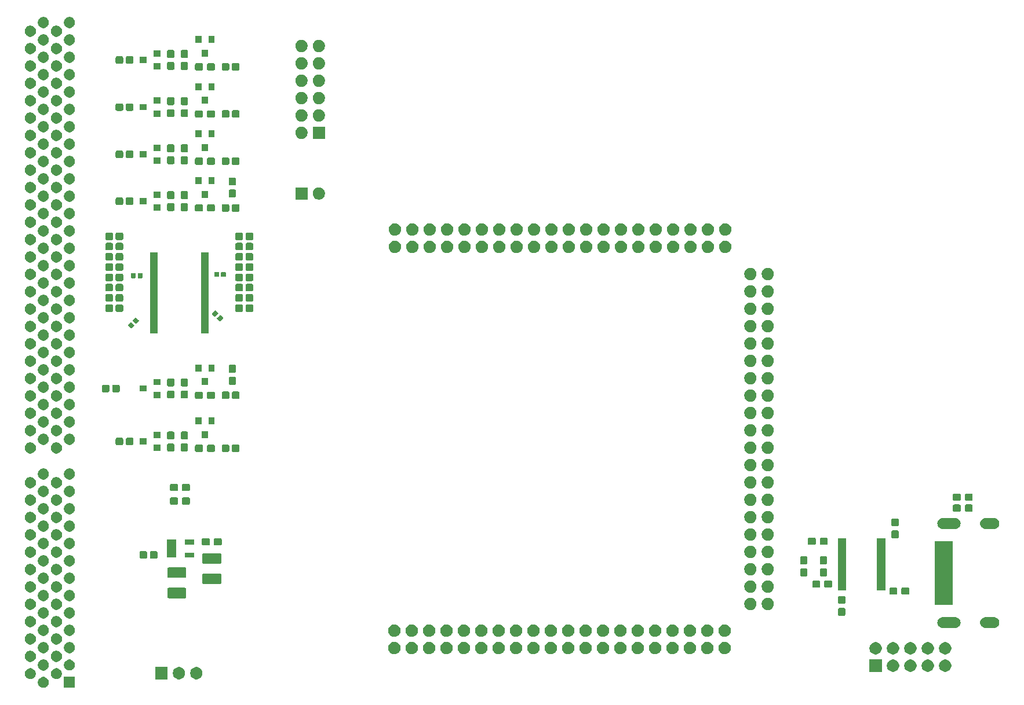
<source format=gts>
G04 #@! TF.GenerationSoftware,KiCad,Pcbnew,(5.1.5)-3*
G04 #@! TF.CreationDate,2020-03-16T17:52:28+03:00*
G04 #@! TF.ProjectId,WM1200,574d3132-3030-42e6-9b69-6361645f7063,rev?*
G04 #@! TF.SameCoordinates,Original*
G04 #@! TF.FileFunction,Soldermask,Top*
G04 #@! TF.FilePolarity,Negative*
%FSLAX46Y46*%
G04 Gerber Fmt 4.6, Leading zero omitted, Abs format (unit mm)*
G04 Created by KiCad (PCBNEW (5.1.5)-3) date 2020-03-16 17:52:28*
%MOMM*%
%LPD*%
G04 APERTURE LIST*
%ADD10C,0.100000*%
G04 APERTURE END LIST*
D10*
G36*
X110301000Y-147051000D02*
G01*
X108699000Y-147051000D01*
X108699000Y-145449000D01*
X110301000Y-145449000D01*
X110301000Y-147051000D01*
G37*
G36*
X105923642Y-145479781D02*
G01*
X106069414Y-145540162D01*
X106069416Y-145540163D01*
X106200608Y-145627822D01*
X106312178Y-145739392D01*
X106399837Y-145870584D01*
X106399838Y-145870586D01*
X106460219Y-146016358D01*
X106491000Y-146171107D01*
X106491000Y-146328893D01*
X106460219Y-146483642D01*
X106399838Y-146629414D01*
X106399837Y-146629416D01*
X106312178Y-146760608D01*
X106200608Y-146872178D01*
X106069416Y-146959837D01*
X106069415Y-146959838D01*
X106069414Y-146959838D01*
X105923642Y-147020219D01*
X105768893Y-147051000D01*
X105611107Y-147051000D01*
X105456358Y-147020219D01*
X105310586Y-146959838D01*
X105310585Y-146959838D01*
X105310584Y-146959837D01*
X105179392Y-146872178D01*
X105067822Y-146760608D01*
X104980163Y-146629416D01*
X104980162Y-146629414D01*
X104919781Y-146483642D01*
X104889000Y-146328893D01*
X104889000Y-146171107D01*
X104919781Y-146016358D01*
X104980162Y-145870586D01*
X104980163Y-145870584D01*
X105067822Y-145739392D01*
X105179392Y-145627822D01*
X105310584Y-145540163D01*
X105310586Y-145540162D01*
X105456358Y-145479781D01*
X105611107Y-145449000D01*
X105768893Y-145449000D01*
X105923642Y-145479781D01*
G37*
G36*
X125613512Y-144003927D02*
G01*
X125762812Y-144033624D01*
X125926784Y-144101544D01*
X126074354Y-144200147D01*
X126199853Y-144325646D01*
X126298456Y-144473216D01*
X126366376Y-144637188D01*
X126401000Y-144811259D01*
X126401000Y-144988741D01*
X126366376Y-145162812D01*
X126298456Y-145326784D01*
X126199853Y-145474354D01*
X126074354Y-145599853D01*
X125926784Y-145698456D01*
X125762812Y-145766376D01*
X125613512Y-145796073D01*
X125588742Y-145801000D01*
X125411258Y-145801000D01*
X125386488Y-145796073D01*
X125237188Y-145766376D01*
X125073216Y-145698456D01*
X124925646Y-145599853D01*
X124800147Y-145474354D01*
X124701544Y-145326784D01*
X124633624Y-145162812D01*
X124599000Y-144988741D01*
X124599000Y-144811259D01*
X124633624Y-144637188D01*
X124701544Y-144473216D01*
X124800147Y-144325646D01*
X124925646Y-144200147D01*
X125073216Y-144101544D01*
X125237188Y-144033624D01*
X125386488Y-144003927D01*
X125411258Y-143999000D01*
X125588742Y-143999000D01*
X125613512Y-144003927D01*
G37*
G36*
X123861000Y-145801000D02*
G01*
X122059000Y-145801000D01*
X122059000Y-143999000D01*
X123861000Y-143999000D01*
X123861000Y-145801000D01*
G37*
G36*
X128153512Y-144003927D02*
G01*
X128302812Y-144033624D01*
X128466784Y-144101544D01*
X128614354Y-144200147D01*
X128739853Y-144325646D01*
X128838456Y-144473216D01*
X128906376Y-144637188D01*
X128941000Y-144811259D01*
X128941000Y-144988741D01*
X128906376Y-145162812D01*
X128838456Y-145326784D01*
X128739853Y-145474354D01*
X128614354Y-145599853D01*
X128466784Y-145698456D01*
X128302812Y-145766376D01*
X128153512Y-145796073D01*
X128128742Y-145801000D01*
X127951258Y-145801000D01*
X127926488Y-145796073D01*
X127777188Y-145766376D01*
X127613216Y-145698456D01*
X127465646Y-145599853D01*
X127340147Y-145474354D01*
X127241544Y-145326784D01*
X127173624Y-145162812D01*
X127139000Y-144988741D01*
X127139000Y-144811259D01*
X127173624Y-144637188D01*
X127241544Y-144473216D01*
X127340147Y-144325646D01*
X127465646Y-144200147D01*
X127613216Y-144101544D01*
X127777188Y-144033624D01*
X127926488Y-144003927D01*
X127951258Y-143999000D01*
X128128742Y-143999000D01*
X128153512Y-144003927D01*
G37*
G36*
X107828642Y-144209781D02*
G01*
X107974414Y-144270162D01*
X107974416Y-144270163D01*
X108105608Y-144357822D01*
X108217178Y-144469392D01*
X108237531Y-144499853D01*
X108304838Y-144600586D01*
X108365219Y-144746358D01*
X108396000Y-144901107D01*
X108396000Y-145058893D01*
X108365219Y-145213642D01*
X108318354Y-145326784D01*
X108304837Y-145359416D01*
X108217178Y-145490608D01*
X108105608Y-145602178D01*
X107974416Y-145689837D01*
X107974415Y-145689838D01*
X107974414Y-145689838D01*
X107828642Y-145750219D01*
X107673893Y-145781000D01*
X107516107Y-145781000D01*
X107361358Y-145750219D01*
X107215586Y-145689838D01*
X107215585Y-145689838D01*
X107215584Y-145689837D01*
X107084392Y-145602178D01*
X106972822Y-145490608D01*
X106885163Y-145359416D01*
X106871646Y-145326784D01*
X106824781Y-145213642D01*
X106794000Y-145058893D01*
X106794000Y-144901107D01*
X106824781Y-144746358D01*
X106885162Y-144600586D01*
X106952469Y-144499853D01*
X106972822Y-144469392D01*
X107084392Y-144357822D01*
X107215584Y-144270163D01*
X107215586Y-144270162D01*
X107361358Y-144209781D01*
X107516107Y-144179000D01*
X107673893Y-144179000D01*
X107828642Y-144209781D01*
G37*
G36*
X104018642Y-144209781D02*
G01*
X104164414Y-144270162D01*
X104164416Y-144270163D01*
X104295608Y-144357822D01*
X104407178Y-144469392D01*
X104427531Y-144499853D01*
X104494838Y-144600586D01*
X104555219Y-144746358D01*
X104586000Y-144901107D01*
X104586000Y-145058893D01*
X104555219Y-145213642D01*
X104508354Y-145326784D01*
X104494837Y-145359416D01*
X104407178Y-145490608D01*
X104295608Y-145602178D01*
X104164416Y-145689837D01*
X104164415Y-145689838D01*
X104164414Y-145689838D01*
X104018642Y-145750219D01*
X103863893Y-145781000D01*
X103706107Y-145781000D01*
X103551358Y-145750219D01*
X103405586Y-145689838D01*
X103405585Y-145689838D01*
X103405584Y-145689837D01*
X103274392Y-145602178D01*
X103162822Y-145490608D01*
X103075163Y-145359416D01*
X103061646Y-145326784D01*
X103014781Y-145213642D01*
X102984000Y-145058893D01*
X102984000Y-144901107D01*
X103014781Y-144746358D01*
X103075162Y-144600586D01*
X103142469Y-144499853D01*
X103162822Y-144469392D01*
X103274392Y-144357822D01*
X103405584Y-144270163D01*
X103405586Y-144270162D01*
X103551358Y-144209781D01*
X103706107Y-144179000D01*
X103863893Y-144179000D01*
X104018642Y-144209781D01*
G37*
G36*
X237553512Y-142903927D02*
G01*
X237702812Y-142933624D01*
X237866784Y-143001544D01*
X238014354Y-143100147D01*
X238139853Y-143225646D01*
X238238456Y-143373216D01*
X238306376Y-143537188D01*
X238341000Y-143711259D01*
X238341000Y-143888741D01*
X238306376Y-144062812D01*
X238238456Y-144226784D01*
X238139853Y-144374354D01*
X238014354Y-144499853D01*
X237866784Y-144598456D01*
X237702812Y-144666376D01*
X237553512Y-144696073D01*
X237528742Y-144701000D01*
X237351258Y-144701000D01*
X237326488Y-144696073D01*
X237177188Y-144666376D01*
X237013216Y-144598456D01*
X236865646Y-144499853D01*
X236740147Y-144374354D01*
X236641544Y-144226784D01*
X236573624Y-144062812D01*
X236539000Y-143888741D01*
X236539000Y-143711259D01*
X236573624Y-143537188D01*
X236641544Y-143373216D01*
X236740147Y-143225646D01*
X236865646Y-143100147D01*
X237013216Y-143001544D01*
X237177188Y-142933624D01*
X237326488Y-142903927D01*
X237351258Y-142899000D01*
X237528742Y-142899000D01*
X237553512Y-142903927D01*
G37*
G36*
X235013512Y-142903927D02*
G01*
X235162812Y-142933624D01*
X235326784Y-143001544D01*
X235474354Y-143100147D01*
X235599853Y-143225646D01*
X235698456Y-143373216D01*
X235766376Y-143537188D01*
X235801000Y-143711259D01*
X235801000Y-143888741D01*
X235766376Y-144062812D01*
X235698456Y-144226784D01*
X235599853Y-144374354D01*
X235474354Y-144499853D01*
X235326784Y-144598456D01*
X235162812Y-144666376D01*
X235013512Y-144696073D01*
X234988742Y-144701000D01*
X234811258Y-144701000D01*
X234786488Y-144696073D01*
X234637188Y-144666376D01*
X234473216Y-144598456D01*
X234325646Y-144499853D01*
X234200147Y-144374354D01*
X234101544Y-144226784D01*
X234033624Y-144062812D01*
X233999000Y-143888741D01*
X233999000Y-143711259D01*
X234033624Y-143537188D01*
X234101544Y-143373216D01*
X234200147Y-143225646D01*
X234325646Y-143100147D01*
X234473216Y-143001544D01*
X234637188Y-142933624D01*
X234786488Y-142903927D01*
X234811258Y-142899000D01*
X234988742Y-142899000D01*
X235013512Y-142903927D01*
G37*
G36*
X232473512Y-142903927D02*
G01*
X232622812Y-142933624D01*
X232786784Y-143001544D01*
X232934354Y-143100147D01*
X233059853Y-143225646D01*
X233158456Y-143373216D01*
X233226376Y-143537188D01*
X233261000Y-143711259D01*
X233261000Y-143888741D01*
X233226376Y-144062812D01*
X233158456Y-144226784D01*
X233059853Y-144374354D01*
X232934354Y-144499853D01*
X232786784Y-144598456D01*
X232622812Y-144666376D01*
X232473512Y-144696073D01*
X232448742Y-144701000D01*
X232271258Y-144701000D01*
X232246488Y-144696073D01*
X232097188Y-144666376D01*
X231933216Y-144598456D01*
X231785646Y-144499853D01*
X231660147Y-144374354D01*
X231561544Y-144226784D01*
X231493624Y-144062812D01*
X231459000Y-143888741D01*
X231459000Y-143711259D01*
X231493624Y-143537188D01*
X231561544Y-143373216D01*
X231660147Y-143225646D01*
X231785646Y-143100147D01*
X231933216Y-143001544D01*
X232097188Y-142933624D01*
X232246488Y-142903927D01*
X232271258Y-142899000D01*
X232448742Y-142899000D01*
X232473512Y-142903927D01*
G37*
G36*
X228181000Y-144701000D02*
G01*
X226379000Y-144701000D01*
X226379000Y-142899000D01*
X228181000Y-142899000D01*
X228181000Y-144701000D01*
G37*
G36*
X229933512Y-142903927D02*
G01*
X230082812Y-142933624D01*
X230246784Y-143001544D01*
X230394354Y-143100147D01*
X230519853Y-143225646D01*
X230618456Y-143373216D01*
X230686376Y-143537188D01*
X230721000Y-143711259D01*
X230721000Y-143888741D01*
X230686376Y-144062812D01*
X230618456Y-144226784D01*
X230519853Y-144374354D01*
X230394354Y-144499853D01*
X230246784Y-144598456D01*
X230082812Y-144666376D01*
X229933512Y-144696073D01*
X229908742Y-144701000D01*
X229731258Y-144701000D01*
X229706488Y-144696073D01*
X229557188Y-144666376D01*
X229393216Y-144598456D01*
X229245646Y-144499853D01*
X229120147Y-144374354D01*
X229021544Y-144226784D01*
X228953624Y-144062812D01*
X228919000Y-143888741D01*
X228919000Y-143711259D01*
X228953624Y-143537188D01*
X229021544Y-143373216D01*
X229120147Y-143225646D01*
X229245646Y-143100147D01*
X229393216Y-143001544D01*
X229557188Y-142933624D01*
X229706488Y-142903927D01*
X229731258Y-142899000D01*
X229908742Y-142899000D01*
X229933512Y-142903927D01*
G37*
G36*
X105927142Y-142928242D02*
G01*
X106075101Y-142989529D01*
X106208255Y-143078499D01*
X106321501Y-143191745D01*
X106410471Y-143324899D01*
X106471758Y-143472858D01*
X106503000Y-143629925D01*
X106503000Y-143790075D01*
X106471758Y-143947142D01*
X106410471Y-144095101D01*
X106321501Y-144228255D01*
X106208255Y-144341501D01*
X106075101Y-144430471D01*
X105927142Y-144491758D01*
X105770075Y-144523000D01*
X105609925Y-144523000D01*
X105452858Y-144491758D01*
X105304899Y-144430471D01*
X105171745Y-144341501D01*
X105058499Y-144228255D01*
X104969529Y-144095101D01*
X104908242Y-143947142D01*
X104877000Y-143790075D01*
X104877000Y-143629925D01*
X104908242Y-143472858D01*
X104969529Y-143324899D01*
X105058499Y-143191745D01*
X105171745Y-143078499D01*
X105304899Y-142989529D01*
X105452858Y-142928242D01*
X105609925Y-142897000D01*
X105770075Y-142897000D01*
X105927142Y-142928242D01*
G37*
G36*
X109733642Y-142939781D02*
G01*
X109879414Y-143000162D01*
X109879416Y-143000163D01*
X110010608Y-143087822D01*
X110122178Y-143199392D01*
X110157997Y-143253000D01*
X110209838Y-143330586D01*
X110270219Y-143476358D01*
X110301000Y-143631107D01*
X110301000Y-143788893D01*
X110270219Y-143943642D01*
X110220857Y-144062811D01*
X110209837Y-144089416D01*
X110122178Y-144220608D01*
X110010608Y-144332178D01*
X109879416Y-144419837D01*
X109879415Y-144419838D01*
X109879414Y-144419838D01*
X109733642Y-144480219D01*
X109578893Y-144511000D01*
X109421107Y-144511000D01*
X109266358Y-144480219D01*
X109120586Y-144419838D01*
X109120585Y-144419838D01*
X109120584Y-144419837D01*
X108989392Y-144332178D01*
X108877822Y-144220608D01*
X108790163Y-144089416D01*
X108779143Y-144062811D01*
X108729781Y-143943642D01*
X108699000Y-143788893D01*
X108699000Y-143631107D01*
X108729781Y-143476358D01*
X108790162Y-143330586D01*
X108842003Y-143253000D01*
X108877822Y-143199392D01*
X108989392Y-143087822D01*
X109120584Y-143000163D01*
X109120586Y-143000162D01*
X109266358Y-142939781D01*
X109421107Y-142909000D01*
X109578893Y-142909000D01*
X109733642Y-142939781D01*
G37*
G36*
X104022142Y-141658242D02*
G01*
X104170101Y-141719529D01*
X104303255Y-141808499D01*
X104416501Y-141921745D01*
X104505471Y-142054899D01*
X104566758Y-142202858D01*
X104598000Y-142359925D01*
X104598000Y-142520075D01*
X104566758Y-142677142D01*
X104505471Y-142825101D01*
X104416501Y-142958255D01*
X104303255Y-143071501D01*
X104170101Y-143160471D01*
X104022142Y-143221758D01*
X103865075Y-143253000D01*
X103704925Y-143253000D01*
X103547858Y-143221758D01*
X103399899Y-143160471D01*
X103266745Y-143071501D01*
X103153499Y-142958255D01*
X103064529Y-142825101D01*
X103003242Y-142677142D01*
X102972000Y-142520075D01*
X102972000Y-142359925D01*
X103003242Y-142202858D01*
X103064529Y-142054899D01*
X103153499Y-141921745D01*
X103266745Y-141808499D01*
X103399899Y-141719529D01*
X103547858Y-141658242D01*
X103704925Y-141627000D01*
X103865075Y-141627000D01*
X104022142Y-141658242D01*
G37*
G36*
X107832142Y-141658242D02*
G01*
X107980101Y-141719529D01*
X108113255Y-141808499D01*
X108226501Y-141921745D01*
X108315471Y-142054899D01*
X108376758Y-142202858D01*
X108408000Y-142359925D01*
X108408000Y-142520075D01*
X108376758Y-142677142D01*
X108315471Y-142825101D01*
X108226501Y-142958255D01*
X108113255Y-143071501D01*
X107980101Y-143160471D01*
X107832142Y-143221758D01*
X107675075Y-143253000D01*
X107514925Y-143253000D01*
X107357858Y-143221758D01*
X107209899Y-143160471D01*
X107076745Y-143071501D01*
X106963499Y-142958255D01*
X106874529Y-142825101D01*
X106813242Y-142677142D01*
X106782000Y-142520075D01*
X106782000Y-142359925D01*
X106813242Y-142202858D01*
X106874529Y-142054899D01*
X106963499Y-141921745D01*
X107076745Y-141808499D01*
X107209899Y-141719529D01*
X107357858Y-141658242D01*
X107514925Y-141627000D01*
X107675075Y-141627000D01*
X107832142Y-141658242D01*
G37*
G36*
X237553512Y-140363927D02*
G01*
X237702812Y-140393624D01*
X237866784Y-140461544D01*
X238014354Y-140560147D01*
X238139853Y-140685646D01*
X238238456Y-140833216D01*
X238306376Y-140997188D01*
X238341000Y-141171259D01*
X238341000Y-141348741D01*
X238306376Y-141522812D01*
X238238456Y-141686784D01*
X238139853Y-141834354D01*
X238014354Y-141959853D01*
X237866784Y-142058456D01*
X237702812Y-142126376D01*
X237553512Y-142156073D01*
X237528742Y-142161000D01*
X237351258Y-142161000D01*
X237326488Y-142156073D01*
X237177188Y-142126376D01*
X237013216Y-142058456D01*
X236865646Y-141959853D01*
X236740147Y-141834354D01*
X236641544Y-141686784D01*
X236573624Y-141522812D01*
X236539000Y-141348741D01*
X236539000Y-141171259D01*
X236573624Y-140997188D01*
X236641544Y-140833216D01*
X236740147Y-140685646D01*
X236865646Y-140560147D01*
X237013216Y-140461544D01*
X237177188Y-140393624D01*
X237326488Y-140363927D01*
X237351258Y-140359000D01*
X237528742Y-140359000D01*
X237553512Y-140363927D01*
G37*
G36*
X229933512Y-140363927D02*
G01*
X230082812Y-140393624D01*
X230246784Y-140461544D01*
X230394354Y-140560147D01*
X230519853Y-140685646D01*
X230618456Y-140833216D01*
X230686376Y-140997188D01*
X230721000Y-141171259D01*
X230721000Y-141348741D01*
X230686376Y-141522812D01*
X230618456Y-141686784D01*
X230519853Y-141834354D01*
X230394354Y-141959853D01*
X230246784Y-142058456D01*
X230082812Y-142126376D01*
X229933512Y-142156073D01*
X229908742Y-142161000D01*
X229731258Y-142161000D01*
X229706488Y-142156073D01*
X229557188Y-142126376D01*
X229393216Y-142058456D01*
X229245646Y-141959853D01*
X229120147Y-141834354D01*
X229021544Y-141686784D01*
X228953624Y-141522812D01*
X228919000Y-141348741D01*
X228919000Y-141171259D01*
X228953624Y-140997188D01*
X229021544Y-140833216D01*
X229120147Y-140685646D01*
X229245646Y-140560147D01*
X229393216Y-140461544D01*
X229557188Y-140393624D01*
X229706488Y-140363927D01*
X229731258Y-140359000D01*
X229908742Y-140359000D01*
X229933512Y-140363927D01*
G37*
G36*
X232473512Y-140363927D02*
G01*
X232622812Y-140393624D01*
X232786784Y-140461544D01*
X232934354Y-140560147D01*
X233059853Y-140685646D01*
X233158456Y-140833216D01*
X233226376Y-140997188D01*
X233261000Y-141171259D01*
X233261000Y-141348741D01*
X233226376Y-141522812D01*
X233158456Y-141686784D01*
X233059853Y-141834354D01*
X232934354Y-141959853D01*
X232786784Y-142058456D01*
X232622812Y-142126376D01*
X232473512Y-142156073D01*
X232448742Y-142161000D01*
X232271258Y-142161000D01*
X232246488Y-142156073D01*
X232097188Y-142126376D01*
X231933216Y-142058456D01*
X231785646Y-141959853D01*
X231660147Y-141834354D01*
X231561544Y-141686784D01*
X231493624Y-141522812D01*
X231459000Y-141348741D01*
X231459000Y-141171259D01*
X231493624Y-140997188D01*
X231561544Y-140833216D01*
X231660147Y-140685646D01*
X231785646Y-140560147D01*
X231933216Y-140461544D01*
X232097188Y-140393624D01*
X232246488Y-140363927D01*
X232271258Y-140359000D01*
X232448742Y-140359000D01*
X232473512Y-140363927D01*
G37*
G36*
X235013512Y-140363927D02*
G01*
X235162812Y-140393624D01*
X235326784Y-140461544D01*
X235474354Y-140560147D01*
X235599853Y-140685646D01*
X235698456Y-140833216D01*
X235766376Y-140997188D01*
X235801000Y-141171259D01*
X235801000Y-141348741D01*
X235766376Y-141522812D01*
X235698456Y-141686784D01*
X235599853Y-141834354D01*
X235474354Y-141959853D01*
X235326784Y-142058456D01*
X235162812Y-142126376D01*
X235013512Y-142156073D01*
X234988742Y-142161000D01*
X234811258Y-142161000D01*
X234786488Y-142156073D01*
X234637188Y-142126376D01*
X234473216Y-142058456D01*
X234325646Y-141959853D01*
X234200147Y-141834354D01*
X234101544Y-141686784D01*
X234033624Y-141522812D01*
X233999000Y-141348741D01*
X233999000Y-141171259D01*
X234033624Y-140997188D01*
X234101544Y-140833216D01*
X234200147Y-140685646D01*
X234325646Y-140560147D01*
X234473216Y-140461544D01*
X234637188Y-140393624D01*
X234786488Y-140363927D01*
X234811258Y-140359000D01*
X234988742Y-140359000D01*
X235013512Y-140363927D01*
G37*
G36*
X227393512Y-140363927D02*
G01*
X227542812Y-140393624D01*
X227706784Y-140461544D01*
X227854354Y-140560147D01*
X227979853Y-140685646D01*
X228078456Y-140833216D01*
X228146376Y-140997188D01*
X228181000Y-141171259D01*
X228181000Y-141348741D01*
X228146376Y-141522812D01*
X228078456Y-141686784D01*
X227979853Y-141834354D01*
X227854354Y-141959853D01*
X227706784Y-142058456D01*
X227542812Y-142126376D01*
X227393512Y-142156073D01*
X227368742Y-142161000D01*
X227191258Y-142161000D01*
X227166488Y-142156073D01*
X227017188Y-142126376D01*
X226853216Y-142058456D01*
X226705646Y-141959853D01*
X226580147Y-141834354D01*
X226481544Y-141686784D01*
X226413624Y-141522812D01*
X226379000Y-141348741D01*
X226379000Y-141171259D01*
X226413624Y-140997188D01*
X226481544Y-140833216D01*
X226580147Y-140685646D01*
X226705646Y-140560147D01*
X226853216Y-140461544D01*
X227017188Y-140393624D01*
X227166488Y-140363927D01*
X227191258Y-140359000D01*
X227368742Y-140359000D01*
X227393512Y-140363927D01*
G37*
G36*
X174858812Y-140317127D02*
G01*
X175008112Y-140346824D01*
X175172084Y-140414744D01*
X175319654Y-140513347D01*
X175445153Y-140638846D01*
X175543756Y-140786416D01*
X175611676Y-140950388D01*
X175646300Y-141124459D01*
X175646300Y-141301941D01*
X175611676Y-141476012D01*
X175543756Y-141639984D01*
X175445153Y-141787554D01*
X175319654Y-141913053D01*
X175172084Y-142011656D01*
X175008112Y-142079576D01*
X174858812Y-142109273D01*
X174834042Y-142114200D01*
X174656558Y-142114200D01*
X174631788Y-142109273D01*
X174482488Y-142079576D01*
X174318516Y-142011656D01*
X174170946Y-141913053D01*
X174045447Y-141787554D01*
X173946844Y-141639984D01*
X173878924Y-141476012D01*
X173844300Y-141301941D01*
X173844300Y-141124459D01*
X173878924Y-140950388D01*
X173946844Y-140786416D01*
X174045447Y-140638846D01*
X174170946Y-140513347D01*
X174318516Y-140414744D01*
X174482488Y-140346824D01*
X174631788Y-140317127D01*
X174656558Y-140312200D01*
X174834042Y-140312200D01*
X174858812Y-140317127D01*
G37*
G36*
X205338812Y-140317127D02*
G01*
X205488112Y-140346824D01*
X205652084Y-140414744D01*
X205799654Y-140513347D01*
X205925153Y-140638846D01*
X206023756Y-140786416D01*
X206091676Y-140950388D01*
X206126300Y-141124459D01*
X206126300Y-141301941D01*
X206091676Y-141476012D01*
X206023756Y-141639984D01*
X205925153Y-141787554D01*
X205799654Y-141913053D01*
X205652084Y-142011656D01*
X205488112Y-142079576D01*
X205338812Y-142109273D01*
X205314042Y-142114200D01*
X205136558Y-142114200D01*
X205111788Y-142109273D01*
X204962488Y-142079576D01*
X204798516Y-142011656D01*
X204650946Y-141913053D01*
X204525447Y-141787554D01*
X204426844Y-141639984D01*
X204358924Y-141476012D01*
X204324300Y-141301941D01*
X204324300Y-141124459D01*
X204358924Y-140950388D01*
X204426844Y-140786416D01*
X204525447Y-140638846D01*
X204650946Y-140513347D01*
X204798516Y-140414744D01*
X204962488Y-140346824D01*
X205111788Y-140317127D01*
X205136558Y-140312200D01*
X205314042Y-140312200D01*
X205338812Y-140317127D01*
G37*
G36*
X190098812Y-140317127D02*
G01*
X190248112Y-140346824D01*
X190412084Y-140414744D01*
X190559654Y-140513347D01*
X190685153Y-140638846D01*
X190783756Y-140786416D01*
X190851676Y-140950388D01*
X190886300Y-141124459D01*
X190886300Y-141301941D01*
X190851676Y-141476012D01*
X190783756Y-141639984D01*
X190685153Y-141787554D01*
X190559654Y-141913053D01*
X190412084Y-142011656D01*
X190248112Y-142079576D01*
X190098812Y-142109273D01*
X190074042Y-142114200D01*
X189896558Y-142114200D01*
X189871788Y-142109273D01*
X189722488Y-142079576D01*
X189558516Y-142011656D01*
X189410946Y-141913053D01*
X189285447Y-141787554D01*
X189186844Y-141639984D01*
X189118924Y-141476012D01*
X189084300Y-141301941D01*
X189084300Y-141124459D01*
X189118924Y-140950388D01*
X189186844Y-140786416D01*
X189285447Y-140638846D01*
X189410946Y-140513347D01*
X189558516Y-140414744D01*
X189722488Y-140346824D01*
X189871788Y-140317127D01*
X189896558Y-140312200D01*
X190074042Y-140312200D01*
X190098812Y-140317127D01*
G37*
G36*
X192638812Y-140317127D02*
G01*
X192788112Y-140346824D01*
X192952084Y-140414744D01*
X193099654Y-140513347D01*
X193225153Y-140638846D01*
X193323756Y-140786416D01*
X193391676Y-140950388D01*
X193426300Y-141124459D01*
X193426300Y-141301941D01*
X193391676Y-141476012D01*
X193323756Y-141639984D01*
X193225153Y-141787554D01*
X193099654Y-141913053D01*
X192952084Y-142011656D01*
X192788112Y-142079576D01*
X192638812Y-142109273D01*
X192614042Y-142114200D01*
X192436558Y-142114200D01*
X192411788Y-142109273D01*
X192262488Y-142079576D01*
X192098516Y-142011656D01*
X191950946Y-141913053D01*
X191825447Y-141787554D01*
X191726844Y-141639984D01*
X191658924Y-141476012D01*
X191624300Y-141301941D01*
X191624300Y-141124459D01*
X191658924Y-140950388D01*
X191726844Y-140786416D01*
X191825447Y-140638846D01*
X191950946Y-140513347D01*
X192098516Y-140414744D01*
X192262488Y-140346824D01*
X192411788Y-140317127D01*
X192436558Y-140312200D01*
X192614042Y-140312200D01*
X192638812Y-140317127D01*
G37*
G36*
X187558812Y-140317127D02*
G01*
X187708112Y-140346824D01*
X187872084Y-140414744D01*
X188019654Y-140513347D01*
X188145153Y-140638846D01*
X188243756Y-140786416D01*
X188311676Y-140950388D01*
X188346300Y-141124459D01*
X188346300Y-141301941D01*
X188311676Y-141476012D01*
X188243756Y-141639984D01*
X188145153Y-141787554D01*
X188019654Y-141913053D01*
X187872084Y-142011656D01*
X187708112Y-142079576D01*
X187558812Y-142109273D01*
X187534042Y-142114200D01*
X187356558Y-142114200D01*
X187331788Y-142109273D01*
X187182488Y-142079576D01*
X187018516Y-142011656D01*
X186870946Y-141913053D01*
X186745447Y-141787554D01*
X186646844Y-141639984D01*
X186578924Y-141476012D01*
X186544300Y-141301941D01*
X186544300Y-141124459D01*
X186578924Y-140950388D01*
X186646844Y-140786416D01*
X186745447Y-140638846D01*
X186870946Y-140513347D01*
X187018516Y-140414744D01*
X187182488Y-140346824D01*
X187331788Y-140317127D01*
X187356558Y-140312200D01*
X187534042Y-140312200D01*
X187558812Y-140317127D01*
G37*
G36*
X195178812Y-140317127D02*
G01*
X195328112Y-140346824D01*
X195492084Y-140414744D01*
X195639654Y-140513347D01*
X195765153Y-140638846D01*
X195863756Y-140786416D01*
X195931676Y-140950388D01*
X195966300Y-141124459D01*
X195966300Y-141301941D01*
X195931676Y-141476012D01*
X195863756Y-141639984D01*
X195765153Y-141787554D01*
X195639654Y-141913053D01*
X195492084Y-142011656D01*
X195328112Y-142079576D01*
X195178812Y-142109273D01*
X195154042Y-142114200D01*
X194976558Y-142114200D01*
X194951788Y-142109273D01*
X194802488Y-142079576D01*
X194638516Y-142011656D01*
X194490946Y-141913053D01*
X194365447Y-141787554D01*
X194266844Y-141639984D01*
X194198924Y-141476012D01*
X194164300Y-141301941D01*
X194164300Y-141124459D01*
X194198924Y-140950388D01*
X194266844Y-140786416D01*
X194365447Y-140638846D01*
X194490946Y-140513347D01*
X194638516Y-140414744D01*
X194802488Y-140346824D01*
X194951788Y-140317127D01*
X194976558Y-140312200D01*
X195154042Y-140312200D01*
X195178812Y-140317127D01*
G37*
G36*
X185018812Y-140317127D02*
G01*
X185168112Y-140346824D01*
X185332084Y-140414744D01*
X185479654Y-140513347D01*
X185605153Y-140638846D01*
X185703756Y-140786416D01*
X185771676Y-140950388D01*
X185806300Y-141124459D01*
X185806300Y-141301941D01*
X185771676Y-141476012D01*
X185703756Y-141639984D01*
X185605153Y-141787554D01*
X185479654Y-141913053D01*
X185332084Y-142011656D01*
X185168112Y-142079576D01*
X185018812Y-142109273D01*
X184994042Y-142114200D01*
X184816558Y-142114200D01*
X184791788Y-142109273D01*
X184642488Y-142079576D01*
X184478516Y-142011656D01*
X184330946Y-141913053D01*
X184205447Y-141787554D01*
X184106844Y-141639984D01*
X184038924Y-141476012D01*
X184004300Y-141301941D01*
X184004300Y-141124459D01*
X184038924Y-140950388D01*
X184106844Y-140786416D01*
X184205447Y-140638846D01*
X184330946Y-140513347D01*
X184478516Y-140414744D01*
X184642488Y-140346824D01*
X184791788Y-140317127D01*
X184816558Y-140312200D01*
X184994042Y-140312200D01*
X185018812Y-140317127D01*
G37*
G36*
X197718812Y-140317127D02*
G01*
X197868112Y-140346824D01*
X198032084Y-140414744D01*
X198179654Y-140513347D01*
X198305153Y-140638846D01*
X198403756Y-140786416D01*
X198471676Y-140950388D01*
X198506300Y-141124459D01*
X198506300Y-141301941D01*
X198471676Y-141476012D01*
X198403756Y-141639984D01*
X198305153Y-141787554D01*
X198179654Y-141913053D01*
X198032084Y-142011656D01*
X197868112Y-142079576D01*
X197718812Y-142109273D01*
X197694042Y-142114200D01*
X197516558Y-142114200D01*
X197491788Y-142109273D01*
X197342488Y-142079576D01*
X197178516Y-142011656D01*
X197030946Y-141913053D01*
X196905447Y-141787554D01*
X196806844Y-141639984D01*
X196738924Y-141476012D01*
X196704300Y-141301941D01*
X196704300Y-141124459D01*
X196738924Y-140950388D01*
X196806844Y-140786416D01*
X196905447Y-140638846D01*
X197030946Y-140513347D01*
X197178516Y-140414744D01*
X197342488Y-140346824D01*
X197491788Y-140317127D01*
X197516558Y-140312200D01*
X197694042Y-140312200D01*
X197718812Y-140317127D01*
G37*
G36*
X182478812Y-140317127D02*
G01*
X182628112Y-140346824D01*
X182792084Y-140414744D01*
X182939654Y-140513347D01*
X183065153Y-140638846D01*
X183163756Y-140786416D01*
X183231676Y-140950388D01*
X183266300Y-141124459D01*
X183266300Y-141301941D01*
X183231676Y-141476012D01*
X183163756Y-141639984D01*
X183065153Y-141787554D01*
X182939654Y-141913053D01*
X182792084Y-142011656D01*
X182628112Y-142079576D01*
X182478812Y-142109273D01*
X182454042Y-142114200D01*
X182276558Y-142114200D01*
X182251788Y-142109273D01*
X182102488Y-142079576D01*
X181938516Y-142011656D01*
X181790946Y-141913053D01*
X181665447Y-141787554D01*
X181566844Y-141639984D01*
X181498924Y-141476012D01*
X181464300Y-141301941D01*
X181464300Y-141124459D01*
X181498924Y-140950388D01*
X181566844Y-140786416D01*
X181665447Y-140638846D01*
X181790946Y-140513347D01*
X181938516Y-140414744D01*
X182102488Y-140346824D01*
X182251788Y-140317127D01*
X182276558Y-140312200D01*
X182454042Y-140312200D01*
X182478812Y-140317127D01*
G37*
G36*
X179938812Y-140317127D02*
G01*
X180088112Y-140346824D01*
X180252084Y-140414744D01*
X180399654Y-140513347D01*
X180525153Y-140638846D01*
X180623756Y-140786416D01*
X180691676Y-140950388D01*
X180726300Y-141124459D01*
X180726300Y-141301941D01*
X180691676Y-141476012D01*
X180623756Y-141639984D01*
X180525153Y-141787554D01*
X180399654Y-141913053D01*
X180252084Y-142011656D01*
X180088112Y-142079576D01*
X179938812Y-142109273D01*
X179914042Y-142114200D01*
X179736558Y-142114200D01*
X179711788Y-142109273D01*
X179562488Y-142079576D01*
X179398516Y-142011656D01*
X179250946Y-141913053D01*
X179125447Y-141787554D01*
X179026844Y-141639984D01*
X178958924Y-141476012D01*
X178924300Y-141301941D01*
X178924300Y-141124459D01*
X178958924Y-140950388D01*
X179026844Y-140786416D01*
X179125447Y-140638846D01*
X179250946Y-140513347D01*
X179398516Y-140414744D01*
X179562488Y-140346824D01*
X179711788Y-140317127D01*
X179736558Y-140312200D01*
X179914042Y-140312200D01*
X179938812Y-140317127D01*
G37*
G36*
X202798812Y-140317127D02*
G01*
X202948112Y-140346824D01*
X203112084Y-140414744D01*
X203259654Y-140513347D01*
X203385153Y-140638846D01*
X203483756Y-140786416D01*
X203551676Y-140950388D01*
X203586300Y-141124459D01*
X203586300Y-141301941D01*
X203551676Y-141476012D01*
X203483756Y-141639984D01*
X203385153Y-141787554D01*
X203259654Y-141913053D01*
X203112084Y-142011656D01*
X202948112Y-142079576D01*
X202798812Y-142109273D01*
X202774042Y-142114200D01*
X202596558Y-142114200D01*
X202571788Y-142109273D01*
X202422488Y-142079576D01*
X202258516Y-142011656D01*
X202110946Y-141913053D01*
X201985447Y-141787554D01*
X201886844Y-141639984D01*
X201818924Y-141476012D01*
X201784300Y-141301941D01*
X201784300Y-141124459D01*
X201818924Y-140950388D01*
X201886844Y-140786416D01*
X201985447Y-140638846D01*
X202110946Y-140513347D01*
X202258516Y-140414744D01*
X202422488Y-140346824D01*
X202571788Y-140317127D01*
X202596558Y-140312200D01*
X202774042Y-140312200D01*
X202798812Y-140317127D01*
G37*
G36*
X177398812Y-140317127D02*
G01*
X177548112Y-140346824D01*
X177712084Y-140414744D01*
X177859654Y-140513347D01*
X177985153Y-140638846D01*
X178083756Y-140786416D01*
X178151676Y-140950388D01*
X178186300Y-141124459D01*
X178186300Y-141301941D01*
X178151676Y-141476012D01*
X178083756Y-141639984D01*
X177985153Y-141787554D01*
X177859654Y-141913053D01*
X177712084Y-142011656D01*
X177548112Y-142079576D01*
X177398812Y-142109273D01*
X177374042Y-142114200D01*
X177196558Y-142114200D01*
X177171788Y-142109273D01*
X177022488Y-142079576D01*
X176858516Y-142011656D01*
X176710946Y-141913053D01*
X176585447Y-141787554D01*
X176486844Y-141639984D01*
X176418924Y-141476012D01*
X176384300Y-141301941D01*
X176384300Y-141124459D01*
X176418924Y-140950388D01*
X176486844Y-140786416D01*
X176585447Y-140638846D01*
X176710946Y-140513347D01*
X176858516Y-140414744D01*
X177022488Y-140346824D01*
X177171788Y-140317127D01*
X177196558Y-140312200D01*
X177374042Y-140312200D01*
X177398812Y-140317127D01*
G37*
G36*
X157078812Y-140317127D02*
G01*
X157228112Y-140346824D01*
X157392084Y-140414744D01*
X157539654Y-140513347D01*
X157665153Y-140638846D01*
X157763756Y-140786416D01*
X157831676Y-140950388D01*
X157866300Y-141124459D01*
X157866300Y-141301941D01*
X157831676Y-141476012D01*
X157763756Y-141639984D01*
X157665153Y-141787554D01*
X157539654Y-141913053D01*
X157392084Y-142011656D01*
X157228112Y-142079576D01*
X157078812Y-142109273D01*
X157054042Y-142114200D01*
X156876558Y-142114200D01*
X156851788Y-142109273D01*
X156702488Y-142079576D01*
X156538516Y-142011656D01*
X156390946Y-141913053D01*
X156265447Y-141787554D01*
X156166844Y-141639984D01*
X156098924Y-141476012D01*
X156064300Y-141301941D01*
X156064300Y-141124459D01*
X156098924Y-140950388D01*
X156166844Y-140786416D01*
X156265447Y-140638846D01*
X156390946Y-140513347D01*
X156538516Y-140414744D01*
X156702488Y-140346824D01*
X156851788Y-140317127D01*
X156876558Y-140312200D01*
X157054042Y-140312200D01*
X157078812Y-140317127D01*
G37*
G36*
X172318812Y-140317127D02*
G01*
X172468112Y-140346824D01*
X172632084Y-140414744D01*
X172779654Y-140513347D01*
X172905153Y-140638846D01*
X173003756Y-140786416D01*
X173071676Y-140950388D01*
X173106300Y-141124459D01*
X173106300Y-141301941D01*
X173071676Y-141476012D01*
X173003756Y-141639984D01*
X172905153Y-141787554D01*
X172779654Y-141913053D01*
X172632084Y-142011656D01*
X172468112Y-142079576D01*
X172318812Y-142109273D01*
X172294042Y-142114200D01*
X172116558Y-142114200D01*
X172091788Y-142109273D01*
X171942488Y-142079576D01*
X171778516Y-142011656D01*
X171630946Y-141913053D01*
X171505447Y-141787554D01*
X171406844Y-141639984D01*
X171338924Y-141476012D01*
X171304300Y-141301941D01*
X171304300Y-141124459D01*
X171338924Y-140950388D01*
X171406844Y-140786416D01*
X171505447Y-140638846D01*
X171630946Y-140513347D01*
X171778516Y-140414744D01*
X171942488Y-140346824D01*
X172091788Y-140317127D01*
X172116558Y-140312200D01*
X172294042Y-140312200D01*
X172318812Y-140317127D01*
G37*
G36*
X159618812Y-140317127D02*
G01*
X159768112Y-140346824D01*
X159932084Y-140414744D01*
X160079654Y-140513347D01*
X160205153Y-140638846D01*
X160303756Y-140786416D01*
X160371676Y-140950388D01*
X160406300Y-141124459D01*
X160406300Y-141301941D01*
X160371676Y-141476012D01*
X160303756Y-141639984D01*
X160205153Y-141787554D01*
X160079654Y-141913053D01*
X159932084Y-142011656D01*
X159768112Y-142079576D01*
X159618812Y-142109273D01*
X159594042Y-142114200D01*
X159416558Y-142114200D01*
X159391788Y-142109273D01*
X159242488Y-142079576D01*
X159078516Y-142011656D01*
X158930946Y-141913053D01*
X158805447Y-141787554D01*
X158706844Y-141639984D01*
X158638924Y-141476012D01*
X158604300Y-141301941D01*
X158604300Y-141124459D01*
X158638924Y-140950388D01*
X158706844Y-140786416D01*
X158805447Y-140638846D01*
X158930946Y-140513347D01*
X159078516Y-140414744D01*
X159242488Y-140346824D01*
X159391788Y-140317127D01*
X159416558Y-140312200D01*
X159594042Y-140312200D01*
X159618812Y-140317127D01*
G37*
G36*
X169778812Y-140317127D02*
G01*
X169928112Y-140346824D01*
X170092084Y-140414744D01*
X170239654Y-140513347D01*
X170365153Y-140638846D01*
X170463756Y-140786416D01*
X170531676Y-140950388D01*
X170566300Y-141124459D01*
X170566300Y-141301941D01*
X170531676Y-141476012D01*
X170463756Y-141639984D01*
X170365153Y-141787554D01*
X170239654Y-141913053D01*
X170092084Y-142011656D01*
X169928112Y-142079576D01*
X169778812Y-142109273D01*
X169754042Y-142114200D01*
X169576558Y-142114200D01*
X169551788Y-142109273D01*
X169402488Y-142079576D01*
X169238516Y-142011656D01*
X169090946Y-141913053D01*
X168965447Y-141787554D01*
X168866844Y-141639984D01*
X168798924Y-141476012D01*
X168764300Y-141301941D01*
X168764300Y-141124459D01*
X168798924Y-140950388D01*
X168866844Y-140786416D01*
X168965447Y-140638846D01*
X169090946Y-140513347D01*
X169238516Y-140414744D01*
X169402488Y-140346824D01*
X169551788Y-140317127D01*
X169576558Y-140312200D01*
X169754042Y-140312200D01*
X169778812Y-140317127D01*
G37*
G36*
X162158812Y-140317127D02*
G01*
X162308112Y-140346824D01*
X162472084Y-140414744D01*
X162619654Y-140513347D01*
X162745153Y-140638846D01*
X162843756Y-140786416D01*
X162911676Y-140950388D01*
X162946300Y-141124459D01*
X162946300Y-141301941D01*
X162911676Y-141476012D01*
X162843756Y-141639984D01*
X162745153Y-141787554D01*
X162619654Y-141913053D01*
X162472084Y-142011656D01*
X162308112Y-142079576D01*
X162158812Y-142109273D01*
X162134042Y-142114200D01*
X161956558Y-142114200D01*
X161931788Y-142109273D01*
X161782488Y-142079576D01*
X161618516Y-142011656D01*
X161470946Y-141913053D01*
X161345447Y-141787554D01*
X161246844Y-141639984D01*
X161178924Y-141476012D01*
X161144300Y-141301941D01*
X161144300Y-141124459D01*
X161178924Y-140950388D01*
X161246844Y-140786416D01*
X161345447Y-140638846D01*
X161470946Y-140513347D01*
X161618516Y-140414744D01*
X161782488Y-140346824D01*
X161931788Y-140317127D01*
X161956558Y-140312200D01*
X162134042Y-140312200D01*
X162158812Y-140317127D01*
G37*
G36*
X167238812Y-140317127D02*
G01*
X167388112Y-140346824D01*
X167552084Y-140414744D01*
X167699654Y-140513347D01*
X167825153Y-140638846D01*
X167923756Y-140786416D01*
X167991676Y-140950388D01*
X168026300Y-141124459D01*
X168026300Y-141301941D01*
X167991676Y-141476012D01*
X167923756Y-141639984D01*
X167825153Y-141787554D01*
X167699654Y-141913053D01*
X167552084Y-142011656D01*
X167388112Y-142079576D01*
X167238812Y-142109273D01*
X167214042Y-142114200D01*
X167036558Y-142114200D01*
X167011788Y-142109273D01*
X166862488Y-142079576D01*
X166698516Y-142011656D01*
X166550946Y-141913053D01*
X166425447Y-141787554D01*
X166326844Y-141639984D01*
X166258924Y-141476012D01*
X166224300Y-141301941D01*
X166224300Y-141124459D01*
X166258924Y-140950388D01*
X166326844Y-140786416D01*
X166425447Y-140638846D01*
X166550946Y-140513347D01*
X166698516Y-140414744D01*
X166862488Y-140346824D01*
X167011788Y-140317127D01*
X167036558Y-140312200D01*
X167214042Y-140312200D01*
X167238812Y-140317127D01*
G37*
G36*
X164698812Y-140317127D02*
G01*
X164848112Y-140346824D01*
X165012084Y-140414744D01*
X165159654Y-140513347D01*
X165285153Y-140638846D01*
X165383756Y-140786416D01*
X165451676Y-140950388D01*
X165486300Y-141124459D01*
X165486300Y-141301941D01*
X165451676Y-141476012D01*
X165383756Y-141639984D01*
X165285153Y-141787554D01*
X165159654Y-141913053D01*
X165012084Y-142011656D01*
X164848112Y-142079576D01*
X164698812Y-142109273D01*
X164674042Y-142114200D01*
X164496558Y-142114200D01*
X164471788Y-142109273D01*
X164322488Y-142079576D01*
X164158516Y-142011656D01*
X164010946Y-141913053D01*
X163885447Y-141787554D01*
X163786844Y-141639984D01*
X163718924Y-141476012D01*
X163684300Y-141301941D01*
X163684300Y-141124459D01*
X163718924Y-140950388D01*
X163786844Y-140786416D01*
X163885447Y-140638846D01*
X164010946Y-140513347D01*
X164158516Y-140414744D01*
X164322488Y-140346824D01*
X164471788Y-140317127D01*
X164496558Y-140312200D01*
X164674042Y-140312200D01*
X164698812Y-140317127D01*
G37*
G36*
X200258812Y-140317127D02*
G01*
X200408112Y-140346824D01*
X200572084Y-140414744D01*
X200719654Y-140513347D01*
X200845153Y-140638846D01*
X200943756Y-140786416D01*
X201011676Y-140950388D01*
X201046300Y-141124459D01*
X201046300Y-141301941D01*
X201011676Y-141476012D01*
X200943756Y-141639984D01*
X200845153Y-141787554D01*
X200719654Y-141913053D01*
X200572084Y-142011656D01*
X200408112Y-142079576D01*
X200258812Y-142109273D01*
X200234042Y-142114200D01*
X200056558Y-142114200D01*
X200031788Y-142109273D01*
X199882488Y-142079576D01*
X199718516Y-142011656D01*
X199570946Y-141913053D01*
X199445447Y-141787554D01*
X199346844Y-141639984D01*
X199278924Y-141476012D01*
X199244300Y-141301941D01*
X199244300Y-141124459D01*
X199278924Y-140950388D01*
X199346844Y-140786416D01*
X199445447Y-140638846D01*
X199570946Y-140513347D01*
X199718516Y-140414744D01*
X199882488Y-140346824D01*
X200031788Y-140317127D01*
X200056558Y-140312200D01*
X200234042Y-140312200D01*
X200258812Y-140317127D01*
G37*
G36*
X105927142Y-140388242D02*
G01*
X106075101Y-140449529D01*
X106208255Y-140538499D01*
X106321501Y-140651745D01*
X106410471Y-140784899D01*
X106471758Y-140932858D01*
X106503000Y-141089925D01*
X106503000Y-141250075D01*
X106471758Y-141407142D01*
X106410471Y-141555101D01*
X106321501Y-141688255D01*
X106208255Y-141801501D01*
X106075101Y-141890471D01*
X105927142Y-141951758D01*
X105770075Y-141983000D01*
X105609925Y-141983000D01*
X105452858Y-141951758D01*
X105304899Y-141890471D01*
X105171745Y-141801501D01*
X105058499Y-141688255D01*
X104969529Y-141555101D01*
X104908242Y-141407142D01*
X104877000Y-141250075D01*
X104877000Y-141089925D01*
X104908242Y-140932858D01*
X104969529Y-140784899D01*
X105058499Y-140651745D01*
X105171745Y-140538499D01*
X105304899Y-140449529D01*
X105452858Y-140388242D01*
X105609925Y-140357000D01*
X105770075Y-140357000D01*
X105927142Y-140388242D01*
G37*
G36*
X109737142Y-140388242D02*
G01*
X109885101Y-140449529D01*
X110018255Y-140538499D01*
X110131501Y-140651745D01*
X110220471Y-140784899D01*
X110281758Y-140932858D01*
X110313000Y-141089925D01*
X110313000Y-141250075D01*
X110281758Y-141407142D01*
X110220471Y-141555101D01*
X110131501Y-141688255D01*
X110018255Y-141801501D01*
X109885101Y-141890471D01*
X109737142Y-141951758D01*
X109580075Y-141983000D01*
X109419925Y-141983000D01*
X109262858Y-141951758D01*
X109114899Y-141890471D01*
X108981745Y-141801501D01*
X108868499Y-141688255D01*
X108779529Y-141555101D01*
X108718242Y-141407142D01*
X108687000Y-141250075D01*
X108687000Y-141089925D01*
X108718242Y-140932858D01*
X108779529Y-140784899D01*
X108868499Y-140651745D01*
X108981745Y-140538499D01*
X109114899Y-140449529D01*
X109262858Y-140388242D01*
X109419925Y-140357000D01*
X109580075Y-140357000D01*
X109737142Y-140388242D01*
G37*
G36*
X107832142Y-139118242D02*
G01*
X107980101Y-139179529D01*
X108113255Y-139268499D01*
X108226501Y-139381745D01*
X108315471Y-139514899D01*
X108376758Y-139662858D01*
X108408000Y-139819925D01*
X108408000Y-139980075D01*
X108376758Y-140137142D01*
X108315471Y-140285101D01*
X108226501Y-140418255D01*
X108113255Y-140531501D01*
X107980101Y-140620471D01*
X107832142Y-140681758D01*
X107675075Y-140713000D01*
X107514925Y-140713000D01*
X107357858Y-140681758D01*
X107209899Y-140620471D01*
X107076745Y-140531501D01*
X106963499Y-140418255D01*
X106874529Y-140285101D01*
X106813242Y-140137142D01*
X106782000Y-139980075D01*
X106782000Y-139819925D01*
X106813242Y-139662858D01*
X106874529Y-139514899D01*
X106963499Y-139381745D01*
X107076745Y-139268499D01*
X107209899Y-139179529D01*
X107357858Y-139118242D01*
X107514925Y-139087000D01*
X107675075Y-139087000D01*
X107832142Y-139118242D01*
G37*
G36*
X104022142Y-139118242D02*
G01*
X104170101Y-139179529D01*
X104303255Y-139268499D01*
X104416501Y-139381745D01*
X104505471Y-139514899D01*
X104566758Y-139662858D01*
X104598000Y-139819925D01*
X104598000Y-139980075D01*
X104566758Y-140137142D01*
X104505471Y-140285101D01*
X104416501Y-140418255D01*
X104303255Y-140531501D01*
X104170101Y-140620471D01*
X104022142Y-140681758D01*
X103865075Y-140713000D01*
X103704925Y-140713000D01*
X103547858Y-140681758D01*
X103399899Y-140620471D01*
X103266745Y-140531501D01*
X103153499Y-140418255D01*
X103064529Y-140285101D01*
X103003242Y-140137142D01*
X102972000Y-139980075D01*
X102972000Y-139819925D01*
X103003242Y-139662858D01*
X103064529Y-139514899D01*
X103153499Y-139381745D01*
X103266745Y-139268499D01*
X103399899Y-139179529D01*
X103547858Y-139118242D01*
X103704925Y-139087000D01*
X103865075Y-139087000D01*
X104022142Y-139118242D01*
G37*
G36*
X187558812Y-137777127D02*
G01*
X187708112Y-137806824D01*
X187872084Y-137874744D01*
X188019654Y-137973347D01*
X188145153Y-138098846D01*
X188243756Y-138246416D01*
X188311676Y-138410388D01*
X188346300Y-138584459D01*
X188346300Y-138761941D01*
X188311676Y-138936012D01*
X188243756Y-139099984D01*
X188145153Y-139247554D01*
X188019654Y-139373053D01*
X187872084Y-139471656D01*
X187708112Y-139539576D01*
X187558812Y-139569273D01*
X187534042Y-139574200D01*
X187356558Y-139574200D01*
X187331788Y-139569273D01*
X187182488Y-139539576D01*
X187018516Y-139471656D01*
X186870946Y-139373053D01*
X186745447Y-139247554D01*
X186646844Y-139099984D01*
X186578924Y-138936012D01*
X186544300Y-138761941D01*
X186544300Y-138584459D01*
X186578924Y-138410388D01*
X186646844Y-138246416D01*
X186745447Y-138098846D01*
X186870946Y-137973347D01*
X187018516Y-137874744D01*
X187182488Y-137806824D01*
X187331788Y-137777127D01*
X187356558Y-137772200D01*
X187534042Y-137772200D01*
X187558812Y-137777127D01*
G37*
G36*
X192638812Y-137777127D02*
G01*
X192788112Y-137806824D01*
X192952084Y-137874744D01*
X193099654Y-137973347D01*
X193225153Y-138098846D01*
X193323756Y-138246416D01*
X193391676Y-138410388D01*
X193426300Y-138584459D01*
X193426300Y-138761941D01*
X193391676Y-138936012D01*
X193323756Y-139099984D01*
X193225153Y-139247554D01*
X193099654Y-139373053D01*
X192952084Y-139471656D01*
X192788112Y-139539576D01*
X192638812Y-139569273D01*
X192614042Y-139574200D01*
X192436558Y-139574200D01*
X192411788Y-139569273D01*
X192262488Y-139539576D01*
X192098516Y-139471656D01*
X191950946Y-139373053D01*
X191825447Y-139247554D01*
X191726844Y-139099984D01*
X191658924Y-138936012D01*
X191624300Y-138761941D01*
X191624300Y-138584459D01*
X191658924Y-138410388D01*
X191726844Y-138246416D01*
X191825447Y-138098846D01*
X191950946Y-137973347D01*
X192098516Y-137874744D01*
X192262488Y-137806824D01*
X192411788Y-137777127D01*
X192436558Y-137772200D01*
X192614042Y-137772200D01*
X192638812Y-137777127D01*
G37*
G36*
X185018812Y-137777127D02*
G01*
X185168112Y-137806824D01*
X185332084Y-137874744D01*
X185479654Y-137973347D01*
X185605153Y-138098846D01*
X185703756Y-138246416D01*
X185771676Y-138410388D01*
X185806300Y-138584459D01*
X185806300Y-138761941D01*
X185771676Y-138936012D01*
X185703756Y-139099984D01*
X185605153Y-139247554D01*
X185479654Y-139373053D01*
X185332084Y-139471656D01*
X185168112Y-139539576D01*
X185018812Y-139569273D01*
X184994042Y-139574200D01*
X184816558Y-139574200D01*
X184791788Y-139569273D01*
X184642488Y-139539576D01*
X184478516Y-139471656D01*
X184330946Y-139373053D01*
X184205447Y-139247554D01*
X184106844Y-139099984D01*
X184038924Y-138936012D01*
X184004300Y-138761941D01*
X184004300Y-138584459D01*
X184038924Y-138410388D01*
X184106844Y-138246416D01*
X184205447Y-138098846D01*
X184330946Y-137973347D01*
X184478516Y-137874744D01*
X184642488Y-137806824D01*
X184791788Y-137777127D01*
X184816558Y-137772200D01*
X184994042Y-137772200D01*
X185018812Y-137777127D01*
G37*
G36*
X195178812Y-137777127D02*
G01*
X195328112Y-137806824D01*
X195492084Y-137874744D01*
X195639654Y-137973347D01*
X195765153Y-138098846D01*
X195863756Y-138246416D01*
X195931676Y-138410388D01*
X195966300Y-138584459D01*
X195966300Y-138761941D01*
X195931676Y-138936012D01*
X195863756Y-139099984D01*
X195765153Y-139247554D01*
X195639654Y-139373053D01*
X195492084Y-139471656D01*
X195328112Y-139539576D01*
X195178812Y-139569273D01*
X195154042Y-139574200D01*
X194976558Y-139574200D01*
X194951788Y-139569273D01*
X194802488Y-139539576D01*
X194638516Y-139471656D01*
X194490946Y-139373053D01*
X194365447Y-139247554D01*
X194266844Y-139099984D01*
X194198924Y-138936012D01*
X194164300Y-138761941D01*
X194164300Y-138584459D01*
X194198924Y-138410388D01*
X194266844Y-138246416D01*
X194365447Y-138098846D01*
X194490946Y-137973347D01*
X194638516Y-137874744D01*
X194802488Y-137806824D01*
X194951788Y-137777127D01*
X194976558Y-137772200D01*
X195154042Y-137772200D01*
X195178812Y-137777127D01*
G37*
G36*
X182478812Y-137777127D02*
G01*
X182628112Y-137806824D01*
X182792084Y-137874744D01*
X182939654Y-137973347D01*
X183065153Y-138098846D01*
X183163756Y-138246416D01*
X183231676Y-138410388D01*
X183266300Y-138584459D01*
X183266300Y-138761941D01*
X183231676Y-138936012D01*
X183163756Y-139099984D01*
X183065153Y-139247554D01*
X182939654Y-139373053D01*
X182792084Y-139471656D01*
X182628112Y-139539576D01*
X182478812Y-139569273D01*
X182454042Y-139574200D01*
X182276558Y-139574200D01*
X182251788Y-139569273D01*
X182102488Y-139539576D01*
X181938516Y-139471656D01*
X181790946Y-139373053D01*
X181665447Y-139247554D01*
X181566844Y-139099984D01*
X181498924Y-138936012D01*
X181464300Y-138761941D01*
X181464300Y-138584459D01*
X181498924Y-138410388D01*
X181566844Y-138246416D01*
X181665447Y-138098846D01*
X181790946Y-137973347D01*
X181938516Y-137874744D01*
X182102488Y-137806824D01*
X182251788Y-137777127D01*
X182276558Y-137772200D01*
X182454042Y-137772200D01*
X182478812Y-137777127D01*
G37*
G36*
X179938812Y-137777127D02*
G01*
X180088112Y-137806824D01*
X180252084Y-137874744D01*
X180399654Y-137973347D01*
X180525153Y-138098846D01*
X180623756Y-138246416D01*
X180691676Y-138410388D01*
X180726300Y-138584459D01*
X180726300Y-138761941D01*
X180691676Y-138936012D01*
X180623756Y-139099984D01*
X180525153Y-139247554D01*
X180399654Y-139373053D01*
X180252084Y-139471656D01*
X180088112Y-139539576D01*
X179938812Y-139569273D01*
X179914042Y-139574200D01*
X179736558Y-139574200D01*
X179711788Y-139569273D01*
X179562488Y-139539576D01*
X179398516Y-139471656D01*
X179250946Y-139373053D01*
X179125447Y-139247554D01*
X179026844Y-139099984D01*
X178958924Y-138936012D01*
X178924300Y-138761941D01*
X178924300Y-138584459D01*
X178958924Y-138410388D01*
X179026844Y-138246416D01*
X179125447Y-138098846D01*
X179250946Y-137973347D01*
X179398516Y-137874744D01*
X179562488Y-137806824D01*
X179711788Y-137777127D01*
X179736558Y-137772200D01*
X179914042Y-137772200D01*
X179938812Y-137777127D01*
G37*
G36*
X177398812Y-137777127D02*
G01*
X177548112Y-137806824D01*
X177712084Y-137874744D01*
X177859654Y-137973347D01*
X177985153Y-138098846D01*
X178083756Y-138246416D01*
X178151676Y-138410388D01*
X178186300Y-138584459D01*
X178186300Y-138761941D01*
X178151676Y-138936012D01*
X178083756Y-139099984D01*
X177985153Y-139247554D01*
X177859654Y-139373053D01*
X177712084Y-139471656D01*
X177548112Y-139539576D01*
X177398812Y-139569273D01*
X177374042Y-139574200D01*
X177196558Y-139574200D01*
X177171788Y-139569273D01*
X177022488Y-139539576D01*
X176858516Y-139471656D01*
X176710946Y-139373053D01*
X176585447Y-139247554D01*
X176486844Y-139099984D01*
X176418924Y-138936012D01*
X176384300Y-138761941D01*
X176384300Y-138584459D01*
X176418924Y-138410388D01*
X176486844Y-138246416D01*
X176585447Y-138098846D01*
X176710946Y-137973347D01*
X176858516Y-137874744D01*
X177022488Y-137806824D01*
X177171788Y-137777127D01*
X177196558Y-137772200D01*
X177374042Y-137772200D01*
X177398812Y-137777127D01*
G37*
G36*
X200258812Y-137777127D02*
G01*
X200408112Y-137806824D01*
X200572084Y-137874744D01*
X200719654Y-137973347D01*
X200845153Y-138098846D01*
X200943756Y-138246416D01*
X201011676Y-138410388D01*
X201046300Y-138584459D01*
X201046300Y-138761941D01*
X201011676Y-138936012D01*
X200943756Y-139099984D01*
X200845153Y-139247554D01*
X200719654Y-139373053D01*
X200572084Y-139471656D01*
X200408112Y-139539576D01*
X200258812Y-139569273D01*
X200234042Y-139574200D01*
X200056558Y-139574200D01*
X200031788Y-139569273D01*
X199882488Y-139539576D01*
X199718516Y-139471656D01*
X199570946Y-139373053D01*
X199445447Y-139247554D01*
X199346844Y-139099984D01*
X199278924Y-138936012D01*
X199244300Y-138761941D01*
X199244300Y-138584459D01*
X199278924Y-138410388D01*
X199346844Y-138246416D01*
X199445447Y-138098846D01*
X199570946Y-137973347D01*
X199718516Y-137874744D01*
X199882488Y-137806824D01*
X200031788Y-137777127D01*
X200056558Y-137772200D01*
X200234042Y-137772200D01*
X200258812Y-137777127D01*
G37*
G36*
X174858812Y-137777127D02*
G01*
X175008112Y-137806824D01*
X175172084Y-137874744D01*
X175319654Y-137973347D01*
X175445153Y-138098846D01*
X175543756Y-138246416D01*
X175611676Y-138410388D01*
X175646300Y-138584459D01*
X175646300Y-138761941D01*
X175611676Y-138936012D01*
X175543756Y-139099984D01*
X175445153Y-139247554D01*
X175319654Y-139373053D01*
X175172084Y-139471656D01*
X175008112Y-139539576D01*
X174858812Y-139569273D01*
X174834042Y-139574200D01*
X174656558Y-139574200D01*
X174631788Y-139569273D01*
X174482488Y-139539576D01*
X174318516Y-139471656D01*
X174170946Y-139373053D01*
X174045447Y-139247554D01*
X173946844Y-139099984D01*
X173878924Y-138936012D01*
X173844300Y-138761941D01*
X173844300Y-138584459D01*
X173878924Y-138410388D01*
X173946844Y-138246416D01*
X174045447Y-138098846D01*
X174170946Y-137973347D01*
X174318516Y-137874744D01*
X174482488Y-137806824D01*
X174631788Y-137777127D01*
X174656558Y-137772200D01*
X174834042Y-137772200D01*
X174858812Y-137777127D01*
G37*
G36*
X172318812Y-137777127D02*
G01*
X172468112Y-137806824D01*
X172632084Y-137874744D01*
X172779654Y-137973347D01*
X172905153Y-138098846D01*
X173003756Y-138246416D01*
X173071676Y-138410388D01*
X173106300Y-138584459D01*
X173106300Y-138761941D01*
X173071676Y-138936012D01*
X173003756Y-139099984D01*
X172905153Y-139247554D01*
X172779654Y-139373053D01*
X172632084Y-139471656D01*
X172468112Y-139539576D01*
X172318812Y-139569273D01*
X172294042Y-139574200D01*
X172116558Y-139574200D01*
X172091788Y-139569273D01*
X171942488Y-139539576D01*
X171778516Y-139471656D01*
X171630946Y-139373053D01*
X171505447Y-139247554D01*
X171406844Y-139099984D01*
X171338924Y-138936012D01*
X171304300Y-138761941D01*
X171304300Y-138584459D01*
X171338924Y-138410388D01*
X171406844Y-138246416D01*
X171505447Y-138098846D01*
X171630946Y-137973347D01*
X171778516Y-137874744D01*
X171942488Y-137806824D01*
X172091788Y-137777127D01*
X172116558Y-137772200D01*
X172294042Y-137772200D01*
X172318812Y-137777127D01*
G37*
G36*
X167238812Y-137777127D02*
G01*
X167388112Y-137806824D01*
X167552084Y-137874744D01*
X167699654Y-137973347D01*
X167825153Y-138098846D01*
X167923756Y-138246416D01*
X167991676Y-138410388D01*
X168026300Y-138584459D01*
X168026300Y-138761941D01*
X167991676Y-138936012D01*
X167923756Y-139099984D01*
X167825153Y-139247554D01*
X167699654Y-139373053D01*
X167552084Y-139471656D01*
X167388112Y-139539576D01*
X167238812Y-139569273D01*
X167214042Y-139574200D01*
X167036558Y-139574200D01*
X167011788Y-139569273D01*
X166862488Y-139539576D01*
X166698516Y-139471656D01*
X166550946Y-139373053D01*
X166425447Y-139247554D01*
X166326844Y-139099984D01*
X166258924Y-138936012D01*
X166224300Y-138761941D01*
X166224300Y-138584459D01*
X166258924Y-138410388D01*
X166326844Y-138246416D01*
X166425447Y-138098846D01*
X166550946Y-137973347D01*
X166698516Y-137874744D01*
X166862488Y-137806824D01*
X167011788Y-137777127D01*
X167036558Y-137772200D01*
X167214042Y-137772200D01*
X167238812Y-137777127D01*
G37*
G36*
X169778812Y-137777127D02*
G01*
X169928112Y-137806824D01*
X170092084Y-137874744D01*
X170239654Y-137973347D01*
X170365153Y-138098846D01*
X170463756Y-138246416D01*
X170531676Y-138410388D01*
X170566300Y-138584459D01*
X170566300Y-138761941D01*
X170531676Y-138936012D01*
X170463756Y-139099984D01*
X170365153Y-139247554D01*
X170239654Y-139373053D01*
X170092084Y-139471656D01*
X169928112Y-139539576D01*
X169778812Y-139569273D01*
X169754042Y-139574200D01*
X169576558Y-139574200D01*
X169551788Y-139569273D01*
X169402488Y-139539576D01*
X169238516Y-139471656D01*
X169090946Y-139373053D01*
X168965447Y-139247554D01*
X168866844Y-139099984D01*
X168798924Y-138936012D01*
X168764300Y-138761941D01*
X168764300Y-138584459D01*
X168798924Y-138410388D01*
X168866844Y-138246416D01*
X168965447Y-138098846D01*
X169090946Y-137973347D01*
X169238516Y-137874744D01*
X169402488Y-137806824D01*
X169551788Y-137777127D01*
X169576558Y-137772200D01*
X169754042Y-137772200D01*
X169778812Y-137777127D01*
G37*
G36*
X202798812Y-137777127D02*
G01*
X202948112Y-137806824D01*
X203112084Y-137874744D01*
X203259654Y-137973347D01*
X203385153Y-138098846D01*
X203483756Y-138246416D01*
X203551676Y-138410388D01*
X203586300Y-138584459D01*
X203586300Y-138761941D01*
X203551676Y-138936012D01*
X203483756Y-139099984D01*
X203385153Y-139247554D01*
X203259654Y-139373053D01*
X203112084Y-139471656D01*
X202948112Y-139539576D01*
X202798812Y-139569273D01*
X202774042Y-139574200D01*
X202596558Y-139574200D01*
X202571788Y-139569273D01*
X202422488Y-139539576D01*
X202258516Y-139471656D01*
X202110946Y-139373053D01*
X201985447Y-139247554D01*
X201886844Y-139099984D01*
X201818924Y-138936012D01*
X201784300Y-138761941D01*
X201784300Y-138584459D01*
X201818924Y-138410388D01*
X201886844Y-138246416D01*
X201985447Y-138098846D01*
X202110946Y-137973347D01*
X202258516Y-137874744D01*
X202422488Y-137806824D01*
X202571788Y-137777127D01*
X202596558Y-137772200D01*
X202774042Y-137772200D01*
X202798812Y-137777127D01*
G37*
G36*
X205338812Y-137777127D02*
G01*
X205488112Y-137806824D01*
X205652084Y-137874744D01*
X205799654Y-137973347D01*
X205925153Y-138098846D01*
X206023756Y-138246416D01*
X206091676Y-138410388D01*
X206126300Y-138584459D01*
X206126300Y-138761941D01*
X206091676Y-138936012D01*
X206023756Y-139099984D01*
X205925153Y-139247554D01*
X205799654Y-139373053D01*
X205652084Y-139471656D01*
X205488112Y-139539576D01*
X205338812Y-139569273D01*
X205314042Y-139574200D01*
X205136558Y-139574200D01*
X205111788Y-139569273D01*
X204962488Y-139539576D01*
X204798516Y-139471656D01*
X204650946Y-139373053D01*
X204525447Y-139247554D01*
X204426844Y-139099984D01*
X204358924Y-138936012D01*
X204324300Y-138761941D01*
X204324300Y-138584459D01*
X204358924Y-138410388D01*
X204426844Y-138246416D01*
X204525447Y-138098846D01*
X204650946Y-137973347D01*
X204798516Y-137874744D01*
X204962488Y-137806824D01*
X205111788Y-137777127D01*
X205136558Y-137772200D01*
X205314042Y-137772200D01*
X205338812Y-137777127D01*
G37*
G36*
X197718812Y-137777127D02*
G01*
X197868112Y-137806824D01*
X198032084Y-137874744D01*
X198179654Y-137973347D01*
X198305153Y-138098846D01*
X198403756Y-138246416D01*
X198471676Y-138410388D01*
X198506300Y-138584459D01*
X198506300Y-138761941D01*
X198471676Y-138936012D01*
X198403756Y-139099984D01*
X198305153Y-139247554D01*
X198179654Y-139373053D01*
X198032084Y-139471656D01*
X197868112Y-139539576D01*
X197718812Y-139569273D01*
X197694042Y-139574200D01*
X197516558Y-139574200D01*
X197491788Y-139569273D01*
X197342488Y-139539576D01*
X197178516Y-139471656D01*
X197030946Y-139373053D01*
X196905447Y-139247554D01*
X196806844Y-139099984D01*
X196738924Y-138936012D01*
X196704300Y-138761941D01*
X196704300Y-138584459D01*
X196738924Y-138410388D01*
X196806844Y-138246416D01*
X196905447Y-138098846D01*
X197030946Y-137973347D01*
X197178516Y-137874744D01*
X197342488Y-137806824D01*
X197491788Y-137777127D01*
X197516558Y-137772200D01*
X197694042Y-137772200D01*
X197718812Y-137777127D01*
G37*
G36*
X157078812Y-137777127D02*
G01*
X157228112Y-137806824D01*
X157392084Y-137874744D01*
X157539654Y-137973347D01*
X157665153Y-138098846D01*
X157763756Y-138246416D01*
X157831676Y-138410388D01*
X157866300Y-138584459D01*
X157866300Y-138761941D01*
X157831676Y-138936012D01*
X157763756Y-139099984D01*
X157665153Y-139247554D01*
X157539654Y-139373053D01*
X157392084Y-139471656D01*
X157228112Y-139539576D01*
X157078812Y-139569273D01*
X157054042Y-139574200D01*
X156876558Y-139574200D01*
X156851788Y-139569273D01*
X156702488Y-139539576D01*
X156538516Y-139471656D01*
X156390946Y-139373053D01*
X156265447Y-139247554D01*
X156166844Y-139099984D01*
X156098924Y-138936012D01*
X156064300Y-138761941D01*
X156064300Y-138584459D01*
X156098924Y-138410388D01*
X156166844Y-138246416D01*
X156265447Y-138098846D01*
X156390946Y-137973347D01*
X156538516Y-137874744D01*
X156702488Y-137806824D01*
X156851788Y-137777127D01*
X156876558Y-137772200D01*
X157054042Y-137772200D01*
X157078812Y-137777127D01*
G37*
G36*
X162158812Y-137777127D02*
G01*
X162308112Y-137806824D01*
X162472084Y-137874744D01*
X162619654Y-137973347D01*
X162745153Y-138098846D01*
X162843756Y-138246416D01*
X162911676Y-138410388D01*
X162946300Y-138584459D01*
X162946300Y-138761941D01*
X162911676Y-138936012D01*
X162843756Y-139099984D01*
X162745153Y-139247554D01*
X162619654Y-139373053D01*
X162472084Y-139471656D01*
X162308112Y-139539576D01*
X162158812Y-139569273D01*
X162134042Y-139574200D01*
X161956558Y-139574200D01*
X161931788Y-139569273D01*
X161782488Y-139539576D01*
X161618516Y-139471656D01*
X161470946Y-139373053D01*
X161345447Y-139247554D01*
X161246844Y-139099984D01*
X161178924Y-138936012D01*
X161144300Y-138761941D01*
X161144300Y-138584459D01*
X161178924Y-138410388D01*
X161246844Y-138246416D01*
X161345447Y-138098846D01*
X161470946Y-137973347D01*
X161618516Y-137874744D01*
X161782488Y-137806824D01*
X161931788Y-137777127D01*
X161956558Y-137772200D01*
X162134042Y-137772200D01*
X162158812Y-137777127D01*
G37*
G36*
X164698812Y-137777127D02*
G01*
X164848112Y-137806824D01*
X165012084Y-137874744D01*
X165159654Y-137973347D01*
X165285153Y-138098846D01*
X165383756Y-138246416D01*
X165451676Y-138410388D01*
X165486300Y-138584459D01*
X165486300Y-138761941D01*
X165451676Y-138936012D01*
X165383756Y-139099984D01*
X165285153Y-139247554D01*
X165159654Y-139373053D01*
X165012084Y-139471656D01*
X164848112Y-139539576D01*
X164698812Y-139569273D01*
X164674042Y-139574200D01*
X164496558Y-139574200D01*
X164471788Y-139569273D01*
X164322488Y-139539576D01*
X164158516Y-139471656D01*
X164010946Y-139373053D01*
X163885447Y-139247554D01*
X163786844Y-139099984D01*
X163718924Y-138936012D01*
X163684300Y-138761941D01*
X163684300Y-138584459D01*
X163718924Y-138410388D01*
X163786844Y-138246416D01*
X163885447Y-138098846D01*
X164010946Y-137973347D01*
X164158516Y-137874744D01*
X164322488Y-137806824D01*
X164471788Y-137777127D01*
X164496558Y-137772200D01*
X164674042Y-137772200D01*
X164698812Y-137777127D01*
G37*
G36*
X190098812Y-137777127D02*
G01*
X190248112Y-137806824D01*
X190412084Y-137874744D01*
X190559654Y-137973347D01*
X190685153Y-138098846D01*
X190783756Y-138246416D01*
X190851676Y-138410388D01*
X190886300Y-138584459D01*
X190886300Y-138761941D01*
X190851676Y-138936012D01*
X190783756Y-139099984D01*
X190685153Y-139247554D01*
X190559654Y-139373053D01*
X190412084Y-139471656D01*
X190248112Y-139539576D01*
X190098812Y-139569273D01*
X190074042Y-139574200D01*
X189896558Y-139574200D01*
X189871788Y-139569273D01*
X189722488Y-139539576D01*
X189558516Y-139471656D01*
X189410946Y-139373053D01*
X189285447Y-139247554D01*
X189186844Y-139099984D01*
X189118924Y-138936012D01*
X189084300Y-138761941D01*
X189084300Y-138584459D01*
X189118924Y-138410388D01*
X189186844Y-138246416D01*
X189285447Y-138098846D01*
X189410946Y-137973347D01*
X189558516Y-137874744D01*
X189722488Y-137806824D01*
X189871788Y-137777127D01*
X189896558Y-137772200D01*
X190074042Y-137772200D01*
X190098812Y-137777127D01*
G37*
G36*
X159618812Y-137777127D02*
G01*
X159768112Y-137806824D01*
X159932084Y-137874744D01*
X160079654Y-137973347D01*
X160205153Y-138098846D01*
X160303756Y-138246416D01*
X160371676Y-138410388D01*
X160406300Y-138584459D01*
X160406300Y-138761941D01*
X160371676Y-138936012D01*
X160303756Y-139099984D01*
X160205153Y-139247554D01*
X160079654Y-139373053D01*
X159932084Y-139471656D01*
X159768112Y-139539576D01*
X159618812Y-139569273D01*
X159594042Y-139574200D01*
X159416558Y-139574200D01*
X159391788Y-139569273D01*
X159242488Y-139539576D01*
X159078516Y-139471656D01*
X158930946Y-139373053D01*
X158805447Y-139247554D01*
X158706844Y-139099984D01*
X158638924Y-138936012D01*
X158604300Y-138761941D01*
X158604300Y-138584459D01*
X158638924Y-138410388D01*
X158706844Y-138246416D01*
X158805447Y-138098846D01*
X158930946Y-137973347D01*
X159078516Y-137874744D01*
X159242488Y-137806824D01*
X159391788Y-137777127D01*
X159416558Y-137772200D01*
X159594042Y-137772200D01*
X159618812Y-137777127D01*
G37*
G36*
X109737142Y-137848242D02*
G01*
X109885101Y-137909529D01*
X110018255Y-137998499D01*
X110131501Y-138111745D01*
X110220471Y-138244899D01*
X110281758Y-138392858D01*
X110313000Y-138549925D01*
X110313000Y-138710075D01*
X110281758Y-138867142D01*
X110220471Y-139015101D01*
X110131501Y-139148255D01*
X110018255Y-139261501D01*
X109885101Y-139350471D01*
X109737142Y-139411758D01*
X109580075Y-139443000D01*
X109419925Y-139443000D01*
X109262858Y-139411758D01*
X109114899Y-139350471D01*
X108981745Y-139261501D01*
X108868499Y-139148255D01*
X108779529Y-139015101D01*
X108718242Y-138867142D01*
X108687000Y-138710075D01*
X108687000Y-138549925D01*
X108718242Y-138392858D01*
X108779529Y-138244899D01*
X108868499Y-138111745D01*
X108981745Y-137998499D01*
X109114899Y-137909529D01*
X109262858Y-137848242D01*
X109419925Y-137817000D01*
X109580075Y-137817000D01*
X109737142Y-137848242D01*
G37*
G36*
X105927142Y-137848242D02*
G01*
X106075101Y-137909529D01*
X106208255Y-137998499D01*
X106321501Y-138111745D01*
X106410471Y-138244899D01*
X106471758Y-138392858D01*
X106503000Y-138549925D01*
X106503000Y-138710075D01*
X106471758Y-138867142D01*
X106410471Y-139015101D01*
X106321501Y-139148255D01*
X106208255Y-139261501D01*
X106075101Y-139350471D01*
X105927142Y-139411758D01*
X105770075Y-139443000D01*
X105609925Y-139443000D01*
X105452858Y-139411758D01*
X105304899Y-139350471D01*
X105171745Y-139261501D01*
X105058499Y-139148255D01*
X104969529Y-139015101D01*
X104908242Y-138867142D01*
X104877000Y-138710075D01*
X104877000Y-138549925D01*
X104908242Y-138392858D01*
X104969529Y-138244899D01*
X105058499Y-138111745D01*
X105171745Y-137998499D01*
X105304899Y-137909529D01*
X105452858Y-137848242D01*
X105609925Y-137817000D01*
X105770075Y-137817000D01*
X105927142Y-137848242D01*
G37*
G36*
X244638571Y-136702863D02*
G01*
X244717023Y-136710590D01*
X244817682Y-136741125D01*
X244868013Y-136756392D01*
X245007165Y-136830771D01*
X245129133Y-136930867D01*
X245229229Y-137052835D01*
X245303608Y-137191987D01*
X245303608Y-137191988D01*
X245349410Y-137342977D01*
X245364875Y-137500000D01*
X245349410Y-137657023D01*
X245322692Y-137745100D01*
X245303608Y-137808013D01*
X245229229Y-137947165D01*
X245129133Y-138069133D01*
X245007165Y-138169229D01*
X244868013Y-138243608D01*
X244858749Y-138246418D01*
X244717023Y-138289410D01*
X244638571Y-138297137D01*
X244599346Y-138301000D01*
X243320654Y-138301000D01*
X243281429Y-138297137D01*
X243202977Y-138289410D01*
X243061251Y-138246418D01*
X243051987Y-138243608D01*
X242912835Y-138169229D01*
X242790867Y-138069133D01*
X242690771Y-137947165D01*
X242616392Y-137808013D01*
X242597308Y-137745100D01*
X242570590Y-137657023D01*
X242555125Y-137500000D01*
X242570590Y-137342977D01*
X242616392Y-137191988D01*
X242616392Y-137191987D01*
X242690771Y-137052835D01*
X242790867Y-136930867D01*
X242912835Y-136830771D01*
X243051987Y-136756392D01*
X243102318Y-136741125D01*
X243202977Y-136710590D01*
X243281429Y-136702863D01*
X243320654Y-136699000D01*
X244599346Y-136699000D01*
X244638571Y-136702863D01*
G37*
G36*
X238978571Y-136702863D02*
G01*
X239057023Y-136710590D01*
X239157682Y-136741125D01*
X239208013Y-136756392D01*
X239347165Y-136830771D01*
X239469133Y-136930867D01*
X239569229Y-137052835D01*
X239643608Y-137191987D01*
X239643608Y-137191988D01*
X239689410Y-137342977D01*
X239704875Y-137500000D01*
X239689410Y-137657023D01*
X239662692Y-137745100D01*
X239643608Y-137808013D01*
X239569229Y-137947165D01*
X239469133Y-138069133D01*
X239347165Y-138169229D01*
X239208013Y-138243608D01*
X239198749Y-138246418D01*
X239057023Y-138289410D01*
X238978571Y-138297137D01*
X238939346Y-138301000D01*
X237060654Y-138301000D01*
X237021429Y-138297137D01*
X236942977Y-138289410D01*
X236801251Y-138246418D01*
X236791987Y-138243608D01*
X236652835Y-138169229D01*
X236530867Y-138069133D01*
X236430771Y-137947165D01*
X236356392Y-137808013D01*
X236337308Y-137745100D01*
X236310590Y-137657023D01*
X236295125Y-137500000D01*
X236310590Y-137342977D01*
X236356392Y-137191988D01*
X236356392Y-137191987D01*
X236430771Y-137052835D01*
X236530867Y-136930867D01*
X236652835Y-136830771D01*
X236791987Y-136756392D01*
X236842318Y-136741125D01*
X236942977Y-136710590D01*
X237021429Y-136702863D01*
X237060654Y-136699000D01*
X238939346Y-136699000D01*
X238978571Y-136702863D01*
G37*
G36*
X104022142Y-136578242D02*
G01*
X104170101Y-136639529D01*
X104303255Y-136728499D01*
X104416501Y-136841745D01*
X104505471Y-136974899D01*
X104566758Y-137122858D01*
X104598000Y-137279925D01*
X104598000Y-137440075D01*
X104566758Y-137597142D01*
X104505471Y-137745101D01*
X104416501Y-137878255D01*
X104303255Y-137991501D01*
X104170101Y-138080471D01*
X104022142Y-138141758D01*
X103865075Y-138173000D01*
X103704925Y-138173000D01*
X103547858Y-138141758D01*
X103399899Y-138080471D01*
X103266745Y-137991501D01*
X103153499Y-137878255D01*
X103064529Y-137745101D01*
X103003242Y-137597142D01*
X102972000Y-137440075D01*
X102972000Y-137279925D01*
X103003242Y-137122858D01*
X103064529Y-136974899D01*
X103153499Y-136841745D01*
X103266745Y-136728499D01*
X103399899Y-136639529D01*
X103547858Y-136578242D01*
X103704925Y-136547000D01*
X103865075Y-136547000D01*
X104022142Y-136578242D01*
G37*
G36*
X107832142Y-136578242D02*
G01*
X107980101Y-136639529D01*
X108113255Y-136728499D01*
X108226501Y-136841745D01*
X108315471Y-136974899D01*
X108376758Y-137122858D01*
X108408000Y-137279925D01*
X108408000Y-137440075D01*
X108376758Y-137597142D01*
X108315471Y-137745101D01*
X108226501Y-137878255D01*
X108113255Y-137991501D01*
X107980101Y-138080471D01*
X107832142Y-138141758D01*
X107675075Y-138173000D01*
X107514925Y-138173000D01*
X107357858Y-138141758D01*
X107209899Y-138080471D01*
X107076745Y-137991501D01*
X106963499Y-137878255D01*
X106874529Y-137745101D01*
X106813242Y-137597142D01*
X106782000Y-137440075D01*
X106782000Y-137279925D01*
X106813242Y-137122858D01*
X106874529Y-136974899D01*
X106963499Y-136841745D01*
X107076745Y-136728499D01*
X107209899Y-136639529D01*
X107357858Y-136578242D01*
X107514925Y-136547000D01*
X107675075Y-136547000D01*
X107832142Y-136578242D01*
G37*
G36*
X109737142Y-135308242D02*
G01*
X109885101Y-135369529D01*
X110018255Y-135458499D01*
X110131501Y-135571745D01*
X110220471Y-135704899D01*
X110281758Y-135852858D01*
X110313000Y-136009925D01*
X110313000Y-136170075D01*
X110281758Y-136327142D01*
X110220471Y-136475101D01*
X110131501Y-136608255D01*
X110018255Y-136721501D01*
X109885101Y-136810471D01*
X109737142Y-136871758D01*
X109580075Y-136903000D01*
X109419925Y-136903000D01*
X109262858Y-136871758D01*
X109114899Y-136810471D01*
X108981745Y-136721501D01*
X108868499Y-136608255D01*
X108779529Y-136475101D01*
X108718242Y-136327142D01*
X108687000Y-136170075D01*
X108687000Y-136009925D01*
X108718242Y-135852858D01*
X108779529Y-135704899D01*
X108868499Y-135571745D01*
X108981745Y-135458499D01*
X109114899Y-135369529D01*
X109262858Y-135308242D01*
X109419925Y-135277000D01*
X109580075Y-135277000D01*
X109737142Y-135308242D01*
G37*
G36*
X105927142Y-135308242D02*
G01*
X106075101Y-135369529D01*
X106208255Y-135458499D01*
X106321501Y-135571745D01*
X106410471Y-135704899D01*
X106471758Y-135852858D01*
X106503000Y-136009925D01*
X106503000Y-136170075D01*
X106471758Y-136327142D01*
X106410471Y-136475101D01*
X106321501Y-136608255D01*
X106208255Y-136721501D01*
X106075101Y-136810471D01*
X105927142Y-136871758D01*
X105770075Y-136903000D01*
X105609925Y-136903000D01*
X105452858Y-136871758D01*
X105304899Y-136810471D01*
X105171745Y-136721501D01*
X105058499Y-136608255D01*
X104969529Y-136475101D01*
X104908242Y-136327142D01*
X104877000Y-136170075D01*
X104877000Y-136009925D01*
X104908242Y-135852858D01*
X104969529Y-135704899D01*
X105058499Y-135571745D01*
X105171745Y-135458499D01*
X105304899Y-135369529D01*
X105452858Y-135308242D01*
X105609925Y-135277000D01*
X105770075Y-135277000D01*
X105927142Y-135308242D01*
G37*
G36*
X222689499Y-135353445D02*
G01*
X222726995Y-135364820D01*
X222761554Y-135383292D01*
X222791847Y-135408153D01*
X222816708Y-135438446D01*
X222835180Y-135473005D01*
X222846555Y-135510501D01*
X222851000Y-135555638D01*
X222851000Y-136294362D01*
X222846555Y-136339499D01*
X222835180Y-136376995D01*
X222816708Y-136411554D01*
X222791847Y-136441847D01*
X222761554Y-136466708D01*
X222726995Y-136485180D01*
X222689499Y-136496555D01*
X222644362Y-136501000D01*
X222005638Y-136501000D01*
X221960501Y-136496555D01*
X221923005Y-136485180D01*
X221888446Y-136466708D01*
X221858153Y-136441847D01*
X221833292Y-136411554D01*
X221814820Y-136376995D01*
X221803445Y-136339499D01*
X221799000Y-136294362D01*
X221799000Y-135555638D01*
X221803445Y-135510501D01*
X221814820Y-135473005D01*
X221833292Y-135438446D01*
X221858153Y-135408153D01*
X221888446Y-135383292D01*
X221923005Y-135364820D01*
X221960501Y-135353445D01*
X222005638Y-135349000D01*
X222644362Y-135349000D01*
X222689499Y-135353445D01*
G37*
G36*
X211638012Y-133878227D02*
G01*
X211787312Y-133907924D01*
X211951284Y-133975844D01*
X212098854Y-134074447D01*
X212224353Y-134199946D01*
X212322956Y-134347516D01*
X212390876Y-134511488D01*
X212425500Y-134685559D01*
X212425500Y-134863041D01*
X212390876Y-135037112D01*
X212322956Y-135201084D01*
X212224353Y-135348654D01*
X212098854Y-135474153D01*
X211951284Y-135572756D01*
X211787312Y-135640676D01*
X211638012Y-135670373D01*
X211613242Y-135675300D01*
X211435758Y-135675300D01*
X211410988Y-135670373D01*
X211261688Y-135640676D01*
X211097716Y-135572756D01*
X210950146Y-135474153D01*
X210824647Y-135348654D01*
X210726044Y-135201084D01*
X210658124Y-135037112D01*
X210623500Y-134863041D01*
X210623500Y-134685559D01*
X210658124Y-134511488D01*
X210726044Y-134347516D01*
X210824647Y-134199946D01*
X210950146Y-134074447D01*
X211097716Y-133975844D01*
X211261688Y-133907924D01*
X211410988Y-133878227D01*
X211435758Y-133873300D01*
X211613242Y-133873300D01*
X211638012Y-133878227D01*
G37*
G36*
X209098012Y-133878227D02*
G01*
X209247312Y-133907924D01*
X209411284Y-133975844D01*
X209558854Y-134074447D01*
X209684353Y-134199946D01*
X209782956Y-134347516D01*
X209850876Y-134511488D01*
X209885500Y-134685559D01*
X209885500Y-134863041D01*
X209850876Y-135037112D01*
X209782956Y-135201084D01*
X209684353Y-135348654D01*
X209558854Y-135474153D01*
X209411284Y-135572756D01*
X209247312Y-135640676D01*
X209098012Y-135670373D01*
X209073242Y-135675300D01*
X208895758Y-135675300D01*
X208870988Y-135670373D01*
X208721688Y-135640676D01*
X208557716Y-135572756D01*
X208410146Y-135474153D01*
X208284647Y-135348654D01*
X208186044Y-135201084D01*
X208118124Y-135037112D01*
X208083500Y-134863041D01*
X208083500Y-134685559D01*
X208118124Y-134511488D01*
X208186044Y-134347516D01*
X208284647Y-134199946D01*
X208410146Y-134074447D01*
X208557716Y-133975844D01*
X208721688Y-133907924D01*
X208870988Y-133878227D01*
X208895758Y-133873300D01*
X209073242Y-133873300D01*
X209098012Y-133878227D01*
G37*
G36*
X107832142Y-134038242D02*
G01*
X107980101Y-134099529D01*
X108113255Y-134188499D01*
X108226501Y-134301745D01*
X108315471Y-134434899D01*
X108376758Y-134582858D01*
X108408000Y-134739925D01*
X108408000Y-134900075D01*
X108376758Y-135057142D01*
X108315471Y-135205101D01*
X108226501Y-135338255D01*
X108113255Y-135451501D01*
X107980101Y-135540471D01*
X107832142Y-135601758D01*
X107675075Y-135633000D01*
X107514925Y-135633000D01*
X107357858Y-135601758D01*
X107209899Y-135540471D01*
X107076745Y-135451501D01*
X106963499Y-135338255D01*
X106874529Y-135205101D01*
X106813242Y-135057142D01*
X106782000Y-134900075D01*
X106782000Y-134739925D01*
X106813242Y-134582858D01*
X106874529Y-134434899D01*
X106963499Y-134301745D01*
X107076745Y-134188499D01*
X107209899Y-134099529D01*
X107357858Y-134038242D01*
X107514925Y-134007000D01*
X107675075Y-134007000D01*
X107832142Y-134038242D01*
G37*
G36*
X104022142Y-134038242D02*
G01*
X104170101Y-134099529D01*
X104303255Y-134188499D01*
X104416501Y-134301745D01*
X104505471Y-134434899D01*
X104566758Y-134582858D01*
X104598000Y-134739925D01*
X104598000Y-134900075D01*
X104566758Y-135057142D01*
X104505471Y-135205101D01*
X104416501Y-135338255D01*
X104303255Y-135451501D01*
X104170101Y-135540471D01*
X104022142Y-135601758D01*
X103865075Y-135633000D01*
X103704925Y-135633000D01*
X103547858Y-135601758D01*
X103399899Y-135540471D01*
X103266745Y-135451501D01*
X103153499Y-135338255D01*
X103064529Y-135205101D01*
X103003242Y-135057142D01*
X102972000Y-134900075D01*
X102972000Y-134739925D01*
X103003242Y-134582858D01*
X103064529Y-134434899D01*
X103153499Y-134301745D01*
X103266745Y-134188499D01*
X103399899Y-134099529D01*
X103547858Y-134038242D01*
X103704925Y-134007000D01*
X103865075Y-134007000D01*
X104022142Y-134038242D01*
G37*
G36*
X238591000Y-134941000D02*
G01*
X235889000Y-134941000D01*
X235889000Y-125559000D01*
X238591000Y-125559000D01*
X238591000Y-134941000D01*
G37*
G36*
X222689499Y-133603445D02*
G01*
X222726995Y-133614820D01*
X222761554Y-133633292D01*
X222791847Y-133658153D01*
X222816708Y-133688446D01*
X222835180Y-133723005D01*
X222846555Y-133760501D01*
X222851000Y-133805638D01*
X222851000Y-134544362D01*
X222846555Y-134589499D01*
X222835180Y-134626995D01*
X222816708Y-134661554D01*
X222791847Y-134691847D01*
X222761554Y-134716708D01*
X222726995Y-134735180D01*
X222689499Y-134746555D01*
X222644362Y-134751000D01*
X222005638Y-134751000D01*
X221960501Y-134746555D01*
X221923005Y-134735180D01*
X221888446Y-134716708D01*
X221858153Y-134691847D01*
X221833292Y-134661554D01*
X221814820Y-134626995D01*
X221803445Y-134589499D01*
X221799000Y-134544362D01*
X221799000Y-133805638D01*
X221803445Y-133760501D01*
X221814820Y-133723005D01*
X221833292Y-133688446D01*
X221858153Y-133658153D01*
X221888446Y-133633292D01*
X221923005Y-133614820D01*
X221960501Y-133603445D01*
X222005638Y-133599000D01*
X222644362Y-133599000D01*
X222689499Y-133603445D01*
G37*
G36*
X105927142Y-132768242D02*
G01*
X106075101Y-132829529D01*
X106208255Y-132918499D01*
X106321501Y-133031745D01*
X106410471Y-133164899D01*
X106471758Y-133312858D01*
X106503000Y-133469925D01*
X106503000Y-133630075D01*
X106471758Y-133787142D01*
X106410471Y-133935101D01*
X106321501Y-134068255D01*
X106208255Y-134181501D01*
X106075101Y-134270471D01*
X105927142Y-134331758D01*
X105770075Y-134363000D01*
X105609925Y-134363000D01*
X105452858Y-134331758D01*
X105304899Y-134270471D01*
X105171745Y-134181501D01*
X105058499Y-134068255D01*
X104969529Y-133935101D01*
X104908242Y-133787142D01*
X104877000Y-133630075D01*
X104877000Y-133469925D01*
X104908242Y-133312858D01*
X104969529Y-133164899D01*
X105058499Y-133031745D01*
X105171745Y-132918499D01*
X105304899Y-132829529D01*
X105452858Y-132768242D01*
X105609925Y-132737000D01*
X105770075Y-132737000D01*
X105927142Y-132768242D01*
G37*
G36*
X109737142Y-132768242D02*
G01*
X109885101Y-132829529D01*
X110018255Y-132918499D01*
X110131501Y-133031745D01*
X110220471Y-133164899D01*
X110281758Y-133312858D01*
X110313000Y-133469925D01*
X110313000Y-133630075D01*
X110281758Y-133787142D01*
X110220471Y-133935101D01*
X110131501Y-134068255D01*
X110018255Y-134181501D01*
X109885101Y-134270471D01*
X109737142Y-134331758D01*
X109580075Y-134363000D01*
X109419925Y-134363000D01*
X109262858Y-134331758D01*
X109114899Y-134270471D01*
X108981745Y-134181501D01*
X108868499Y-134068255D01*
X108779529Y-133935101D01*
X108718242Y-133787142D01*
X108687000Y-133630075D01*
X108687000Y-133469925D01*
X108718242Y-133312858D01*
X108779529Y-133164899D01*
X108868499Y-133031745D01*
X108981745Y-132918499D01*
X109114899Y-132829529D01*
X109262858Y-132768242D01*
X109419925Y-132737000D01*
X109580075Y-132737000D01*
X109737142Y-132768242D01*
G37*
G36*
X126425562Y-132415681D02*
G01*
X126460481Y-132426274D01*
X126492663Y-132443476D01*
X126520873Y-132466627D01*
X126544024Y-132494837D01*
X126561226Y-132527019D01*
X126571819Y-132561938D01*
X126576000Y-132604395D01*
X126576000Y-133745605D01*
X126571819Y-133788062D01*
X126561226Y-133822981D01*
X126544024Y-133855163D01*
X126520873Y-133883373D01*
X126492663Y-133906524D01*
X126460481Y-133923726D01*
X126425562Y-133934319D01*
X126383105Y-133938500D01*
X124016895Y-133938500D01*
X123974438Y-133934319D01*
X123939519Y-133923726D01*
X123907337Y-133906524D01*
X123879127Y-133883373D01*
X123855976Y-133855163D01*
X123838774Y-133822981D01*
X123828181Y-133788062D01*
X123824000Y-133745605D01*
X123824000Y-132604395D01*
X123828181Y-132561938D01*
X123838774Y-132527019D01*
X123855976Y-132494837D01*
X123879127Y-132466627D01*
X123907337Y-132443476D01*
X123939519Y-132426274D01*
X123974438Y-132415681D01*
X124016895Y-132411500D01*
X126383105Y-132411500D01*
X126425562Y-132415681D01*
G37*
G36*
X230289499Y-132378445D02*
G01*
X230326995Y-132389820D01*
X230361554Y-132408292D01*
X230391847Y-132433153D01*
X230416708Y-132463446D01*
X230435180Y-132498005D01*
X230446555Y-132535501D01*
X230451000Y-132580638D01*
X230451000Y-133219362D01*
X230446555Y-133264499D01*
X230435180Y-133301995D01*
X230416708Y-133336554D01*
X230391847Y-133366847D01*
X230361554Y-133391708D01*
X230326995Y-133410180D01*
X230289499Y-133421555D01*
X230244362Y-133426000D01*
X229505638Y-133426000D01*
X229460501Y-133421555D01*
X229423005Y-133410180D01*
X229388446Y-133391708D01*
X229358153Y-133366847D01*
X229333292Y-133336554D01*
X229314820Y-133301995D01*
X229303445Y-133264499D01*
X229299000Y-133219362D01*
X229299000Y-132580638D01*
X229303445Y-132535501D01*
X229314820Y-132498005D01*
X229333292Y-132463446D01*
X229358153Y-132433153D01*
X229388446Y-132408292D01*
X229423005Y-132389820D01*
X229460501Y-132378445D01*
X229505638Y-132374000D01*
X230244362Y-132374000D01*
X230289499Y-132378445D01*
G37*
G36*
X232039499Y-132378445D02*
G01*
X232076995Y-132389820D01*
X232111554Y-132408292D01*
X232141847Y-132433153D01*
X232166708Y-132463446D01*
X232185180Y-132498005D01*
X232196555Y-132535501D01*
X232201000Y-132580638D01*
X232201000Y-133219362D01*
X232196555Y-133264499D01*
X232185180Y-133301995D01*
X232166708Y-133336554D01*
X232141847Y-133366847D01*
X232111554Y-133391708D01*
X232076995Y-133410180D01*
X232039499Y-133421555D01*
X231994362Y-133426000D01*
X231255638Y-133426000D01*
X231210501Y-133421555D01*
X231173005Y-133410180D01*
X231138446Y-133391708D01*
X231108153Y-133366847D01*
X231083292Y-133336554D01*
X231064820Y-133301995D01*
X231053445Y-133264499D01*
X231049000Y-133219362D01*
X231049000Y-132580638D01*
X231053445Y-132535501D01*
X231064820Y-132498005D01*
X231083292Y-132463446D01*
X231108153Y-132433153D01*
X231138446Y-132408292D01*
X231173005Y-132389820D01*
X231210501Y-132378445D01*
X231255638Y-132374000D01*
X231994362Y-132374000D01*
X232039499Y-132378445D01*
G37*
G36*
X211638012Y-131338227D02*
G01*
X211787312Y-131367924D01*
X211951284Y-131435844D01*
X212098854Y-131534447D01*
X212224353Y-131659946D01*
X212322956Y-131807516D01*
X212390876Y-131971488D01*
X212420573Y-132120788D01*
X212425500Y-132145558D01*
X212425500Y-132323042D01*
X212425309Y-132324000D01*
X212390876Y-132497112D01*
X212322956Y-132661084D01*
X212224353Y-132808654D01*
X212098854Y-132934153D01*
X211951284Y-133032756D01*
X211787312Y-133100676D01*
X211638012Y-133130373D01*
X211613242Y-133135300D01*
X211435758Y-133135300D01*
X211410988Y-133130373D01*
X211261688Y-133100676D01*
X211097716Y-133032756D01*
X210950146Y-132934153D01*
X210824647Y-132808654D01*
X210726044Y-132661084D01*
X210658124Y-132497112D01*
X210623691Y-132324000D01*
X210623500Y-132323042D01*
X210623500Y-132145558D01*
X210628427Y-132120788D01*
X210658124Y-131971488D01*
X210726044Y-131807516D01*
X210824647Y-131659946D01*
X210950146Y-131534447D01*
X211097716Y-131435844D01*
X211261688Y-131367924D01*
X211410988Y-131338227D01*
X211435758Y-131333300D01*
X211613242Y-131333300D01*
X211638012Y-131338227D01*
G37*
G36*
X209098012Y-131338227D02*
G01*
X209247312Y-131367924D01*
X209411284Y-131435844D01*
X209558854Y-131534447D01*
X209684353Y-131659946D01*
X209782956Y-131807516D01*
X209850876Y-131971488D01*
X209880573Y-132120788D01*
X209885500Y-132145558D01*
X209885500Y-132323042D01*
X209885309Y-132324000D01*
X209850876Y-132497112D01*
X209782956Y-132661084D01*
X209684353Y-132808654D01*
X209558854Y-132934153D01*
X209411284Y-133032756D01*
X209247312Y-133100676D01*
X209098012Y-133130373D01*
X209073242Y-133135300D01*
X208895758Y-133135300D01*
X208870988Y-133130373D01*
X208721688Y-133100676D01*
X208557716Y-133032756D01*
X208410146Y-132934153D01*
X208284647Y-132808654D01*
X208186044Y-132661084D01*
X208118124Y-132497112D01*
X208083691Y-132324000D01*
X208083500Y-132323042D01*
X208083500Y-132145558D01*
X208088427Y-132120788D01*
X208118124Y-131971488D01*
X208186044Y-131807516D01*
X208284647Y-131659946D01*
X208410146Y-131534447D01*
X208557716Y-131435844D01*
X208721688Y-131367924D01*
X208870988Y-131338227D01*
X208895758Y-131333300D01*
X209073242Y-131333300D01*
X209098012Y-131338227D01*
G37*
G36*
X104022142Y-131498242D02*
G01*
X104170101Y-131559529D01*
X104303255Y-131648499D01*
X104416501Y-131761745D01*
X104505471Y-131894899D01*
X104566758Y-132042858D01*
X104598000Y-132199925D01*
X104598000Y-132360075D01*
X104566758Y-132517142D01*
X104505471Y-132665101D01*
X104416501Y-132798255D01*
X104303255Y-132911501D01*
X104170101Y-133000471D01*
X104022142Y-133061758D01*
X103865075Y-133093000D01*
X103704925Y-133093000D01*
X103547858Y-133061758D01*
X103399899Y-133000471D01*
X103266745Y-132911501D01*
X103153499Y-132798255D01*
X103064529Y-132665101D01*
X103003242Y-132517142D01*
X102972000Y-132360075D01*
X102972000Y-132199925D01*
X103003242Y-132042858D01*
X103064529Y-131894899D01*
X103153499Y-131761745D01*
X103266745Y-131648499D01*
X103399899Y-131559529D01*
X103547858Y-131498242D01*
X103704925Y-131467000D01*
X103865075Y-131467000D01*
X104022142Y-131498242D01*
G37*
G36*
X107832142Y-131498242D02*
G01*
X107980101Y-131559529D01*
X108113255Y-131648499D01*
X108226501Y-131761745D01*
X108315471Y-131894899D01*
X108376758Y-132042858D01*
X108408000Y-132199925D01*
X108408000Y-132360075D01*
X108376758Y-132517142D01*
X108315471Y-132665101D01*
X108226501Y-132798255D01*
X108113255Y-132911501D01*
X107980101Y-133000471D01*
X107832142Y-133061758D01*
X107675075Y-133093000D01*
X107514925Y-133093000D01*
X107357858Y-133061758D01*
X107209899Y-133000471D01*
X107076745Y-132911501D01*
X106963499Y-132798255D01*
X106874529Y-132665101D01*
X106813242Y-132517142D01*
X106782000Y-132360075D01*
X106782000Y-132199925D01*
X106813242Y-132042858D01*
X106874529Y-131894899D01*
X106963499Y-131761745D01*
X107076745Y-131648499D01*
X107209899Y-131559529D01*
X107357858Y-131498242D01*
X107514925Y-131467000D01*
X107675075Y-131467000D01*
X107832142Y-131498242D01*
G37*
G36*
X223001000Y-132826000D02*
G01*
X221799000Y-132826000D01*
X221799000Y-125174000D01*
X223001000Y-125174000D01*
X223001000Y-132826000D01*
G37*
G36*
X228701000Y-132826000D02*
G01*
X227499000Y-132826000D01*
X227499000Y-125174000D01*
X228701000Y-125174000D01*
X228701000Y-132826000D01*
G37*
G36*
X220764499Y-131353445D02*
G01*
X220801995Y-131364820D01*
X220836554Y-131383292D01*
X220866847Y-131408153D01*
X220891708Y-131438446D01*
X220910180Y-131473005D01*
X220921555Y-131510501D01*
X220926000Y-131555638D01*
X220926000Y-132194362D01*
X220921555Y-132239499D01*
X220910180Y-132276995D01*
X220891708Y-132311554D01*
X220866847Y-132341847D01*
X220836554Y-132366708D01*
X220801995Y-132385180D01*
X220764499Y-132396555D01*
X220719362Y-132401000D01*
X219980638Y-132401000D01*
X219935501Y-132396555D01*
X219898005Y-132385180D01*
X219863446Y-132366708D01*
X219833153Y-132341847D01*
X219808292Y-132311554D01*
X219789820Y-132276995D01*
X219778445Y-132239499D01*
X219774000Y-132194362D01*
X219774000Y-131555638D01*
X219778445Y-131510501D01*
X219789820Y-131473005D01*
X219808292Y-131438446D01*
X219833153Y-131408153D01*
X219863446Y-131383292D01*
X219898005Y-131364820D01*
X219935501Y-131353445D01*
X219980638Y-131349000D01*
X220719362Y-131349000D01*
X220764499Y-131353445D01*
G37*
G36*
X219014499Y-131353445D02*
G01*
X219051995Y-131364820D01*
X219086554Y-131383292D01*
X219116847Y-131408153D01*
X219141708Y-131438446D01*
X219160180Y-131473005D01*
X219171555Y-131510501D01*
X219176000Y-131555638D01*
X219176000Y-132194362D01*
X219171555Y-132239499D01*
X219160180Y-132276995D01*
X219141708Y-132311554D01*
X219116847Y-132341847D01*
X219086554Y-132366708D01*
X219051995Y-132385180D01*
X219014499Y-132396555D01*
X218969362Y-132401000D01*
X218230638Y-132401000D01*
X218185501Y-132396555D01*
X218148005Y-132385180D01*
X218113446Y-132366708D01*
X218083153Y-132341847D01*
X218058292Y-132311554D01*
X218039820Y-132276995D01*
X218028445Y-132239499D01*
X218024000Y-132194362D01*
X218024000Y-131555638D01*
X218028445Y-131510501D01*
X218039820Y-131473005D01*
X218058292Y-131438446D01*
X218083153Y-131408153D01*
X218113446Y-131383292D01*
X218148005Y-131364820D01*
X218185501Y-131353445D01*
X218230638Y-131349000D01*
X218969362Y-131349000D01*
X219014499Y-131353445D01*
G37*
G36*
X131525562Y-130328181D02*
G01*
X131560481Y-130338774D01*
X131592663Y-130355976D01*
X131620873Y-130379127D01*
X131644024Y-130407337D01*
X131661226Y-130439519D01*
X131671819Y-130474438D01*
X131676000Y-130516895D01*
X131676000Y-131658105D01*
X131671819Y-131700562D01*
X131661226Y-131735481D01*
X131644024Y-131767663D01*
X131620873Y-131795873D01*
X131592663Y-131819024D01*
X131560481Y-131836226D01*
X131525562Y-131846819D01*
X131483105Y-131851000D01*
X129116895Y-131851000D01*
X129074438Y-131846819D01*
X129039519Y-131836226D01*
X129007337Y-131819024D01*
X128979127Y-131795873D01*
X128955976Y-131767663D01*
X128938774Y-131735481D01*
X128928181Y-131700562D01*
X128924000Y-131658105D01*
X128924000Y-130516895D01*
X128928181Y-130474438D01*
X128938774Y-130439519D01*
X128955976Y-130407337D01*
X128979127Y-130379127D01*
X129007337Y-130355976D01*
X129039519Y-130338774D01*
X129074438Y-130328181D01*
X129116895Y-130324000D01*
X131483105Y-130324000D01*
X131525562Y-130328181D01*
G37*
G36*
X109737142Y-130228242D02*
G01*
X109885101Y-130289529D01*
X110018255Y-130378499D01*
X110131501Y-130491745D01*
X110220471Y-130624899D01*
X110281758Y-130772858D01*
X110313000Y-130929925D01*
X110313000Y-131090075D01*
X110281758Y-131247142D01*
X110220471Y-131395101D01*
X110131501Y-131528255D01*
X110018255Y-131641501D01*
X109885101Y-131730471D01*
X109737142Y-131791758D01*
X109580075Y-131823000D01*
X109419925Y-131823000D01*
X109262858Y-131791758D01*
X109114899Y-131730471D01*
X108981745Y-131641501D01*
X108868499Y-131528255D01*
X108779529Y-131395101D01*
X108718242Y-131247142D01*
X108687000Y-131090075D01*
X108687000Y-130929925D01*
X108718242Y-130772858D01*
X108779529Y-130624899D01*
X108868499Y-130491745D01*
X108981745Y-130378499D01*
X109114899Y-130289529D01*
X109262858Y-130228242D01*
X109419925Y-130197000D01*
X109580075Y-130197000D01*
X109737142Y-130228242D01*
G37*
G36*
X105927142Y-130228242D02*
G01*
X106075101Y-130289529D01*
X106208255Y-130378499D01*
X106321501Y-130491745D01*
X106410471Y-130624899D01*
X106471758Y-130772858D01*
X106503000Y-130929925D01*
X106503000Y-131090075D01*
X106471758Y-131247142D01*
X106410471Y-131395101D01*
X106321501Y-131528255D01*
X106208255Y-131641501D01*
X106075101Y-131730471D01*
X105927142Y-131791758D01*
X105770075Y-131823000D01*
X105609925Y-131823000D01*
X105452858Y-131791758D01*
X105304899Y-131730471D01*
X105171745Y-131641501D01*
X105058499Y-131528255D01*
X104969529Y-131395101D01*
X104908242Y-131247142D01*
X104877000Y-131090075D01*
X104877000Y-130929925D01*
X104908242Y-130772858D01*
X104969529Y-130624899D01*
X105058499Y-130491745D01*
X105171745Y-130378499D01*
X105304899Y-130289529D01*
X105452858Y-130228242D01*
X105609925Y-130197000D01*
X105770075Y-130197000D01*
X105927142Y-130228242D01*
G37*
G36*
X126425562Y-129440681D02*
G01*
X126460481Y-129451274D01*
X126492663Y-129468476D01*
X126520873Y-129491627D01*
X126544024Y-129519837D01*
X126561226Y-129552019D01*
X126571819Y-129586938D01*
X126576000Y-129629395D01*
X126576000Y-130770605D01*
X126571819Y-130813062D01*
X126561226Y-130847981D01*
X126544024Y-130880163D01*
X126520873Y-130908373D01*
X126492663Y-130931524D01*
X126460481Y-130948726D01*
X126425562Y-130959319D01*
X126383105Y-130963500D01*
X124016895Y-130963500D01*
X123974438Y-130959319D01*
X123939519Y-130948726D01*
X123907337Y-130931524D01*
X123879127Y-130908373D01*
X123855976Y-130880163D01*
X123838774Y-130847981D01*
X123828181Y-130813062D01*
X123824000Y-130770605D01*
X123824000Y-129629395D01*
X123828181Y-129586938D01*
X123838774Y-129552019D01*
X123855976Y-129519837D01*
X123879127Y-129491627D01*
X123907337Y-129468476D01*
X123939519Y-129451274D01*
X123974438Y-129440681D01*
X124016895Y-129436500D01*
X126383105Y-129436500D01*
X126425562Y-129440681D01*
G37*
G36*
X217139499Y-129578445D02*
G01*
X217176995Y-129589820D01*
X217211554Y-129608292D01*
X217241847Y-129633153D01*
X217266708Y-129663446D01*
X217285180Y-129698005D01*
X217296555Y-129735501D01*
X217301000Y-129780638D01*
X217301000Y-130519362D01*
X217296555Y-130564499D01*
X217285180Y-130601995D01*
X217266708Y-130636554D01*
X217241847Y-130666847D01*
X217211554Y-130691708D01*
X217176995Y-130710180D01*
X217139499Y-130721555D01*
X217094362Y-130726000D01*
X216455638Y-130726000D01*
X216410501Y-130721555D01*
X216373005Y-130710180D01*
X216338446Y-130691708D01*
X216308153Y-130666847D01*
X216283292Y-130636554D01*
X216264820Y-130601995D01*
X216253445Y-130564499D01*
X216249000Y-130519362D01*
X216249000Y-129780638D01*
X216253445Y-129735501D01*
X216264820Y-129698005D01*
X216283292Y-129663446D01*
X216308153Y-129633153D01*
X216338446Y-129608292D01*
X216373005Y-129589820D01*
X216410501Y-129578445D01*
X216455638Y-129574000D01*
X217094362Y-129574000D01*
X217139499Y-129578445D01*
G37*
G36*
X220014499Y-129578445D02*
G01*
X220051995Y-129589820D01*
X220086554Y-129608292D01*
X220116847Y-129633153D01*
X220141708Y-129663446D01*
X220160180Y-129698005D01*
X220171555Y-129735501D01*
X220176000Y-129780638D01*
X220176000Y-130519362D01*
X220171555Y-130564499D01*
X220160180Y-130601995D01*
X220141708Y-130636554D01*
X220116847Y-130666847D01*
X220086554Y-130691708D01*
X220051995Y-130710180D01*
X220014499Y-130721555D01*
X219969362Y-130726000D01*
X219330638Y-130726000D01*
X219285501Y-130721555D01*
X219248005Y-130710180D01*
X219213446Y-130691708D01*
X219183153Y-130666847D01*
X219158292Y-130636554D01*
X219139820Y-130601995D01*
X219128445Y-130564499D01*
X219124000Y-130519362D01*
X219124000Y-129780638D01*
X219128445Y-129735501D01*
X219139820Y-129698005D01*
X219158292Y-129663446D01*
X219183153Y-129633153D01*
X219213446Y-129608292D01*
X219248005Y-129589820D01*
X219285501Y-129578445D01*
X219330638Y-129574000D01*
X219969362Y-129574000D01*
X220014499Y-129578445D01*
G37*
G36*
X209094532Y-128797535D02*
G01*
X209247312Y-128827924D01*
X209411284Y-128895844D01*
X209558854Y-128994447D01*
X209684353Y-129119946D01*
X209782956Y-129267516D01*
X209850876Y-129431488D01*
X209875555Y-129555561D01*
X209884768Y-129601876D01*
X209885500Y-129605559D01*
X209885500Y-129783041D01*
X209850876Y-129957112D01*
X209782956Y-130121084D01*
X209684353Y-130268654D01*
X209558854Y-130394153D01*
X209411284Y-130492756D01*
X209247312Y-130560676D01*
X209098012Y-130590373D01*
X209073242Y-130595300D01*
X208895758Y-130595300D01*
X208870988Y-130590373D01*
X208721688Y-130560676D01*
X208557716Y-130492756D01*
X208410146Y-130394153D01*
X208284647Y-130268654D01*
X208186044Y-130121084D01*
X208118124Y-129957112D01*
X208083500Y-129783041D01*
X208083500Y-129605559D01*
X208084233Y-129601876D01*
X208093445Y-129555561D01*
X208118124Y-129431488D01*
X208186044Y-129267516D01*
X208284647Y-129119946D01*
X208410146Y-128994447D01*
X208557716Y-128895844D01*
X208721688Y-128827924D01*
X208874468Y-128797535D01*
X208895758Y-128793300D01*
X209073242Y-128793300D01*
X209094532Y-128797535D01*
G37*
G36*
X211634532Y-128797535D02*
G01*
X211787312Y-128827924D01*
X211951284Y-128895844D01*
X212098854Y-128994447D01*
X212224353Y-129119946D01*
X212322956Y-129267516D01*
X212390876Y-129431488D01*
X212415555Y-129555561D01*
X212424768Y-129601876D01*
X212425500Y-129605559D01*
X212425500Y-129783041D01*
X212390876Y-129957112D01*
X212322956Y-130121084D01*
X212224353Y-130268654D01*
X212098854Y-130394153D01*
X211951284Y-130492756D01*
X211787312Y-130560676D01*
X211638012Y-130590373D01*
X211613242Y-130595300D01*
X211435758Y-130595300D01*
X211410988Y-130590373D01*
X211261688Y-130560676D01*
X211097716Y-130492756D01*
X210950146Y-130394153D01*
X210824647Y-130268654D01*
X210726044Y-130121084D01*
X210658124Y-129957112D01*
X210623500Y-129783041D01*
X210623500Y-129605559D01*
X210624233Y-129601876D01*
X210633445Y-129555561D01*
X210658124Y-129431488D01*
X210726044Y-129267516D01*
X210824647Y-129119946D01*
X210950146Y-128994447D01*
X211097716Y-128895844D01*
X211261688Y-128827924D01*
X211414468Y-128797535D01*
X211435758Y-128793300D01*
X211613242Y-128793300D01*
X211634532Y-128797535D01*
G37*
G36*
X104022142Y-128958242D02*
G01*
X104170101Y-129019529D01*
X104303255Y-129108499D01*
X104416501Y-129221745D01*
X104505471Y-129354899D01*
X104566758Y-129502858D01*
X104598000Y-129659925D01*
X104598000Y-129820075D01*
X104566758Y-129977142D01*
X104505471Y-130125101D01*
X104416501Y-130258255D01*
X104303255Y-130371501D01*
X104170101Y-130460471D01*
X104022142Y-130521758D01*
X103865075Y-130553000D01*
X103704925Y-130553000D01*
X103547858Y-130521758D01*
X103399899Y-130460471D01*
X103266745Y-130371501D01*
X103153499Y-130258255D01*
X103064529Y-130125101D01*
X103003242Y-129977142D01*
X102972000Y-129820075D01*
X102972000Y-129659925D01*
X103003242Y-129502858D01*
X103064529Y-129354899D01*
X103153499Y-129221745D01*
X103266745Y-129108499D01*
X103399899Y-129019529D01*
X103547858Y-128958242D01*
X103704925Y-128927000D01*
X103865075Y-128927000D01*
X104022142Y-128958242D01*
G37*
G36*
X107832142Y-128958242D02*
G01*
X107980101Y-129019529D01*
X108113255Y-129108499D01*
X108226501Y-129221745D01*
X108315471Y-129354899D01*
X108376758Y-129502858D01*
X108408000Y-129659925D01*
X108408000Y-129820075D01*
X108376758Y-129977142D01*
X108315471Y-130125101D01*
X108226501Y-130258255D01*
X108113255Y-130371501D01*
X107980101Y-130460471D01*
X107832142Y-130521758D01*
X107675075Y-130553000D01*
X107514925Y-130553000D01*
X107357858Y-130521758D01*
X107209899Y-130460471D01*
X107076745Y-130371501D01*
X106963499Y-130258255D01*
X106874529Y-130125101D01*
X106813242Y-129977142D01*
X106782000Y-129820075D01*
X106782000Y-129659925D01*
X106813242Y-129502858D01*
X106874529Y-129354899D01*
X106963499Y-129221745D01*
X107076745Y-129108499D01*
X107209899Y-129019529D01*
X107357858Y-128958242D01*
X107514925Y-128927000D01*
X107675075Y-128927000D01*
X107832142Y-128958242D01*
G37*
G36*
X109737142Y-127688242D02*
G01*
X109885101Y-127749529D01*
X110018255Y-127838499D01*
X110131501Y-127951745D01*
X110220471Y-128084899D01*
X110281758Y-128232858D01*
X110313000Y-128389925D01*
X110313000Y-128550075D01*
X110281758Y-128707142D01*
X110220471Y-128855101D01*
X110131501Y-128988255D01*
X110018255Y-129101501D01*
X109885101Y-129190471D01*
X109737142Y-129251758D01*
X109580075Y-129283000D01*
X109419925Y-129283000D01*
X109262858Y-129251758D01*
X109114899Y-129190471D01*
X108981745Y-129101501D01*
X108868499Y-128988255D01*
X108779529Y-128855101D01*
X108718242Y-128707142D01*
X108687000Y-128550075D01*
X108687000Y-128389925D01*
X108718242Y-128232858D01*
X108779529Y-128084899D01*
X108868499Y-127951745D01*
X108981745Y-127838499D01*
X109114899Y-127749529D01*
X109262858Y-127688242D01*
X109419925Y-127657000D01*
X109580075Y-127657000D01*
X109737142Y-127688242D01*
G37*
G36*
X105927142Y-127688242D02*
G01*
X106075101Y-127749529D01*
X106208255Y-127838499D01*
X106321501Y-127951745D01*
X106410471Y-128084899D01*
X106471758Y-128232858D01*
X106503000Y-128389925D01*
X106503000Y-128550075D01*
X106471758Y-128707142D01*
X106410471Y-128855101D01*
X106321501Y-128988255D01*
X106208255Y-129101501D01*
X106075101Y-129190471D01*
X105927142Y-129251758D01*
X105770075Y-129283000D01*
X105609925Y-129283000D01*
X105452858Y-129251758D01*
X105304899Y-129190471D01*
X105171745Y-129101501D01*
X105058499Y-128988255D01*
X104969529Y-128855101D01*
X104908242Y-128707142D01*
X104877000Y-128550075D01*
X104877000Y-128389925D01*
X104908242Y-128232858D01*
X104969529Y-128084899D01*
X105058499Y-127951745D01*
X105171745Y-127838499D01*
X105304899Y-127749529D01*
X105452858Y-127688242D01*
X105609925Y-127657000D01*
X105770075Y-127657000D01*
X105927142Y-127688242D01*
G37*
G36*
X217139499Y-127828445D02*
G01*
X217176995Y-127839820D01*
X217211554Y-127858292D01*
X217241847Y-127883153D01*
X217266708Y-127913446D01*
X217285180Y-127948005D01*
X217296555Y-127985501D01*
X217301000Y-128030638D01*
X217301000Y-128769362D01*
X217296555Y-128814499D01*
X217285180Y-128851995D01*
X217266708Y-128886554D01*
X217241847Y-128916847D01*
X217211554Y-128941708D01*
X217176995Y-128960180D01*
X217139499Y-128971555D01*
X217094362Y-128976000D01*
X216455638Y-128976000D01*
X216410501Y-128971555D01*
X216373005Y-128960180D01*
X216338446Y-128941708D01*
X216308153Y-128916847D01*
X216283292Y-128886554D01*
X216264820Y-128851995D01*
X216253445Y-128814499D01*
X216249000Y-128769362D01*
X216249000Y-128030638D01*
X216253445Y-127985501D01*
X216264820Y-127948005D01*
X216283292Y-127913446D01*
X216308153Y-127883153D01*
X216338446Y-127858292D01*
X216373005Y-127839820D01*
X216410501Y-127828445D01*
X216455638Y-127824000D01*
X217094362Y-127824000D01*
X217139499Y-127828445D01*
G37*
G36*
X220014499Y-127828445D02*
G01*
X220051995Y-127839820D01*
X220086554Y-127858292D01*
X220116847Y-127883153D01*
X220141708Y-127913446D01*
X220160180Y-127948005D01*
X220171555Y-127985501D01*
X220176000Y-128030638D01*
X220176000Y-128769362D01*
X220171555Y-128814499D01*
X220160180Y-128851995D01*
X220141708Y-128886554D01*
X220116847Y-128916847D01*
X220086554Y-128941708D01*
X220051995Y-128960180D01*
X220014499Y-128971555D01*
X219969362Y-128976000D01*
X219330638Y-128976000D01*
X219285501Y-128971555D01*
X219248005Y-128960180D01*
X219213446Y-128941708D01*
X219183153Y-128916847D01*
X219158292Y-128886554D01*
X219139820Y-128851995D01*
X219128445Y-128814499D01*
X219124000Y-128769362D01*
X219124000Y-128030638D01*
X219128445Y-127985501D01*
X219139820Y-127948005D01*
X219158292Y-127913446D01*
X219183153Y-127883153D01*
X219213446Y-127858292D01*
X219248005Y-127839820D01*
X219285501Y-127828445D01*
X219330638Y-127824000D01*
X219969362Y-127824000D01*
X220014499Y-127828445D01*
G37*
G36*
X131525562Y-127353181D02*
G01*
X131560481Y-127363774D01*
X131592663Y-127380976D01*
X131620873Y-127404127D01*
X131644024Y-127432337D01*
X131661226Y-127464519D01*
X131671819Y-127499438D01*
X131676000Y-127541895D01*
X131676000Y-128683105D01*
X131671819Y-128725562D01*
X131661226Y-128760481D01*
X131644024Y-128792663D01*
X131620873Y-128820873D01*
X131592663Y-128844024D01*
X131560481Y-128861226D01*
X131525562Y-128871819D01*
X131483105Y-128876000D01*
X129116895Y-128876000D01*
X129074438Y-128871819D01*
X129039519Y-128861226D01*
X129007337Y-128844024D01*
X128979127Y-128820873D01*
X128955976Y-128792663D01*
X128938774Y-128760481D01*
X128928181Y-128725562D01*
X128924000Y-128683105D01*
X128924000Y-127541895D01*
X128928181Y-127499438D01*
X128938774Y-127464519D01*
X128955976Y-127432337D01*
X128979127Y-127404127D01*
X129007337Y-127380976D01*
X129039519Y-127363774D01*
X129074438Y-127353181D01*
X129116895Y-127349000D01*
X131483105Y-127349000D01*
X131525562Y-127353181D01*
G37*
G36*
X122179434Y-127053686D02*
G01*
X122219284Y-127065774D01*
X122255999Y-127085399D01*
X122288186Y-127111814D01*
X122314601Y-127144001D01*
X122334226Y-127180716D01*
X122346314Y-127220566D01*
X122351000Y-127268141D01*
X122351000Y-127931859D01*
X122346314Y-127979434D01*
X122334226Y-128019284D01*
X122314601Y-128055999D01*
X122288186Y-128088186D01*
X122255999Y-128114601D01*
X122219284Y-128134226D01*
X122179434Y-128146314D01*
X122131859Y-128151000D01*
X121468141Y-128151000D01*
X121420566Y-128146314D01*
X121380716Y-128134226D01*
X121344001Y-128114601D01*
X121311814Y-128088186D01*
X121285399Y-128055999D01*
X121265774Y-128019284D01*
X121253686Y-127979434D01*
X121249000Y-127931859D01*
X121249000Y-127268141D01*
X121253686Y-127220566D01*
X121265774Y-127180716D01*
X121285399Y-127144001D01*
X121311814Y-127111814D01*
X121344001Y-127085399D01*
X121380716Y-127065774D01*
X121420566Y-127053686D01*
X121468141Y-127049000D01*
X122131859Y-127049000D01*
X122179434Y-127053686D01*
G37*
G36*
X120679434Y-127053686D02*
G01*
X120719284Y-127065774D01*
X120755999Y-127085399D01*
X120788186Y-127111814D01*
X120814601Y-127144001D01*
X120834226Y-127180716D01*
X120846314Y-127220566D01*
X120851000Y-127268141D01*
X120851000Y-127931859D01*
X120846314Y-127979434D01*
X120834226Y-128019284D01*
X120814601Y-128055999D01*
X120788186Y-128088186D01*
X120755999Y-128114601D01*
X120719284Y-128134226D01*
X120679434Y-128146314D01*
X120631859Y-128151000D01*
X119968141Y-128151000D01*
X119920566Y-128146314D01*
X119880716Y-128134226D01*
X119844001Y-128114601D01*
X119811814Y-128088186D01*
X119785399Y-128055999D01*
X119765774Y-128019284D01*
X119753686Y-127979434D01*
X119749000Y-127931859D01*
X119749000Y-127268141D01*
X119753686Y-127220566D01*
X119765774Y-127180716D01*
X119785399Y-127144001D01*
X119811814Y-127111814D01*
X119844001Y-127085399D01*
X119880716Y-127065774D01*
X119920566Y-127053686D01*
X119968141Y-127049000D01*
X120631859Y-127049000D01*
X120679434Y-127053686D01*
G37*
G36*
X209098012Y-126258227D02*
G01*
X209247312Y-126287924D01*
X209411284Y-126355844D01*
X209558854Y-126454447D01*
X209684353Y-126579946D01*
X209782956Y-126727516D01*
X209850876Y-126891488D01*
X209867686Y-126976000D01*
X209884196Y-127059000D01*
X209885500Y-127065559D01*
X209885500Y-127243041D01*
X209850876Y-127417112D01*
X209782956Y-127581084D01*
X209684353Y-127728654D01*
X209558854Y-127854153D01*
X209411284Y-127952756D01*
X209247312Y-128020676D01*
X209098012Y-128050373D01*
X209073242Y-128055300D01*
X208895758Y-128055300D01*
X208870988Y-128050373D01*
X208721688Y-128020676D01*
X208557716Y-127952756D01*
X208410146Y-127854153D01*
X208284647Y-127728654D01*
X208186044Y-127581084D01*
X208118124Y-127417112D01*
X208083500Y-127243041D01*
X208083500Y-127065559D01*
X208084805Y-127059000D01*
X208101314Y-126976000D01*
X208118124Y-126891488D01*
X208186044Y-126727516D01*
X208284647Y-126579946D01*
X208410146Y-126454447D01*
X208557716Y-126355844D01*
X208721688Y-126287924D01*
X208870988Y-126258227D01*
X208895758Y-126253300D01*
X209073242Y-126253300D01*
X209098012Y-126258227D01*
G37*
G36*
X211638012Y-126258227D02*
G01*
X211787312Y-126287924D01*
X211951284Y-126355844D01*
X212098854Y-126454447D01*
X212224353Y-126579946D01*
X212322956Y-126727516D01*
X212390876Y-126891488D01*
X212407686Y-126976000D01*
X212424196Y-127059000D01*
X212425500Y-127065559D01*
X212425500Y-127243041D01*
X212390876Y-127417112D01*
X212322956Y-127581084D01*
X212224353Y-127728654D01*
X212098854Y-127854153D01*
X211951284Y-127952756D01*
X211787312Y-128020676D01*
X211638012Y-128050373D01*
X211613242Y-128055300D01*
X211435758Y-128055300D01*
X211410988Y-128050373D01*
X211261688Y-128020676D01*
X211097716Y-127952756D01*
X210950146Y-127854153D01*
X210824647Y-127728654D01*
X210726044Y-127581084D01*
X210658124Y-127417112D01*
X210623500Y-127243041D01*
X210623500Y-127065559D01*
X210624805Y-127059000D01*
X210641314Y-126976000D01*
X210658124Y-126891488D01*
X210726044Y-126727516D01*
X210824647Y-126579946D01*
X210950146Y-126454447D01*
X211097716Y-126355844D01*
X211261688Y-126287924D01*
X211410988Y-126258227D01*
X211435758Y-126253300D01*
X211613242Y-126253300D01*
X211638012Y-126258227D01*
G37*
G36*
X107832142Y-126418242D02*
G01*
X107980101Y-126479529D01*
X108113255Y-126568499D01*
X108226501Y-126681745D01*
X108315471Y-126814899D01*
X108376758Y-126962858D01*
X108408000Y-127119925D01*
X108408000Y-127280075D01*
X108376758Y-127437142D01*
X108315471Y-127585101D01*
X108226501Y-127718255D01*
X108113255Y-127831501D01*
X107980101Y-127920471D01*
X107832142Y-127981758D01*
X107675075Y-128013000D01*
X107514925Y-128013000D01*
X107357858Y-127981758D01*
X107209899Y-127920471D01*
X107076745Y-127831501D01*
X106963499Y-127718255D01*
X106874529Y-127585101D01*
X106813242Y-127437142D01*
X106782000Y-127280075D01*
X106782000Y-127119925D01*
X106813242Y-126962858D01*
X106874529Y-126814899D01*
X106963499Y-126681745D01*
X107076745Y-126568499D01*
X107209899Y-126479529D01*
X107357858Y-126418242D01*
X107514925Y-126387000D01*
X107675075Y-126387000D01*
X107832142Y-126418242D01*
G37*
G36*
X104022142Y-126418242D02*
G01*
X104170101Y-126479529D01*
X104303255Y-126568499D01*
X104416501Y-126681745D01*
X104505471Y-126814899D01*
X104566758Y-126962858D01*
X104598000Y-127119925D01*
X104598000Y-127280075D01*
X104566758Y-127437142D01*
X104505471Y-127585101D01*
X104416501Y-127718255D01*
X104303255Y-127831501D01*
X104170101Y-127920471D01*
X104022142Y-127981758D01*
X103865075Y-128013000D01*
X103704925Y-128013000D01*
X103547858Y-127981758D01*
X103399899Y-127920471D01*
X103266745Y-127831501D01*
X103153499Y-127718255D01*
X103064529Y-127585101D01*
X103003242Y-127437142D01*
X102972000Y-127280075D01*
X102972000Y-127119925D01*
X103003242Y-126962858D01*
X103064529Y-126814899D01*
X103153499Y-126681745D01*
X103266745Y-126568499D01*
X103399899Y-126479529D01*
X103547858Y-126418242D01*
X103704925Y-126387000D01*
X103865075Y-126387000D01*
X104022142Y-126418242D01*
G37*
G36*
X127706001Y-128001001D02*
G01*
X126384001Y-128001001D01*
X126384001Y-127249001D01*
X127706001Y-127249001D01*
X127706001Y-128001001D01*
G37*
G36*
X125086001Y-128001001D02*
G01*
X123764001Y-128001001D01*
X123764001Y-125349001D01*
X125086001Y-125349001D01*
X125086001Y-128001001D01*
G37*
G36*
X105927142Y-125148242D02*
G01*
X106075101Y-125209529D01*
X106208255Y-125298499D01*
X106321501Y-125411745D01*
X106410471Y-125544899D01*
X106471758Y-125692858D01*
X106503000Y-125849925D01*
X106503000Y-126010075D01*
X106471758Y-126167142D01*
X106410471Y-126315101D01*
X106321501Y-126448255D01*
X106208255Y-126561501D01*
X106075101Y-126650471D01*
X105927142Y-126711758D01*
X105770075Y-126743000D01*
X105609925Y-126743000D01*
X105452858Y-126711758D01*
X105304899Y-126650471D01*
X105171745Y-126561501D01*
X105058499Y-126448255D01*
X104969529Y-126315101D01*
X104908242Y-126167142D01*
X104877000Y-126010075D01*
X104877000Y-125849925D01*
X104908242Y-125692858D01*
X104969529Y-125544899D01*
X105058499Y-125411745D01*
X105171745Y-125298499D01*
X105304899Y-125209529D01*
X105452858Y-125148242D01*
X105609925Y-125117000D01*
X105770075Y-125117000D01*
X105927142Y-125148242D01*
G37*
G36*
X109737142Y-125148242D02*
G01*
X109885101Y-125209529D01*
X110018255Y-125298499D01*
X110131501Y-125411745D01*
X110220471Y-125544899D01*
X110281758Y-125692858D01*
X110313000Y-125849925D01*
X110313000Y-126010075D01*
X110281758Y-126167142D01*
X110220471Y-126315101D01*
X110131501Y-126448255D01*
X110018255Y-126561501D01*
X109885101Y-126650471D01*
X109737142Y-126711758D01*
X109580075Y-126743000D01*
X109419925Y-126743000D01*
X109262858Y-126711758D01*
X109114899Y-126650471D01*
X108981745Y-126561501D01*
X108868499Y-126448255D01*
X108779529Y-126315101D01*
X108718242Y-126167142D01*
X108687000Y-126010075D01*
X108687000Y-125849925D01*
X108718242Y-125692858D01*
X108779529Y-125544899D01*
X108868499Y-125411745D01*
X108981745Y-125298499D01*
X109114899Y-125209529D01*
X109262858Y-125148242D01*
X109419925Y-125117000D01*
X109580075Y-125117000D01*
X109737142Y-125148242D01*
G37*
G36*
X129839499Y-125178445D02*
G01*
X129876995Y-125189820D01*
X129911554Y-125208292D01*
X129941847Y-125233153D01*
X129966708Y-125263446D01*
X129985180Y-125298005D01*
X129996555Y-125335501D01*
X130001000Y-125380638D01*
X130001000Y-126019362D01*
X129996555Y-126064499D01*
X129985180Y-126101995D01*
X129966708Y-126136554D01*
X129941847Y-126166847D01*
X129911554Y-126191708D01*
X129876995Y-126210180D01*
X129839499Y-126221555D01*
X129794362Y-126226000D01*
X129055638Y-126226000D01*
X129010501Y-126221555D01*
X128973005Y-126210180D01*
X128938446Y-126191708D01*
X128908153Y-126166847D01*
X128883292Y-126136554D01*
X128864820Y-126101995D01*
X128853445Y-126064499D01*
X128849000Y-126019362D01*
X128849000Y-125380638D01*
X128853445Y-125335501D01*
X128864820Y-125298005D01*
X128883292Y-125263446D01*
X128908153Y-125233153D01*
X128938446Y-125208292D01*
X128973005Y-125189820D01*
X129010501Y-125178445D01*
X129055638Y-125174000D01*
X129794362Y-125174000D01*
X129839499Y-125178445D01*
G37*
G36*
X131589499Y-125178445D02*
G01*
X131626995Y-125189820D01*
X131661554Y-125208292D01*
X131691847Y-125233153D01*
X131716708Y-125263446D01*
X131735180Y-125298005D01*
X131746555Y-125335501D01*
X131751000Y-125380638D01*
X131751000Y-126019362D01*
X131746555Y-126064499D01*
X131735180Y-126101995D01*
X131716708Y-126136554D01*
X131691847Y-126166847D01*
X131661554Y-126191708D01*
X131626995Y-126210180D01*
X131589499Y-126221555D01*
X131544362Y-126226000D01*
X130805638Y-126226000D01*
X130760501Y-126221555D01*
X130723005Y-126210180D01*
X130688446Y-126191708D01*
X130658153Y-126166847D01*
X130633292Y-126136554D01*
X130614820Y-126101995D01*
X130603445Y-126064499D01*
X130599000Y-126019362D01*
X130599000Y-125380638D01*
X130603445Y-125335501D01*
X130614820Y-125298005D01*
X130633292Y-125263446D01*
X130658153Y-125233153D01*
X130688446Y-125208292D01*
X130723005Y-125189820D01*
X130760501Y-125178445D01*
X130805638Y-125174000D01*
X131544362Y-125174000D01*
X131589499Y-125178445D01*
G37*
G36*
X220129499Y-125078445D02*
G01*
X220166995Y-125089820D01*
X220201554Y-125108292D01*
X220231847Y-125133153D01*
X220256708Y-125163446D01*
X220275180Y-125198005D01*
X220286555Y-125235501D01*
X220291000Y-125280638D01*
X220291000Y-125919362D01*
X220286555Y-125964499D01*
X220275180Y-126001995D01*
X220256708Y-126036554D01*
X220231847Y-126066847D01*
X220201554Y-126091708D01*
X220166995Y-126110180D01*
X220129499Y-126121555D01*
X220084362Y-126126000D01*
X219345638Y-126126000D01*
X219300501Y-126121555D01*
X219263005Y-126110180D01*
X219228446Y-126091708D01*
X219198153Y-126066847D01*
X219173292Y-126036554D01*
X219154820Y-126001995D01*
X219143445Y-125964499D01*
X219139000Y-125919362D01*
X219139000Y-125280638D01*
X219143445Y-125235501D01*
X219154820Y-125198005D01*
X219173292Y-125163446D01*
X219198153Y-125133153D01*
X219228446Y-125108292D01*
X219263005Y-125089820D01*
X219300501Y-125078445D01*
X219345638Y-125074000D01*
X220084362Y-125074000D01*
X220129499Y-125078445D01*
G37*
G36*
X218379499Y-125078445D02*
G01*
X218416995Y-125089820D01*
X218451554Y-125108292D01*
X218481847Y-125133153D01*
X218506708Y-125163446D01*
X218525180Y-125198005D01*
X218536555Y-125235501D01*
X218541000Y-125280638D01*
X218541000Y-125919362D01*
X218536555Y-125964499D01*
X218525180Y-126001995D01*
X218506708Y-126036554D01*
X218481847Y-126066847D01*
X218451554Y-126091708D01*
X218416995Y-126110180D01*
X218379499Y-126121555D01*
X218334362Y-126126000D01*
X217595638Y-126126000D01*
X217550501Y-126121555D01*
X217513005Y-126110180D01*
X217478446Y-126091708D01*
X217448153Y-126066847D01*
X217423292Y-126036554D01*
X217404820Y-126001995D01*
X217393445Y-125964499D01*
X217389000Y-125919362D01*
X217389000Y-125280638D01*
X217393445Y-125235501D01*
X217404820Y-125198005D01*
X217423292Y-125163446D01*
X217448153Y-125133153D01*
X217478446Y-125108292D01*
X217513005Y-125089820D01*
X217550501Y-125078445D01*
X217595638Y-125074000D01*
X218334362Y-125074000D01*
X218379499Y-125078445D01*
G37*
G36*
X127706001Y-126101001D02*
G01*
X126384001Y-126101001D01*
X126384001Y-125349001D01*
X127706001Y-125349001D01*
X127706001Y-126101001D01*
G37*
G36*
X211638012Y-123718227D02*
G01*
X211787312Y-123747924D01*
X211951284Y-123815844D01*
X212098854Y-123914447D01*
X212224353Y-124039946D01*
X212322956Y-124187516D01*
X212390876Y-124351488D01*
X212425500Y-124525559D01*
X212425500Y-124703041D01*
X212390876Y-124877112D01*
X212322956Y-125041084D01*
X212224353Y-125188654D01*
X212098854Y-125314153D01*
X211951284Y-125412756D01*
X211787312Y-125480676D01*
X211638012Y-125510373D01*
X211613242Y-125515300D01*
X211435758Y-125515300D01*
X211410988Y-125510373D01*
X211261688Y-125480676D01*
X211097716Y-125412756D01*
X210950146Y-125314153D01*
X210824647Y-125188654D01*
X210726044Y-125041084D01*
X210658124Y-124877112D01*
X210623500Y-124703041D01*
X210623500Y-124525559D01*
X210658124Y-124351488D01*
X210726044Y-124187516D01*
X210824647Y-124039946D01*
X210950146Y-123914447D01*
X211097716Y-123815844D01*
X211261688Y-123747924D01*
X211410988Y-123718227D01*
X211435758Y-123713300D01*
X211613242Y-123713300D01*
X211638012Y-123718227D01*
G37*
G36*
X209098012Y-123718227D02*
G01*
X209247312Y-123747924D01*
X209411284Y-123815844D01*
X209558854Y-123914447D01*
X209684353Y-124039946D01*
X209782956Y-124187516D01*
X209850876Y-124351488D01*
X209885500Y-124525559D01*
X209885500Y-124703041D01*
X209850876Y-124877112D01*
X209782956Y-125041084D01*
X209684353Y-125188654D01*
X209558854Y-125314153D01*
X209411284Y-125412756D01*
X209247312Y-125480676D01*
X209098012Y-125510373D01*
X209073242Y-125515300D01*
X208895758Y-125515300D01*
X208870988Y-125510373D01*
X208721688Y-125480676D01*
X208557716Y-125412756D01*
X208410146Y-125314153D01*
X208284647Y-125188654D01*
X208186044Y-125041084D01*
X208118124Y-124877112D01*
X208083500Y-124703041D01*
X208083500Y-124525559D01*
X208118124Y-124351488D01*
X208186044Y-124187516D01*
X208284647Y-124039946D01*
X208410146Y-123914447D01*
X208557716Y-123815844D01*
X208721688Y-123747924D01*
X208870988Y-123718227D01*
X208895758Y-123713300D01*
X209073242Y-123713300D01*
X209098012Y-123718227D01*
G37*
G36*
X104022142Y-123878242D02*
G01*
X104170101Y-123939529D01*
X104303255Y-124028499D01*
X104416501Y-124141745D01*
X104505471Y-124274899D01*
X104566758Y-124422858D01*
X104598000Y-124579925D01*
X104598000Y-124740075D01*
X104566758Y-124897142D01*
X104505471Y-125045101D01*
X104416501Y-125178255D01*
X104303255Y-125291501D01*
X104170101Y-125380471D01*
X104022142Y-125441758D01*
X103865075Y-125473000D01*
X103704925Y-125473000D01*
X103547858Y-125441758D01*
X103399899Y-125380471D01*
X103266745Y-125291501D01*
X103153499Y-125178255D01*
X103064529Y-125045101D01*
X103003242Y-124897142D01*
X102972000Y-124740075D01*
X102972000Y-124579925D01*
X103003242Y-124422858D01*
X103064529Y-124274899D01*
X103153499Y-124141745D01*
X103266745Y-124028499D01*
X103399899Y-123939529D01*
X103547858Y-123878242D01*
X103704925Y-123847000D01*
X103865075Y-123847000D01*
X104022142Y-123878242D01*
G37*
G36*
X107832142Y-123878242D02*
G01*
X107980101Y-123939529D01*
X108113255Y-124028499D01*
X108226501Y-124141745D01*
X108315471Y-124274899D01*
X108376758Y-124422858D01*
X108408000Y-124579925D01*
X108408000Y-124740075D01*
X108376758Y-124897142D01*
X108315471Y-125045101D01*
X108226501Y-125178255D01*
X108113255Y-125291501D01*
X107980101Y-125380471D01*
X107832142Y-125441758D01*
X107675075Y-125473000D01*
X107514925Y-125473000D01*
X107357858Y-125441758D01*
X107209899Y-125380471D01*
X107076745Y-125291501D01*
X106963499Y-125178255D01*
X106874529Y-125045101D01*
X106813242Y-124897142D01*
X106782000Y-124740075D01*
X106782000Y-124579925D01*
X106813242Y-124422858D01*
X106874529Y-124274899D01*
X106963499Y-124141745D01*
X107076745Y-124028499D01*
X107209899Y-123939529D01*
X107357858Y-123878242D01*
X107514925Y-123847000D01*
X107675075Y-123847000D01*
X107832142Y-123878242D01*
G37*
G36*
X230489499Y-124028445D02*
G01*
X230526995Y-124039820D01*
X230561554Y-124058292D01*
X230591847Y-124083153D01*
X230616708Y-124113446D01*
X230635180Y-124148005D01*
X230646555Y-124185501D01*
X230651000Y-124230638D01*
X230651000Y-124969362D01*
X230646555Y-125014499D01*
X230635180Y-125051995D01*
X230616708Y-125086554D01*
X230591847Y-125116847D01*
X230561554Y-125141708D01*
X230526995Y-125160180D01*
X230489499Y-125171555D01*
X230444362Y-125176000D01*
X229805638Y-125176000D01*
X229760501Y-125171555D01*
X229723005Y-125160180D01*
X229688446Y-125141708D01*
X229658153Y-125116847D01*
X229633292Y-125086554D01*
X229614820Y-125051995D01*
X229603445Y-125014499D01*
X229599000Y-124969362D01*
X229599000Y-124230638D01*
X229603445Y-124185501D01*
X229614820Y-124148005D01*
X229633292Y-124113446D01*
X229658153Y-124083153D01*
X229688446Y-124058292D01*
X229723005Y-124039820D01*
X229760501Y-124028445D01*
X229805638Y-124024000D01*
X230444362Y-124024000D01*
X230489499Y-124028445D01*
G37*
G36*
X109737142Y-122608242D02*
G01*
X109885101Y-122669529D01*
X110018255Y-122758499D01*
X110131501Y-122871745D01*
X110220471Y-123004899D01*
X110281758Y-123152858D01*
X110313000Y-123309925D01*
X110313000Y-123470075D01*
X110281758Y-123627142D01*
X110220471Y-123775101D01*
X110131501Y-123908255D01*
X110018255Y-124021501D01*
X109885101Y-124110471D01*
X109737142Y-124171758D01*
X109580075Y-124203000D01*
X109419925Y-124203000D01*
X109262858Y-124171758D01*
X109114899Y-124110471D01*
X108981745Y-124021501D01*
X108868499Y-123908255D01*
X108779529Y-123775101D01*
X108718242Y-123627142D01*
X108687000Y-123470075D01*
X108687000Y-123309925D01*
X108718242Y-123152858D01*
X108779529Y-123004899D01*
X108868499Y-122871745D01*
X108981745Y-122758499D01*
X109114899Y-122669529D01*
X109262858Y-122608242D01*
X109419925Y-122577000D01*
X109580075Y-122577000D01*
X109737142Y-122608242D01*
G37*
G36*
X105927142Y-122608242D02*
G01*
X106075101Y-122669529D01*
X106208255Y-122758499D01*
X106321501Y-122871745D01*
X106410471Y-123004899D01*
X106471758Y-123152858D01*
X106503000Y-123309925D01*
X106503000Y-123470075D01*
X106471758Y-123627142D01*
X106410471Y-123775101D01*
X106321501Y-123908255D01*
X106208255Y-124021501D01*
X106075101Y-124110471D01*
X105927142Y-124171758D01*
X105770075Y-124203000D01*
X105609925Y-124203000D01*
X105452858Y-124171758D01*
X105304899Y-124110471D01*
X105171745Y-124021501D01*
X105058499Y-123908255D01*
X104969529Y-123775101D01*
X104908242Y-123627142D01*
X104877000Y-123470075D01*
X104877000Y-123309925D01*
X104908242Y-123152858D01*
X104969529Y-123004899D01*
X105058499Y-122871745D01*
X105171745Y-122758499D01*
X105304899Y-122669529D01*
X105452858Y-122608242D01*
X105609925Y-122577000D01*
X105770075Y-122577000D01*
X105927142Y-122608242D01*
G37*
G36*
X238978571Y-122202863D02*
G01*
X239057023Y-122210590D01*
X239157682Y-122241125D01*
X239208013Y-122256392D01*
X239347165Y-122330771D01*
X239469133Y-122430867D01*
X239569229Y-122552835D01*
X239643608Y-122691987D01*
X239643608Y-122691988D01*
X239689410Y-122842977D01*
X239704875Y-123000000D01*
X239689410Y-123157023D01*
X239658875Y-123257682D01*
X239643608Y-123308013D01*
X239569229Y-123447165D01*
X239469133Y-123569133D01*
X239347165Y-123669229D01*
X239208013Y-123743608D01*
X239193781Y-123747925D01*
X239057023Y-123789410D01*
X238978571Y-123797137D01*
X238939346Y-123801000D01*
X237060654Y-123801000D01*
X237021429Y-123797137D01*
X236942977Y-123789410D01*
X236806219Y-123747925D01*
X236791987Y-123743608D01*
X236652835Y-123669229D01*
X236530867Y-123569133D01*
X236430771Y-123447165D01*
X236356392Y-123308013D01*
X236341125Y-123257682D01*
X236310590Y-123157023D01*
X236295125Y-123000000D01*
X236310590Y-122842977D01*
X236356392Y-122691988D01*
X236356392Y-122691987D01*
X236430771Y-122552835D01*
X236530867Y-122430867D01*
X236652835Y-122330771D01*
X236791987Y-122256392D01*
X236842318Y-122241125D01*
X236942977Y-122210590D01*
X237021429Y-122202863D01*
X237060654Y-122199000D01*
X238939346Y-122199000D01*
X238978571Y-122202863D01*
G37*
G36*
X244638571Y-122202863D02*
G01*
X244717023Y-122210590D01*
X244817682Y-122241125D01*
X244868013Y-122256392D01*
X245007165Y-122330771D01*
X245129133Y-122430867D01*
X245229229Y-122552835D01*
X245303608Y-122691987D01*
X245303608Y-122691988D01*
X245349410Y-122842977D01*
X245364875Y-123000000D01*
X245349410Y-123157023D01*
X245318875Y-123257682D01*
X245303608Y-123308013D01*
X245229229Y-123447165D01*
X245129133Y-123569133D01*
X245007165Y-123669229D01*
X244868013Y-123743608D01*
X244853781Y-123747925D01*
X244717023Y-123789410D01*
X244638571Y-123797137D01*
X244599346Y-123801000D01*
X243320654Y-123801000D01*
X243281429Y-123797137D01*
X243202977Y-123789410D01*
X243066219Y-123747925D01*
X243051987Y-123743608D01*
X242912835Y-123669229D01*
X242790867Y-123569133D01*
X242690771Y-123447165D01*
X242616392Y-123308013D01*
X242601125Y-123257682D01*
X242570590Y-123157023D01*
X242555125Y-123000000D01*
X242570590Y-122842977D01*
X242616392Y-122691988D01*
X242616392Y-122691987D01*
X242690771Y-122552835D01*
X242790867Y-122430867D01*
X242912835Y-122330771D01*
X243051987Y-122256392D01*
X243102318Y-122241125D01*
X243202977Y-122210590D01*
X243281429Y-122202863D01*
X243320654Y-122199000D01*
X244599346Y-122199000D01*
X244638571Y-122202863D01*
G37*
G36*
X230489499Y-122278445D02*
G01*
X230526995Y-122289820D01*
X230561554Y-122308292D01*
X230591847Y-122333153D01*
X230616708Y-122363446D01*
X230635180Y-122398005D01*
X230646555Y-122435501D01*
X230651000Y-122480638D01*
X230651000Y-123219362D01*
X230646555Y-123264499D01*
X230635180Y-123301995D01*
X230616708Y-123336554D01*
X230591847Y-123366847D01*
X230561554Y-123391708D01*
X230526995Y-123410180D01*
X230489499Y-123421555D01*
X230444362Y-123426000D01*
X229805638Y-123426000D01*
X229760501Y-123421555D01*
X229723005Y-123410180D01*
X229688446Y-123391708D01*
X229658153Y-123366847D01*
X229633292Y-123336554D01*
X229614820Y-123301995D01*
X229603445Y-123264499D01*
X229599000Y-123219362D01*
X229599000Y-122480638D01*
X229603445Y-122435501D01*
X229614820Y-122398005D01*
X229633292Y-122363446D01*
X229658153Y-122333153D01*
X229688446Y-122308292D01*
X229723005Y-122289820D01*
X229760501Y-122278445D01*
X229805638Y-122274000D01*
X230444362Y-122274000D01*
X230489499Y-122278445D01*
G37*
G36*
X211638012Y-121178227D02*
G01*
X211787312Y-121207924D01*
X211951284Y-121275844D01*
X212098854Y-121374447D01*
X212224353Y-121499946D01*
X212322956Y-121647516D01*
X212390876Y-121811488D01*
X212425500Y-121985559D01*
X212425500Y-122163041D01*
X212390876Y-122337112D01*
X212322956Y-122501084D01*
X212224353Y-122648654D01*
X212098854Y-122774153D01*
X211951284Y-122872756D01*
X211787312Y-122940676D01*
X211638012Y-122970373D01*
X211613242Y-122975300D01*
X211435758Y-122975300D01*
X211410988Y-122970373D01*
X211261688Y-122940676D01*
X211097716Y-122872756D01*
X210950146Y-122774153D01*
X210824647Y-122648654D01*
X210726044Y-122501084D01*
X210658124Y-122337112D01*
X210623500Y-122163041D01*
X210623500Y-121985559D01*
X210658124Y-121811488D01*
X210726044Y-121647516D01*
X210824647Y-121499946D01*
X210950146Y-121374447D01*
X211097716Y-121275844D01*
X211261688Y-121207924D01*
X211410988Y-121178227D01*
X211435758Y-121173300D01*
X211613242Y-121173300D01*
X211638012Y-121178227D01*
G37*
G36*
X209098012Y-121178227D02*
G01*
X209247312Y-121207924D01*
X209411284Y-121275844D01*
X209558854Y-121374447D01*
X209684353Y-121499946D01*
X209782956Y-121647516D01*
X209850876Y-121811488D01*
X209885500Y-121985559D01*
X209885500Y-122163041D01*
X209850876Y-122337112D01*
X209782956Y-122501084D01*
X209684353Y-122648654D01*
X209558854Y-122774153D01*
X209411284Y-122872756D01*
X209247312Y-122940676D01*
X209098012Y-122970373D01*
X209073242Y-122975300D01*
X208895758Y-122975300D01*
X208870988Y-122970373D01*
X208721688Y-122940676D01*
X208557716Y-122872756D01*
X208410146Y-122774153D01*
X208284647Y-122648654D01*
X208186044Y-122501084D01*
X208118124Y-122337112D01*
X208083500Y-122163041D01*
X208083500Y-121985559D01*
X208118124Y-121811488D01*
X208186044Y-121647516D01*
X208284647Y-121499946D01*
X208410146Y-121374447D01*
X208557716Y-121275844D01*
X208721688Y-121207924D01*
X208870988Y-121178227D01*
X208895758Y-121173300D01*
X209073242Y-121173300D01*
X209098012Y-121178227D01*
G37*
G36*
X104022142Y-121338242D02*
G01*
X104170101Y-121399529D01*
X104303255Y-121488499D01*
X104416501Y-121601745D01*
X104505471Y-121734899D01*
X104566758Y-121882858D01*
X104598000Y-122039925D01*
X104598000Y-122200075D01*
X104566758Y-122357142D01*
X104505471Y-122505101D01*
X104416501Y-122638255D01*
X104303255Y-122751501D01*
X104170101Y-122840471D01*
X104022142Y-122901758D01*
X103865075Y-122933000D01*
X103704925Y-122933000D01*
X103547858Y-122901758D01*
X103399899Y-122840471D01*
X103266745Y-122751501D01*
X103153499Y-122638255D01*
X103064529Y-122505101D01*
X103003242Y-122357142D01*
X102972000Y-122200075D01*
X102972000Y-122039925D01*
X103003242Y-121882858D01*
X103064529Y-121734899D01*
X103153499Y-121601745D01*
X103266745Y-121488499D01*
X103399899Y-121399529D01*
X103547858Y-121338242D01*
X103704925Y-121307000D01*
X103865075Y-121307000D01*
X104022142Y-121338242D01*
G37*
G36*
X107832142Y-121338242D02*
G01*
X107980101Y-121399529D01*
X108113255Y-121488499D01*
X108226501Y-121601745D01*
X108315471Y-121734899D01*
X108376758Y-121882858D01*
X108408000Y-122039925D01*
X108408000Y-122200075D01*
X108376758Y-122357142D01*
X108315471Y-122505101D01*
X108226501Y-122638255D01*
X108113255Y-122751501D01*
X107980101Y-122840471D01*
X107832142Y-122901758D01*
X107675075Y-122933000D01*
X107514925Y-122933000D01*
X107357858Y-122901758D01*
X107209899Y-122840471D01*
X107076745Y-122751501D01*
X106963499Y-122638255D01*
X106874529Y-122505101D01*
X106813242Y-122357142D01*
X106782000Y-122200075D01*
X106782000Y-122039925D01*
X106813242Y-121882858D01*
X106874529Y-121734899D01*
X106963499Y-121601745D01*
X107076745Y-121488499D01*
X107209899Y-121399529D01*
X107357858Y-121338242D01*
X107514925Y-121307000D01*
X107675075Y-121307000D01*
X107832142Y-121338242D01*
G37*
G36*
X109737142Y-120068242D02*
G01*
X109885101Y-120129529D01*
X110018255Y-120218499D01*
X110131501Y-120331745D01*
X110220471Y-120464899D01*
X110281758Y-120612858D01*
X110313000Y-120769925D01*
X110313000Y-120930075D01*
X110281758Y-121087142D01*
X110220471Y-121235101D01*
X110131501Y-121368255D01*
X110018255Y-121481501D01*
X109885101Y-121570471D01*
X109737142Y-121631758D01*
X109580075Y-121663000D01*
X109419925Y-121663000D01*
X109262858Y-121631758D01*
X109114899Y-121570471D01*
X108981745Y-121481501D01*
X108868499Y-121368255D01*
X108779529Y-121235101D01*
X108718242Y-121087142D01*
X108687000Y-120930075D01*
X108687000Y-120769925D01*
X108718242Y-120612858D01*
X108779529Y-120464899D01*
X108868499Y-120331745D01*
X108981745Y-120218499D01*
X109114899Y-120129529D01*
X109262858Y-120068242D01*
X109419925Y-120037000D01*
X109580075Y-120037000D01*
X109737142Y-120068242D01*
G37*
G36*
X105927142Y-120068242D02*
G01*
X106075101Y-120129529D01*
X106208255Y-120218499D01*
X106321501Y-120331745D01*
X106410471Y-120464899D01*
X106471758Y-120612858D01*
X106503000Y-120769925D01*
X106503000Y-120930075D01*
X106471758Y-121087142D01*
X106410471Y-121235101D01*
X106321501Y-121368255D01*
X106208255Y-121481501D01*
X106075101Y-121570471D01*
X105927142Y-121631758D01*
X105770075Y-121663000D01*
X105609925Y-121663000D01*
X105452858Y-121631758D01*
X105304899Y-121570471D01*
X105171745Y-121481501D01*
X105058499Y-121368255D01*
X104969529Y-121235101D01*
X104908242Y-121087142D01*
X104877000Y-120930075D01*
X104877000Y-120769925D01*
X104908242Y-120612858D01*
X104969529Y-120464899D01*
X105058499Y-120331745D01*
X105171745Y-120218499D01*
X105304899Y-120129529D01*
X105452858Y-120068242D01*
X105609925Y-120037000D01*
X105770075Y-120037000D01*
X105927142Y-120068242D01*
G37*
G36*
X239554498Y-120223444D02*
G01*
X239591994Y-120234819D01*
X239626553Y-120253291D01*
X239656846Y-120278152D01*
X239681707Y-120308445D01*
X239700179Y-120343004D01*
X239711554Y-120380500D01*
X239715999Y-120425637D01*
X239715999Y-121064361D01*
X239711554Y-121109498D01*
X239700179Y-121146994D01*
X239681707Y-121181553D01*
X239656846Y-121211846D01*
X239626553Y-121236707D01*
X239591994Y-121255179D01*
X239554498Y-121266554D01*
X239509361Y-121270999D01*
X238770637Y-121270999D01*
X238725500Y-121266554D01*
X238688004Y-121255179D01*
X238653445Y-121236707D01*
X238623152Y-121211846D01*
X238598291Y-121181553D01*
X238579819Y-121146994D01*
X238568444Y-121109498D01*
X238563999Y-121064361D01*
X238563999Y-120425637D01*
X238568444Y-120380500D01*
X238579819Y-120343004D01*
X238598291Y-120308445D01*
X238623152Y-120278152D01*
X238653445Y-120253291D01*
X238688004Y-120234819D01*
X238725500Y-120223444D01*
X238770637Y-120218999D01*
X239509361Y-120218999D01*
X239554498Y-120223444D01*
G37*
G36*
X241304498Y-120223444D02*
G01*
X241341994Y-120234819D01*
X241376553Y-120253291D01*
X241406846Y-120278152D01*
X241431707Y-120308445D01*
X241450179Y-120343004D01*
X241461554Y-120380500D01*
X241465999Y-120425637D01*
X241465999Y-121064361D01*
X241461554Y-121109498D01*
X241450179Y-121146994D01*
X241431707Y-121181553D01*
X241406846Y-121211846D01*
X241376553Y-121236707D01*
X241341994Y-121255179D01*
X241304498Y-121266554D01*
X241259361Y-121270999D01*
X240520637Y-121270999D01*
X240475500Y-121266554D01*
X240438004Y-121255179D01*
X240403445Y-121236707D01*
X240373152Y-121211846D01*
X240348291Y-121181553D01*
X240329819Y-121146994D01*
X240318444Y-121109498D01*
X240313999Y-121064361D01*
X240313999Y-120425637D01*
X240318444Y-120380500D01*
X240329819Y-120343004D01*
X240348291Y-120308445D01*
X240373152Y-120278152D01*
X240403445Y-120253291D01*
X240438004Y-120234819D01*
X240475500Y-120223444D01*
X240520637Y-120218999D01*
X241259361Y-120218999D01*
X241304498Y-120223444D01*
G37*
G36*
X211638012Y-118638227D02*
G01*
X211787312Y-118667924D01*
X211951284Y-118735844D01*
X212098854Y-118834447D01*
X212224353Y-118959946D01*
X212322956Y-119107516D01*
X212390876Y-119271488D01*
X212425500Y-119445559D01*
X212425500Y-119623041D01*
X212390876Y-119797112D01*
X212322956Y-119961084D01*
X212224353Y-120108654D01*
X212098854Y-120234153D01*
X211951284Y-120332756D01*
X211787312Y-120400676D01*
X211638012Y-120430373D01*
X211613242Y-120435300D01*
X211435758Y-120435300D01*
X211410988Y-120430373D01*
X211261688Y-120400676D01*
X211097716Y-120332756D01*
X210950146Y-120234153D01*
X210824647Y-120108654D01*
X210726044Y-119961084D01*
X210658124Y-119797112D01*
X210623500Y-119623041D01*
X210623500Y-119445559D01*
X210658124Y-119271488D01*
X210726044Y-119107516D01*
X210824647Y-118959946D01*
X210950146Y-118834447D01*
X211097716Y-118735844D01*
X211261688Y-118667924D01*
X211410988Y-118638227D01*
X211435758Y-118633300D01*
X211613242Y-118633300D01*
X211638012Y-118638227D01*
G37*
G36*
X209098012Y-118638227D02*
G01*
X209247312Y-118667924D01*
X209411284Y-118735844D01*
X209558854Y-118834447D01*
X209684353Y-118959946D01*
X209782956Y-119107516D01*
X209850876Y-119271488D01*
X209885500Y-119445559D01*
X209885500Y-119623041D01*
X209850876Y-119797112D01*
X209782956Y-119961084D01*
X209684353Y-120108654D01*
X209558854Y-120234153D01*
X209411284Y-120332756D01*
X209247312Y-120400676D01*
X209098012Y-120430373D01*
X209073242Y-120435300D01*
X208895758Y-120435300D01*
X208870988Y-120430373D01*
X208721688Y-120400676D01*
X208557716Y-120332756D01*
X208410146Y-120234153D01*
X208284647Y-120108654D01*
X208186044Y-119961084D01*
X208118124Y-119797112D01*
X208083500Y-119623041D01*
X208083500Y-119445559D01*
X208118124Y-119271488D01*
X208186044Y-119107516D01*
X208284647Y-118959946D01*
X208410146Y-118834447D01*
X208557716Y-118735844D01*
X208721688Y-118667924D01*
X208870988Y-118638227D01*
X208895758Y-118633300D01*
X209073242Y-118633300D01*
X209098012Y-118638227D01*
G37*
G36*
X107832142Y-118798242D02*
G01*
X107980101Y-118859529D01*
X108113255Y-118948499D01*
X108226501Y-119061745D01*
X108315471Y-119194899D01*
X108376758Y-119342858D01*
X108408000Y-119499925D01*
X108408000Y-119660075D01*
X108376758Y-119817142D01*
X108315471Y-119965101D01*
X108226501Y-120098255D01*
X108113255Y-120211501D01*
X107980101Y-120300471D01*
X107832142Y-120361758D01*
X107675075Y-120393000D01*
X107514925Y-120393000D01*
X107357858Y-120361758D01*
X107209899Y-120300471D01*
X107076745Y-120211501D01*
X106963499Y-120098255D01*
X106874529Y-119965101D01*
X106813242Y-119817142D01*
X106782000Y-119660075D01*
X106782000Y-119499925D01*
X106813242Y-119342858D01*
X106874529Y-119194899D01*
X106963499Y-119061745D01*
X107076745Y-118948499D01*
X107209899Y-118859529D01*
X107357858Y-118798242D01*
X107514925Y-118767000D01*
X107675075Y-118767000D01*
X107832142Y-118798242D01*
G37*
G36*
X104022142Y-118798242D02*
G01*
X104170101Y-118859529D01*
X104303255Y-118948499D01*
X104416501Y-119061745D01*
X104505471Y-119194899D01*
X104566758Y-119342858D01*
X104598000Y-119499925D01*
X104598000Y-119660075D01*
X104566758Y-119817142D01*
X104505471Y-119965101D01*
X104416501Y-120098255D01*
X104303255Y-120211501D01*
X104170101Y-120300471D01*
X104022142Y-120361758D01*
X103865075Y-120393000D01*
X103704925Y-120393000D01*
X103547858Y-120361758D01*
X103399899Y-120300471D01*
X103266745Y-120211501D01*
X103153499Y-120098255D01*
X103064529Y-119965101D01*
X103003242Y-119817142D01*
X102972000Y-119660075D01*
X102972000Y-119499925D01*
X103003242Y-119342858D01*
X103064529Y-119194899D01*
X103153499Y-119061745D01*
X103266745Y-118948499D01*
X103399899Y-118859529D01*
X103547858Y-118798242D01*
X103704925Y-118767000D01*
X103865075Y-118767000D01*
X104022142Y-118798242D01*
G37*
G36*
X126939499Y-119203445D02*
G01*
X126976995Y-119214820D01*
X127011554Y-119233292D01*
X127041847Y-119258153D01*
X127066708Y-119288446D01*
X127085180Y-119323005D01*
X127096555Y-119360501D01*
X127101000Y-119405638D01*
X127101000Y-120044362D01*
X127096555Y-120089499D01*
X127085180Y-120126995D01*
X127066708Y-120161554D01*
X127041847Y-120191847D01*
X127011554Y-120216708D01*
X126976995Y-120235180D01*
X126939499Y-120246555D01*
X126894362Y-120251000D01*
X126155638Y-120251000D01*
X126110501Y-120246555D01*
X126073005Y-120235180D01*
X126038446Y-120216708D01*
X126008153Y-120191847D01*
X125983292Y-120161554D01*
X125964820Y-120126995D01*
X125953445Y-120089499D01*
X125949000Y-120044362D01*
X125949000Y-119405638D01*
X125953445Y-119360501D01*
X125964820Y-119323005D01*
X125983292Y-119288446D01*
X126008153Y-119258153D01*
X126038446Y-119233292D01*
X126073005Y-119214820D01*
X126110501Y-119203445D01*
X126155638Y-119199000D01*
X126894362Y-119199000D01*
X126939499Y-119203445D01*
G37*
G36*
X125189499Y-119203445D02*
G01*
X125226995Y-119214820D01*
X125261554Y-119233292D01*
X125291847Y-119258153D01*
X125316708Y-119288446D01*
X125335180Y-119323005D01*
X125346555Y-119360501D01*
X125351000Y-119405638D01*
X125351000Y-120044362D01*
X125346555Y-120089499D01*
X125335180Y-120126995D01*
X125316708Y-120161554D01*
X125291847Y-120191847D01*
X125261554Y-120216708D01*
X125226995Y-120235180D01*
X125189499Y-120246555D01*
X125144362Y-120251000D01*
X124405638Y-120251000D01*
X124360501Y-120246555D01*
X124323005Y-120235180D01*
X124288446Y-120216708D01*
X124258153Y-120191847D01*
X124233292Y-120161554D01*
X124214820Y-120126995D01*
X124203445Y-120089499D01*
X124199000Y-120044362D01*
X124199000Y-119405638D01*
X124203445Y-119360501D01*
X124214820Y-119323005D01*
X124233292Y-119288446D01*
X124258153Y-119258153D01*
X124288446Y-119233292D01*
X124323005Y-119214820D01*
X124360501Y-119203445D01*
X124405638Y-119199000D01*
X125144362Y-119199000D01*
X125189499Y-119203445D01*
G37*
G36*
X241304498Y-118628445D02*
G01*
X241341994Y-118639820D01*
X241376553Y-118658292D01*
X241406846Y-118683153D01*
X241431707Y-118713446D01*
X241450179Y-118748005D01*
X241461554Y-118785501D01*
X241465999Y-118830638D01*
X241465999Y-119469362D01*
X241461554Y-119514499D01*
X241450179Y-119551995D01*
X241431707Y-119586554D01*
X241406846Y-119616847D01*
X241376553Y-119641708D01*
X241341994Y-119660180D01*
X241304498Y-119671555D01*
X241259361Y-119676000D01*
X240520637Y-119676000D01*
X240475500Y-119671555D01*
X240438004Y-119660180D01*
X240403445Y-119641708D01*
X240373152Y-119616847D01*
X240348291Y-119586554D01*
X240329819Y-119551995D01*
X240318444Y-119514499D01*
X240313999Y-119469362D01*
X240313999Y-118830638D01*
X240318444Y-118785501D01*
X240329819Y-118748005D01*
X240348291Y-118713446D01*
X240373152Y-118683153D01*
X240403445Y-118658292D01*
X240438004Y-118639820D01*
X240475500Y-118628445D01*
X240520637Y-118624000D01*
X241259361Y-118624000D01*
X241304498Y-118628445D01*
G37*
G36*
X239554498Y-118628445D02*
G01*
X239591994Y-118639820D01*
X239626553Y-118658292D01*
X239656846Y-118683153D01*
X239681707Y-118713446D01*
X239700179Y-118748005D01*
X239711554Y-118785501D01*
X239715999Y-118830638D01*
X239715999Y-119469362D01*
X239711554Y-119514499D01*
X239700179Y-119551995D01*
X239681707Y-119586554D01*
X239656846Y-119616847D01*
X239626553Y-119641708D01*
X239591994Y-119660180D01*
X239554498Y-119671555D01*
X239509361Y-119676000D01*
X238770637Y-119676000D01*
X238725500Y-119671555D01*
X238688004Y-119660180D01*
X238653445Y-119641708D01*
X238623152Y-119616847D01*
X238598291Y-119586554D01*
X238579819Y-119551995D01*
X238568444Y-119514499D01*
X238563999Y-119469362D01*
X238563999Y-118830638D01*
X238568444Y-118785501D01*
X238579819Y-118748005D01*
X238598291Y-118713446D01*
X238623152Y-118683153D01*
X238653445Y-118658292D01*
X238688004Y-118639820D01*
X238725500Y-118628445D01*
X238770637Y-118624000D01*
X239509361Y-118624000D01*
X239554498Y-118628445D01*
G37*
G36*
X105927142Y-117528242D02*
G01*
X106075101Y-117589529D01*
X106208255Y-117678499D01*
X106321501Y-117791745D01*
X106410471Y-117924899D01*
X106471758Y-118072858D01*
X106503000Y-118229925D01*
X106503000Y-118390075D01*
X106471758Y-118547142D01*
X106410471Y-118695101D01*
X106321501Y-118828255D01*
X106208255Y-118941501D01*
X106075101Y-119030471D01*
X105927142Y-119091758D01*
X105770075Y-119123000D01*
X105609925Y-119123000D01*
X105452858Y-119091758D01*
X105304899Y-119030471D01*
X105171745Y-118941501D01*
X105058499Y-118828255D01*
X104969529Y-118695101D01*
X104908242Y-118547142D01*
X104877000Y-118390075D01*
X104877000Y-118229925D01*
X104908242Y-118072858D01*
X104969529Y-117924899D01*
X105058499Y-117791745D01*
X105171745Y-117678499D01*
X105304899Y-117589529D01*
X105452858Y-117528242D01*
X105609925Y-117497000D01*
X105770075Y-117497000D01*
X105927142Y-117528242D01*
G37*
G36*
X109737142Y-117528242D02*
G01*
X109885101Y-117589529D01*
X110018255Y-117678499D01*
X110131501Y-117791745D01*
X110220471Y-117924899D01*
X110281758Y-118072858D01*
X110313000Y-118229925D01*
X110313000Y-118390075D01*
X110281758Y-118547142D01*
X110220471Y-118695101D01*
X110131501Y-118828255D01*
X110018255Y-118941501D01*
X109885101Y-119030471D01*
X109737142Y-119091758D01*
X109580075Y-119123000D01*
X109419925Y-119123000D01*
X109262858Y-119091758D01*
X109114899Y-119030471D01*
X108981745Y-118941501D01*
X108868499Y-118828255D01*
X108779529Y-118695101D01*
X108718242Y-118547142D01*
X108687000Y-118390075D01*
X108687000Y-118229925D01*
X108718242Y-118072858D01*
X108779529Y-117924899D01*
X108868499Y-117791745D01*
X108981745Y-117678499D01*
X109114899Y-117589529D01*
X109262858Y-117528242D01*
X109419925Y-117497000D01*
X109580075Y-117497000D01*
X109737142Y-117528242D01*
G37*
G36*
X126939499Y-117203445D02*
G01*
X126976995Y-117214820D01*
X127011554Y-117233292D01*
X127041847Y-117258153D01*
X127066708Y-117288446D01*
X127085180Y-117323005D01*
X127096555Y-117360501D01*
X127101000Y-117405638D01*
X127101000Y-118044362D01*
X127096555Y-118089499D01*
X127085180Y-118126995D01*
X127066708Y-118161554D01*
X127041847Y-118191847D01*
X127011554Y-118216708D01*
X126976995Y-118235180D01*
X126939499Y-118246555D01*
X126894362Y-118251000D01*
X126155638Y-118251000D01*
X126110501Y-118246555D01*
X126073005Y-118235180D01*
X126038446Y-118216708D01*
X126008153Y-118191847D01*
X125983292Y-118161554D01*
X125964820Y-118126995D01*
X125953445Y-118089499D01*
X125949000Y-118044362D01*
X125949000Y-117405638D01*
X125953445Y-117360501D01*
X125964820Y-117323005D01*
X125983292Y-117288446D01*
X126008153Y-117258153D01*
X126038446Y-117233292D01*
X126073005Y-117214820D01*
X126110501Y-117203445D01*
X126155638Y-117199000D01*
X126894362Y-117199000D01*
X126939499Y-117203445D01*
G37*
G36*
X125189499Y-117203445D02*
G01*
X125226995Y-117214820D01*
X125261554Y-117233292D01*
X125291847Y-117258153D01*
X125316708Y-117288446D01*
X125335180Y-117323005D01*
X125346555Y-117360501D01*
X125351000Y-117405638D01*
X125351000Y-118044362D01*
X125346555Y-118089499D01*
X125335180Y-118126995D01*
X125316708Y-118161554D01*
X125291847Y-118191847D01*
X125261554Y-118216708D01*
X125226995Y-118235180D01*
X125189499Y-118246555D01*
X125144362Y-118251000D01*
X124405638Y-118251000D01*
X124360501Y-118246555D01*
X124323005Y-118235180D01*
X124288446Y-118216708D01*
X124258153Y-118191847D01*
X124233292Y-118161554D01*
X124214820Y-118126995D01*
X124203445Y-118089499D01*
X124199000Y-118044362D01*
X124199000Y-117405638D01*
X124203445Y-117360501D01*
X124214820Y-117323005D01*
X124233292Y-117288446D01*
X124258153Y-117258153D01*
X124288446Y-117233292D01*
X124323005Y-117214820D01*
X124360501Y-117203445D01*
X124405638Y-117199000D01*
X125144362Y-117199000D01*
X125189499Y-117203445D01*
G37*
G36*
X211638012Y-116098227D02*
G01*
X211787312Y-116127924D01*
X211951284Y-116195844D01*
X212098854Y-116294447D01*
X212224353Y-116419946D01*
X212322956Y-116567516D01*
X212390876Y-116731488D01*
X212425500Y-116905559D01*
X212425500Y-117083041D01*
X212390876Y-117257112D01*
X212322956Y-117421084D01*
X212224353Y-117568654D01*
X212098854Y-117694153D01*
X211951284Y-117792756D01*
X211787312Y-117860676D01*
X211638012Y-117890373D01*
X211613242Y-117895300D01*
X211435758Y-117895300D01*
X211410988Y-117890373D01*
X211261688Y-117860676D01*
X211097716Y-117792756D01*
X210950146Y-117694153D01*
X210824647Y-117568654D01*
X210726044Y-117421084D01*
X210658124Y-117257112D01*
X210623500Y-117083041D01*
X210623500Y-116905559D01*
X210658124Y-116731488D01*
X210726044Y-116567516D01*
X210824647Y-116419946D01*
X210950146Y-116294447D01*
X211097716Y-116195844D01*
X211261688Y-116127924D01*
X211410988Y-116098227D01*
X211435758Y-116093300D01*
X211613242Y-116093300D01*
X211638012Y-116098227D01*
G37*
G36*
X209098012Y-116098227D02*
G01*
X209247312Y-116127924D01*
X209411284Y-116195844D01*
X209558854Y-116294447D01*
X209684353Y-116419946D01*
X209782956Y-116567516D01*
X209850876Y-116731488D01*
X209885500Y-116905559D01*
X209885500Y-117083041D01*
X209850876Y-117257112D01*
X209782956Y-117421084D01*
X209684353Y-117568654D01*
X209558854Y-117694153D01*
X209411284Y-117792756D01*
X209247312Y-117860676D01*
X209098012Y-117890373D01*
X209073242Y-117895300D01*
X208895758Y-117895300D01*
X208870988Y-117890373D01*
X208721688Y-117860676D01*
X208557716Y-117792756D01*
X208410146Y-117694153D01*
X208284647Y-117568654D01*
X208186044Y-117421084D01*
X208118124Y-117257112D01*
X208083500Y-117083041D01*
X208083500Y-116905559D01*
X208118124Y-116731488D01*
X208186044Y-116567516D01*
X208284647Y-116419946D01*
X208410146Y-116294447D01*
X208557716Y-116195844D01*
X208721688Y-116127924D01*
X208870988Y-116098227D01*
X208895758Y-116093300D01*
X209073242Y-116093300D01*
X209098012Y-116098227D01*
G37*
G36*
X104022142Y-116258242D02*
G01*
X104170101Y-116319529D01*
X104303255Y-116408499D01*
X104416501Y-116521745D01*
X104505471Y-116654899D01*
X104566758Y-116802858D01*
X104598000Y-116959925D01*
X104598000Y-117120075D01*
X104566758Y-117277142D01*
X104505471Y-117425101D01*
X104416501Y-117558255D01*
X104303255Y-117671501D01*
X104170101Y-117760471D01*
X104022142Y-117821758D01*
X103865075Y-117853000D01*
X103704925Y-117853000D01*
X103547858Y-117821758D01*
X103399899Y-117760471D01*
X103266745Y-117671501D01*
X103153499Y-117558255D01*
X103064529Y-117425101D01*
X103003242Y-117277142D01*
X102972000Y-117120075D01*
X102972000Y-116959925D01*
X103003242Y-116802858D01*
X103064529Y-116654899D01*
X103153499Y-116521745D01*
X103266745Y-116408499D01*
X103399899Y-116319529D01*
X103547858Y-116258242D01*
X103704925Y-116227000D01*
X103865075Y-116227000D01*
X104022142Y-116258242D01*
G37*
G36*
X107832142Y-116258242D02*
G01*
X107980101Y-116319529D01*
X108113255Y-116408499D01*
X108226501Y-116521745D01*
X108315471Y-116654899D01*
X108376758Y-116802858D01*
X108408000Y-116959925D01*
X108408000Y-117120075D01*
X108376758Y-117277142D01*
X108315471Y-117425101D01*
X108226501Y-117558255D01*
X108113255Y-117671501D01*
X107980101Y-117760471D01*
X107832142Y-117821758D01*
X107675075Y-117853000D01*
X107514925Y-117853000D01*
X107357858Y-117821758D01*
X107209899Y-117760471D01*
X107076745Y-117671501D01*
X106963499Y-117558255D01*
X106874529Y-117425101D01*
X106813242Y-117277142D01*
X106782000Y-117120075D01*
X106782000Y-116959925D01*
X106813242Y-116802858D01*
X106874529Y-116654899D01*
X106963499Y-116521745D01*
X107076745Y-116408499D01*
X107209899Y-116319529D01*
X107357858Y-116258242D01*
X107514925Y-116227000D01*
X107675075Y-116227000D01*
X107832142Y-116258242D01*
G37*
G36*
X109737142Y-114988242D02*
G01*
X109885101Y-115049529D01*
X110018255Y-115138499D01*
X110131501Y-115251745D01*
X110220471Y-115384899D01*
X110281758Y-115532858D01*
X110313000Y-115689925D01*
X110313000Y-115850075D01*
X110281758Y-116007142D01*
X110220471Y-116155101D01*
X110131501Y-116288255D01*
X110018255Y-116401501D01*
X109885101Y-116490471D01*
X109737142Y-116551758D01*
X109580075Y-116583000D01*
X109419925Y-116583000D01*
X109262858Y-116551758D01*
X109114899Y-116490471D01*
X108981745Y-116401501D01*
X108868499Y-116288255D01*
X108779529Y-116155101D01*
X108718242Y-116007142D01*
X108687000Y-115850075D01*
X108687000Y-115689925D01*
X108718242Y-115532858D01*
X108779529Y-115384899D01*
X108868499Y-115251745D01*
X108981745Y-115138499D01*
X109114899Y-115049529D01*
X109262858Y-114988242D01*
X109419925Y-114957000D01*
X109580075Y-114957000D01*
X109737142Y-114988242D01*
G37*
G36*
X105927142Y-114988242D02*
G01*
X106075101Y-115049529D01*
X106208255Y-115138499D01*
X106321501Y-115251745D01*
X106410471Y-115384899D01*
X106471758Y-115532858D01*
X106503000Y-115689925D01*
X106503000Y-115850075D01*
X106471758Y-116007142D01*
X106410471Y-116155101D01*
X106321501Y-116288255D01*
X106208255Y-116401501D01*
X106075101Y-116490471D01*
X105927142Y-116551758D01*
X105770075Y-116583000D01*
X105609925Y-116583000D01*
X105452858Y-116551758D01*
X105304899Y-116490471D01*
X105171745Y-116401501D01*
X105058499Y-116288255D01*
X104969529Y-116155101D01*
X104908242Y-116007142D01*
X104877000Y-115850075D01*
X104877000Y-115689925D01*
X104908242Y-115532858D01*
X104969529Y-115384899D01*
X105058499Y-115251745D01*
X105171745Y-115138499D01*
X105304899Y-115049529D01*
X105452858Y-114988242D01*
X105609925Y-114957000D01*
X105770075Y-114957000D01*
X105927142Y-114988242D01*
G37*
G36*
X209098012Y-113558227D02*
G01*
X209247312Y-113587924D01*
X209411284Y-113655844D01*
X209558854Y-113754447D01*
X209684353Y-113879946D01*
X209782956Y-114027516D01*
X209850876Y-114191488D01*
X209885500Y-114365559D01*
X209885500Y-114543041D01*
X209850876Y-114717112D01*
X209782956Y-114881084D01*
X209684353Y-115028654D01*
X209558854Y-115154153D01*
X209411284Y-115252756D01*
X209247312Y-115320676D01*
X209098012Y-115350373D01*
X209073242Y-115355300D01*
X208895758Y-115355300D01*
X208870988Y-115350373D01*
X208721688Y-115320676D01*
X208557716Y-115252756D01*
X208410146Y-115154153D01*
X208284647Y-115028654D01*
X208186044Y-114881084D01*
X208118124Y-114717112D01*
X208083500Y-114543041D01*
X208083500Y-114365559D01*
X208118124Y-114191488D01*
X208186044Y-114027516D01*
X208284647Y-113879946D01*
X208410146Y-113754447D01*
X208557716Y-113655844D01*
X208721688Y-113587924D01*
X208870988Y-113558227D01*
X208895758Y-113553300D01*
X209073242Y-113553300D01*
X209098012Y-113558227D01*
G37*
G36*
X211638012Y-113558227D02*
G01*
X211787312Y-113587924D01*
X211951284Y-113655844D01*
X212098854Y-113754447D01*
X212224353Y-113879946D01*
X212322956Y-114027516D01*
X212390876Y-114191488D01*
X212425500Y-114365559D01*
X212425500Y-114543041D01*
X212390876Y-114717112D01*
X212322956Y-114881084D01*
X212224353Y-115028654D01*
X212098854Y-115154153D01*
X211951284Y-115252756D01*
X211787312Y-115320676D01*
X211638012Y-115350373D01*
X211613242Y-115355300D01*
X211435758Y-115355300D01*
X211410988Y-115350373D01*
X211261688Y-115320676D01*
X211097716Y-115252756D01*
X210950146Y-115154153D01*
X210824647Y-115028654D01*
X210726044Y-114881084D01*
X210658124Y-114717112D01*
X210623500Y-114543041D01*
X210623500Y-114365559D01*
X210658124Y-114191488D01*
X210726044Y-114027516D01*
X210824647Y-113879946D01*
X210950146Y-113754447D01*
X211097716Y-113655844D01*
X211261688Y-113587924D01*
X211410988Y-113558227D01*
X211435758Y-113553300D01*
X211613242Y-113553300D01*
X211638012Y-113558227D01*
G37*
G36*
X209098012Y-111018227D02*
G01*
X209247312Y-111047924D01*
X209411284Y-111115844D01*
X209558854Y-111214447D01*
X209684353Y-111339946D01*
X209782956Y-111487516D01*
X209850876Y-111651488D01*
X209885500Y-111825559D01*
X209885500Y-112003041D01*
X209850876Y-112177112D01*
X209782956Y-112341084D01*
X209684353Y-112488654D01*
X209558854Y-112614153D01*
X209411284Y-112712756D01*
X209247312Y-112780676D01*
X209098012Y-112810373D01*
X209073242Y-112815300D01*
X208895758Y-112815300D01*
X208870988Y-112810373D01*
X208721688Y-112780676D01*
X208557716Y-112712756D01*
X208410146Y-112614153D01*
X208284647Y-112488654D01*
X208186044Y-112341084D01*
X208118124Y-112177112D01*
X208083500Y-112003041D01*
X208083500Y-111825559D01*
X208118124Y-111651488D01*
X208186044Y-111487516D01*
X208284647Y-111339946D01*
X208410146Y-111214447D01*
X208557716Y-111115844D01*
X208721688Y-111047924D01*
X208870988Y-111018227D01*
X208895758Y-111013300D01*
X209073242Y-111013300D01*
X209098012Y-111018227D01*
G37*
G36*
X211638012Y-111018227D02*
G01*
X211787312Y-111047924D01*
X211951284Y-111115844D01*
X212098854Y-111214447D01*
X212224353Y-111339946D01*
X212322956Y-111487516D01*
X212390876Y-111651488D01*
X212425500Y-111825559D01*
X212425500Y-112003041D01*
X212390876Y-112177112D01*
X212322956Y-112341084D01*
X212224353Y-112488654D01*
X212098854Y-112614153D01*
X211951284Y-112712756D01*
X211787312Y-112780676D01*
X211638012Y-112810373D01*
X211613242Y-112815300D01*
X211435758Y-112815300D01*
X211410988Y-112810373D01*
X211261688Y-112780676D01*
X211097716Y-112712756D01*
X210950146Y-112614153D01*
X210824647Y-112488654D01*
X210726044Y-112341084D01*
X210658124Y-112177112D01*
X210623500Y-112003041D01*
X210623500Y-111825559D01*
X210658124Y-111651488D01*
X210726044Y-111487516D01*
X210824647Y-111339946D01*
X210950146Y-111214447D01*
X211097716Y-111115844D01*
X211261688Y-111047924D01*
X211410988Y-111018227D01*
X211435758Y-111013300D01*
X211613242Y-111013300D01*
X211638012Y-111018227D01*
G37*
G36*
X104022142Y-111178242D02*
G01*
X104170101Y-111239529D01*
X104303255Y-111328499D01*
X104416501Y-111441745D01*
X104505471Y-111574899D01*
X104566758Y-111722858D01*
X104598000Y-111879925D01*
X104598000Y-112040075D01*
X104566758Y-112197142D01*
X104505471Y-112345101D01*
X104416501Y-112478255D01*
X104303255Y-112591501D01*
X104170101Y-112680471D01*
X104022142Y-112741758D01*
X103865075Y-112773000D01*
X103704925Y-112773000D01*
X103547858Y-112741758D01*
X103399899Y-112680471D01*
X103266745Y-112591501D01*
X103153499Y-112478255D01*
X103064529Y-112345101D01*
X103003242Y-112197142D01*
X102972000Y-112040075D01*
X102972000Y-111879925D01*
X103003242Y-111722858D01*
X103064529Y-111574899D01*
X103153499Y-111441745D01*
X103266745Y-111328499D01*
X103399899Y-111239529D01*
X103547858Y-111178242D01*
X103704925Y-111147000D01*
X103865075Y-111147000D01*
X104022142Y-111178242D01*
G37*
G36*
X107832142Y-111178242D02*
G01*
X107980101Y-111239529D01*
X108113255Y-111328499D01*
X108226501Y-111441745D01*
X108315471Y-111574899D01*
X108376758Y-111722858D01*
X108408000Y-111879925D01*
X108408000Y-112040075D01*
X108376758Y-112197142D01*
X108315471Y-112345101D01*
X108226501Y-112478255D01*
X108113255Y-112591501D01*
X107980101Y-112680471D01*
X107832142Y-112741758D01*
X107675075Y-112773000D01*
X107514925Y-112773000D01*
X107357858Y-112741758D01*
X107209899Y-112680471D01*
X107076745Y-112591501D01*
X106963499Y-112478255D01*
X106874529Y-112345101D01*
X106813242Y-112197142D01*
X106782000Y-112040075D01*
X106782000Y-111879925D01*
X106813242Y-111722858D01*
X106874529Y-111574899D01*
X106963499Y-111441745D01*
X107076745Y-111328499D01*
X107209899Y-111239529D01*
X107357858Y-111178242D01*
X107514925Y-111147000D01*
X107675075Y-111147000D01*
X107832142Y-111178242D01*
G37*
G36*
X134179434Y-111453686D02*
G01*
X134219284Y-111465774D01*
X134255999Y-111485399D01*
X134288186Y-111511814D01*
X134314601Y-111544001D01*
X134334226Y-111580716D01*
X134346314Y-111620566D01*
X134351000Y-111668141D01*
X134351000Y-112331859D01*
X134346314Y-112379434D01*
X134334226Y-112419284D01*
X134314601Y-112455999D01*
X134288186Y-112488186D01*
X134255999Y-112514601D01*
X134219284Y-112534226D01*
X134179434Y-112546314D01*
X134131859Y-112551000D01*
X133468141Y-112551000D01*
X133420566Y-112546314D01*
X133380716Y-112534226D01*
X133344001Y-112514601D01*
X133311814Y-112488186D01*
X133285399Y-112455999D01*
X133265774Y-112419284D01*
X133253686Y-112379434D01*
X133249000Y-112331859D01*
X133249000Y-111668141D01*
X133253686Y-111620566D01*
X133265774Y-111580716D01*
X133285399Y-111544001D01*
X133311814Y-111511814D01*
X133344001Y-111485399D01*
X133380716Y-111465774D01*
X133420566Y-111453686D01*
X133468141Y-111449000D01*
X134131859Y-111449000D01*
X134179434Y-111453686D01*
G37*
G36*
X132679434Y-111453686D02*
G01*
X132719284Y-111465774D01*
X132755999Y-111485399D01*
X132788186Y-111511814D01*
X132814601Y-111544001D01*
X132834226Y-111580716D01*
X132846314Y-111620566D01*
X132851000Y-111668141D01*
X132851000Y-112331859D01*
X132846314Y-112379434D01*
X132834226Y-112419284D01*
X132814601Y-112455999D01*
X132788186Y-112488186D01*
X132755999Y-112514601D01*
X132719284Y-112534226D01*
X132679434Y-112546314D01*
X132631859Y-112551000D01*
X131968141Y-112551000D01*
X131920566Y-112546314D01*
X131880716Y-112534226D01*
X131844001Y-112514601D01*
X131811814Y-112488186D01*
X131785399Y-112455999D01*
X131765774Y-112419284D01*
X131753686Y-112379434D01*
X131749000Y-112331859D01*
X131749000Y-111668141D01*
X131753686Y-111620566D01*
X131765774Y-111580716D01*
X131785399Y-111544001D01*
X131811814Y-111511814D01*
X131844001Y-111485399D01*
X131880716Y-111465774D01*
X131920566Y-111453686D01*
X131968141Y-111449000D01*
X132631859Y-111449000D01*
X132679434Y-111453686D01*
G37*
G36*
X130589499Y-111478445D02*
G01*
X130626995Y-111489820D01*
X130661554Y-111508292D01*
X130691847Y-111533153D01*
X130716708Y-111563446D01*
X130735180Y-111598005D01*
X130746555Y-111635501D01*
X130751000Y-111680638D01*
X130751000Y-112319362D01*
X130746555Y-112364499D01*
X130735180Y-112401995D01*
X130716708Y-112436554D01*
X130691847Y-112466847D01*
X130661554Y-112491708D01*
X130626995Y-112510180D01*
X130589499Y-112521555D01*
X130544362Y-112526000D01*
X129805638Y-112526000D01*
X129760501Y-112521555D01*
X129723005Y-112510180D01*
X129688446Y-112491708D01*
X129658153Y-112466847D01*
X129633292Y-112436554D01*
X129614820Y-112401995D01*
X129603445Y-112364499D01*
X129599000Y-112319362D01*
X129599000Y-111680638D01*
X129603445Y-111635501D01*
X129614820Y-111598005D01*
X129633292Y-111563446D01*
X129658153Y-111533153D01*
X129688446Y-111508292D01*
X129723005Y-111489820D01*
X129760501Y-111478445D01*
X129805638Y-111474000D01*
X130544362Y-111474000D01*
X130589499Y-111478445D01*
G37*
G36*
X128839499Y-111478445D02*
G01*
X128876995Y-111489820D01*
X128911554Y-111508292D01*
X128941847Y-111533153D01*
X128966708Y-111563446D01*
X128985180Y-111598005D01*
X128996555Y-111635501D01*
X129001000Y-111680638D01*
X129001000Y-112319362D01*
X128996555Y-112364499D01*
X128985180Y-112401995D01*
X128966708Y-112436554D01*
X128941847Y-112466847D01*
X128911554Y-112491708D01*
X128876995Y-112510180D01*
X128839499Y-112521555D01*
X128794362Y-112526000D01*
X128055638Y-112526000D01*
X128010501Y-112521555D01*
X127973005Y-112510180D01*
X127938446Y-112491708D01*
X127908153Y-112466847D01*
X127883292Y-112436554D01*
X127864820Y-112401995D01*
X127853445Y-112364499D01*
X127849000Y-112319362D01*
X127849000Y-111680638D01*
X127853445Y-111635501D01*
X127864820Y-111598005D01*
X127883292Y-111563446D01*
X127908153Y-111533153D01*
X127938446Y-111508292D01*
X127973005Y-111489820D01*
X128010501Y-111478445D01*
X128055638Y-111474000D01*
X128794362Y-111474000D01*
X128839499Y-111478445D01*
G37*
G36*
X126664499Y-111303445D02*
G01*
X126701995Y-111314820D01*
X126736554Y-111333292D01*
X126766847Y-111358153D01*
X126791708Y-111388446D01*
X126810180Y-111423005D01*
X126821555Y-111460501D01*
X126826000Y-111505638D01*
X126826000Y-112244362D01*
X126821555Y-112289499D01*
X126810180Y-112326995D01*
X126791708Y-112361554D01*
X126766847Y-112391847D01*
X126736554Y-112416708D01*
X126701995Y-112435180D01*
X126664499Y-112446555D01*
X126619362Y-112451000D01*
X125980638Y-112451000D01*
X125935501Y-112446555D01*
X125898005Y-112435180D01*
X125863446Y-112416708D01*
X125833153Y-112391847D01*
X125808292Y-112361554D01*
X125789820Y-112326995D01*
X125778445Y-112289499D01*
X125774000Y-112244362D01*
X125774000Y-111505638D01*
X125778445Y-111460501D01*
X125789820Y-111423005D01*
X125808292Y-111388446D01*
X125833153Y-111358153D01*
X125863446Y-111333292D01*
X125898005Y-111314820D01*
X125935501Y-111303445D01*
X125980638Y-111299000D01*
X126619362Y-111299000D01*
X126664499Y-111303445D01*
G37*
G36*
X124664499Y-111303445D02*
G01*
X124701995Y-111314820D01*
X124736554Y-111333292D01*
X124766847Y-111358153D01*
X124791708Y-111388446D01*
X124810180Y-111423005D01*
X124821555Y-111460501D01*
X124826000Y-111505638D01*
X124826000Y-112244362D01*
X124821555Y-112289499D01*
X124810180Y-112326995D01*
X124791708Y-112361554D01*
X124766847Y-112391847D01*
X124736554Y-112416708D01*
X124701995Y-112435180D01*
X124664499Y-112446555D01*
X124619362Y-112451000D01*
X123980638Y-112451000D01*
X123935501Y-112446555D01*
X123898005Y-112435180D01*
X123863446Y-112416708D01*
X123833153Y-112391847D01*
X123808292Y-112361554D01*
X123789820Y-112326995D01*
X123778445Y-112289499D01*
X123774000Y-112244362D01*
X123774000Y-111505638D01*
X123778445Y-111460501D01*
X123789820Y-111423005D01*
X123808292Y-111388446D01*
X123833153Y-111358153D01*
X123863446Y-111333292D01*
X123898005Y-111314820D01*
X123935501Y-111303445D01*
X123980638Y-111299000D01*
X124619362Y-111299000D01*
X124664499Y-111303445D01*
G37*
G36*
X122801000Y-112401000D02*
G01*
X121799000Y-112401000D01*
X121799000Y-111499000D01*
X122801000Y-111499000D01*
X122801000Y-112401000D01*
G37*
G36*
X117179434Y-110453686D02*
G01*
X117219284Y-110465774D01*
X117255999Y-110485399D01*
X117288186Y-110511814D01*
X117314601Y-110544001D01*
X117334226Y-110580716D01*
X117346314Y-110620566D01*
X117351000Y-110668141D01*
X117351000Y-111331859D01*
X117346314Y-111379434D01*
X117334226Y-111419284D01*
X117314601Y-111455999D01*
X117288186Y-111488186D01*
X117255999Y-111514601D01*
X117219284Y-111534226D01*
X117179434Y-111546314D01*
X117131859Y-111551000D01*
X116468141Y-111551000D01*
X116420566Y-111546314D01*
X116380716Y-111534226D01*
X116344001Y-111514601D01*
X116311814Y-111488186D01*
X116285399Y-111455999D01*
X116265774Y-111419284D01*
X116253686Y-111379434D01*
X116249000Y-111331859D01*
X116249000Y-110668141D01*
X116253686Y-110620566D01*
X116265774Y-110580716D01*
X116285399Y-110544001D01*
X116311814Y-110511814D01*
X116344001Y-110485399D01*
X116380716Y-110465774D01*
X116420566Y-110453686D01*
X116468141Y-110449000D01*
X117131859Y-110449000D01*
X117179434Y-110453686D01*
G37*
G36*
X118679434Y-110453686D02*
G01*
X118719284Y-110465774D01*
X118755999Y-110485399D01*
X118788186Y-110511814D01*
X118814601Y-110544001D01*
X118834226Y-110580716D01*
X118846314Y-110620566D01*
X118851000Y-110668141D01*
X118851000Y-111331859D01*
X118846314Y-111379434D01*
X118834226Y-111419284D01*
X118814601Y-111455999D01*
X118788186Y-111488186D01*
X118755999Y-111514601D01*
X118719284Y-111534226D01*
X118679434Y-111546314D01*
X118631859Y-111551000D01*
X117968141Y-111551000D01*
X117920566Y-111546314D01*
X117880716Y-111534226D01*
X117844001Y-111514601D01*
X117811814Y-111488186D01*
X117785399Y-111455999D01*
X117765774Y-111419284D01*
X117753686Y-111379434D01*
X117749000Y-111331859D01*
X117749000Y-110668141D01*
X117753686Y-110620566D01*
X117765774Y-110580716D01*
X117785399Y-110544001D01*
X117811814Y-110511814D01*
X117844001Y-110485399D01*
X117880716Y-110465774D01*
X117920566Y-110453686D01*
X117968141Y-110449000D01*
X118631859Y-110449000D01*
X118679434Y-110453686D01*
G37*
G36*
X109737142Y-109908242D02*
G01*
X109885101Y-109969529D01*
X110018255Y-110058499D01*
X110131501Y-110171745D01*
X110220471Y-110304899D01*
X110281758Y-110452858D01*
X110313000Y-110609925D01*
X110313000Y-110770075D01*
X110281758Y-110927142D01*
X110220471Y-111075101D01*
X110131501Y-111208255D01*
X110018255Y-111321501D01*
X109885101Y-111410471D01*
X109737142Y-111471758D01*
X109580075Y-111503000D01*
X109419925Y-111503000D01*
X109262858Y-111471758D01*
X109114899Y-111410471D01*
X108981745Y-111321501D01*
X108868499Y-111208255D01*
X108779529Y-111075101D01*
X108718242Y-110927142D01*
X108687000Y-110770075D01*
X108687000Y-110609925D01*
X108718242Y-110452858D01*
X108779529Y-110304899D01*
X108868499Y-110171745D01*
X108981745Y-110058499D01*
X109114899Y-109969529D01*
X109262858Y-109908242D01*
X109419925Y-109877000D01*
X109580075Y-109877000D01*
X109737142Y-109908242D01*
G37*
G36*
X105927142Y-109908242D02*
G01*
X106075101Y-109969529D01*
X106208255Y-110058499D01*
X106321501Y-110171745D01*
X106410471Y-110304899D01*
X106471758Y-110452858D01*
X106503000Y-110609925D01*
X106503000Y-110770075D01*
X106471758Y-110927142D01*
X106410471Y-111075101D01*
X106321501Y-111208255D01*
X106208255Y-111321501D01*
X106075101Y-111410471D01*
X105927142Y-111471758D01*
X105770075Y-111503000D01*
X105609925Y-111503000D01*
X105452858Y-111471758D01*
X105304899Y-111410471D01*
X105171745Y-111321501D01*
X105058499Y-111208255D01*
X104969529Y-111075101D01*
X104908242Y-110927142D01*
X104877000Y-110770075D01*
X104877000Y-110609925D01*
X104908242Y-110452858D01*
X104969529Y-110304899D01*
X105058499Y-110171745D01*
X105171745Y-110058499D01*
X105304899Y-109969529D01*
X105452858Y-109908242D01*
X105609925Y-109877000D01*
X105770075Y-109877000D01*
X105927142Y-109908242D01*
G37*
G36*
X120801000Y-111451000D02*
G01*
X119799000Y-111451000D01*
X119799000Y-110549000D01*
X120801000Y-110549000D01*
X120801000Y-111451000D01*
G37*
G36*
X126664499Y-109553445D02*
G01*
X126701995Y-109564820D01*
X126736554Y-109583292D01*
X126766847Y-109608153D01*
X126791708Y-109638446D01*
X126810180Y-109673005D01*
X126821555Y-109710501D01*
X126826000Y-109755638D01*
X126826000Y-110494362D01*
X126821555Y-110539499D01*
X126810180Y-110576995D01*
X126791708Y-110611554D01*
X126766847Y-110641847D01*
X126736554Y-110666708D01*
X126701995Y-110685180D01*
X126664499Y-110696555D01*
X126619362Y-110701000D01*
X125980638Y-110701000D01*
X125935501Y-110696555D01*
X125898005Y-110685180D01*
X125863446Y-110666708D01*
X125833153Y-110641847D01*
X125808292Y-110611554D01*
X125789820Y-110576995D01*
X125778445Y-110539499D01*
X125774000Y-110494362D01*
X125774000Y-109755638D01*
X125778445Y-109710501D01*
X125789820Y-109673005D01*
X125808292Y-109638446D01*
X125833153Y-109608153D01*
X125863446Y-109583292D01*
X125898005Y-109564820D01*
X125935501Y-109553445D01*
X125980638Y-109549000D01*
X126619362Y-109549000D01*
X126664499Y-109553445D01*
G37*
G36*
X124664499Y-109553445D02*
G01*
X124701995Y-109564820D01*
X124736554Y-109583292D01*
X124766847Y-109608153D01*
X124791708Y-109638446D01*
X124810180Y-109673005D01*
X124821555Y-109710501D01*
X124826000Y-109755638D01*
X124826000Y-110494362D01*
X124821555Y-110539499D01*
X124810180Y-110576995D01*
X124791708Y-110611554D01*
X124766847Y-110641847D01*
X124736554Y-110666708D01*
X124701995Y-110685180D01*
X124664499Y-110696555D01*
X124619362Y-110701000D01*
X123980638Y-110701000D01*
X123935501Y-110696555D01*
X123898005Y-110685180D01*
X123863446Y-110666708D01*
X123833153Y-110641847D01*
X123808292Y-110611554D01*
X123789820Y-110576995D01*
X123778445Y-110539499D01*
X123774000Y-110494362D01*
X123774000Y-109755638D01*
X123778445Y-109710501D01*
X123789820Y-109673005D01*
X123808292Y-109638446D01*
X123833153Y-109608153D01*
X123863446Y-109583292D01*
X123898005Y-109564820D01*
X123935501Y-109553445D01*
X123980638Y-109549000D01*
X124619362Y-109549000D01*
X124664499Y-109553445D01*
G37*
G36*
X122801000Y-110501000D02*
G01*
X121799000Y-110501000D01*
X121799000Y-109599000D01*
X122801000Y-109599000D01*
X122801000Y-110501000D01*
G37*
G36*
X129751000Y-110501000D02*
G01*
X128849000Y-110501000D01*
X128849000Y-109499000D01*
X129751000Y-109499000D01*
X129751000Y-110501000D01*
G37*
G36*
X211638012Y-108478227D02*
G01*
X211787312Y-108507924D01*
X211951284Y-108575844D01*
X212098854Y-108674447D01*
X212224353Y-108799946D01*
X212322956Y-108947516D01*
X212390876Y-109111488D01*
X212425500Y-109285559D01*
X212425500Y-109463041D01*
X212390876Y-109637112D01*
X212322956Y-109801084D01*
X212224353Y-109948654D01*
X212098854Y-110074153D01*
X211951284Y-110172756D01*
X211787312Y-110240676D01*
X211638012Y-110270373D01*
X211613242Y-110275300D01*
X211435758Y-110275300D01*
X211410988Y-110270373D01*
X211261688Y-110240676D01*
X211097716Y-110172756D01*
X210950146Y-110074153D01*
X210824647Y-109948654D01*
X210726044Y-109801084D01*
X210658124Y-109637112D01*
X210623500Y-109463041D01*
X210623500Y-109285559D01*
X210658124Y-109111488D01*
X210726044Y-108947516D01*
X210824647Y-108799946D01*
X210950146Y-108674447D01*
X211097716Y-108575844D01*
X211261688Y-108507924D01*
X211410988Y-108478227D01*
X211435758Y-108473300D01*
X211613242Y-108473300D01*
X211638012Y-108478227D01*
G37*
G36*
X209098012Y-108478227D02*
G01*
X209247312Y-108507924D01*
X209411284Y-108575844D01*
X209558854Y-108674447D01*
X209684353Y-108799946D01*
X209782956Y-108947516D01*
X209850876Y-109111488D01*
X209885500Y-109285559D01*
X209885500Y-109463041D01*
X209850876Y-109637112D01*
X209782956Y-109801084D01*
X209684353Y-109948654D01*
X209558854Y-110074153D01*
X209411284Y-110172756D01*
X209247312Y-110240676D01*
X209098012Y-110270373D01*
X209073242Y-110275300D01*
X208895758Y-110275300D01*
X208870988Y-110270373D01*
X208721688Y-110240676D01*
X208557716Y-110172756D01*
X208410146Y-110074153D01*
X208284647Y-109948654D01*
X208186044Y-109801084D01*
X208118124Y-109637112D01*
X208083500Y-109463041D01*
X208083500Y-109285559D01*
X208118124Y-109111488D01*
X208186044Y-108947516D01*
X208284647Y-108799946D01*
X208410146Y-108674447D01*
X208557716Y-108575844D01*
X208721688Y-108507924D01*
X208870988Y-108478227D01*
X208895758Y-108473300D01*
X209073242Y-108473300D01*
X209098012Y-108478227D01*
G37*
G36*
X104022142Y-108638242D02*
G01*
X104170101Y-108699529D01*
X104303255Y-108788499D01*
X104416501Y-108901745D01*
X104505471Y-109034899D01*
X104566758Y-109182858D01*
X104598000Y-109339925D01*
X104598000Y-109500075D01*
X104566758Y-109657142D01*
X104505471Y-109805101D01*
X104416501Y-109938255D01*
X104303255Y-110051501D01*
X104170101Y-110140471D01*
X104022142Y-110201758D01*
X103865075Y-110233000D01*
X103704925Y-110233000D01*
X103547858Y-110201758D01*
X103399899Y-110140471D01*
X103266745Y-110051501D01*
X103153499Y-109938255D01*
X103064529Y-109805101D01*
X103003242Y-109657142D01*
X102972000Y-109500075D01*
X102972000Y-109339925D01*
X103003242Y-109182858D01*
X103064529Y-109034899D01*
X103153499Y-108901745D01*
X103266745Y-108788499D01*
X103399899Y-108699529D01*
X103547858Y-108638242D01*
X103704925Y-108607000D01*
X103865075Y-108607000D01*
X104022142Y-108638242D01*
G37*
G36*
X107832142Y-108638242D02*
G01*
X107980101Y-108699529D01*
X108113255Y-108788499D01*
X108226501Y-108901745D01*
X108315471Y-109034899D01*
X108376758Y-109182858D01*
X108408000Y-109339925D01*
X108408000Y-109500075D01*
X108376758Y-109657142D01*
X108315471Y-109805101D01*
X108226501Y-109938255D01*
X108113255Y-110051501D01*
X107980101Y-110140471D01*
X107832142Y-110201758D01*
X107675075Y-110233000D01*
X107514925Y-110233000D01*
X107357858Y-110201758D01*
X107209899Y-110140471D01*
X107076745Y-110051501D01*
X106963499Y-109938255D01*
X106874529Y-109805101D01*
X106813242Y-109657142D01*
X106782000Y-109500075D01*
X106782000Y-109339925D01*
X106813242Y-109182858D01*
X106874529Y-109034899D01*
X106963499Y-108901745D01*
X107076745Y-108788499D01*
X107209899Y-108699529D01*
X107357858Y-108638242D01*
X107514925Y-108607000D01*
X107675075Y-108607000D01*
X107832142Y-108638242D01*
G37*
G36*
X105927142Y-107368242D02*
G01*
X106075101Y-107429529D01*
X106208255Y-107518499D01*
X106321501Y-107631745D01*
X106410471Y-107764899D01*
X106471758Y-107912858D01*
X106503000Y-108069925D01*
X106503000Y-108230075D01*
X106471758Y-108387142D01*
X106410471Y-108535101D01*
X106321501Y-108668255D01*
X106208255Y-108781501D01*
X106075101Y-108870471D01*
X105927142Y-108931758D01*
X105770075Y-108963000D01*
X105609925Y-108963000D01*
X105452858Y-108931758D01*
X105304899Y-108870471D01*
X105171745Y-108781501D01*
X105058499Y-108668255D01*
X104969529Y-108535101D01*
X104908242Y-108387142D01*
X104877000Y-108230075D01*
X104877000Y-108069925D01*
X104908242Y-107912858D01*
X104969529Y-107764899D01*
X105058499Y-107631745D01*
X105171745Y-107518499D01*
X105304899Y-107429529D01*
X105452858Y-107368242D01*
X105609925Y-107337000D01*
X105770075Y-107337000D01*
X105927142Y-107368242D01*
G37*
G36*
X109737142Y-107368242D02*
G01*
X109885101Y-107429529D01*
X110018255Y-107518499D01*
X110131501Y-107631745D01*
X110220471Y-107764899D01*
X110281758Y-107912858D01*
X110313000Y-108069925D01*
X110313000Y-108230075D01*
X110281758Y-108387142D01*
X110220471Y-108535101D01*
X110131501Y-108668255D01*
X110018255Y-108781501D01*
X109885101Y-108870471D01*
X109737142Y-108931758D01*
X109580075Y-108963000D01*
X109419925Y-108963000D01*
X109262858Y-108931758D01*
X109114899Y-108870471D01*
X108981745Y-108781501D01*
X108868499Y-108668255D01*
X108779529Y-108535101D01*
X108718242Y-108387142D01*
X108687000Y-108230075D01*
X108687000Y-108069925D01*
X108718242Y-107912858D01*
X108779529Y-107764899D01*
X108868499Y-107631745D01*
X108981745Y-107518499D01*
X109114899Y-107429529D01*
X109262858Y-107368242D01*
X109419925Y-107337000D01*
X109580075Y-107337000D01*
X109737142Y-107368242D01*
G37*
G36*
X128801000Y-108501000D02*
G01*
X127899000Y-108501000D01*
X127899000Y-107499000D01*
X128801000Y-107499000D01*
X128801000Y-108501000D01*
G37*
G36*
X130701000Y-108501000D02*
G01*
X129799000Y-108501000D01*
X129799000Y-107499000D01*
X130701000Y-107499000D01*
X130701000Y-108501000D01*
G37*
G36*
X209098012Y-105938227D02*
G01*
X209247312Y-105967924D01*
X209411284Y-106035844D01*
X209558854Y-106134447D01*
X209684353Y-106259946D01*
X209782956Y-106407516D01*
X209850876Y-106571488D01*
X209885500Y-106745559D01*
X209885500Y-106923041D01*
X209850876Y-107097112D01*
X209782956Y-107261084D01*
X209684353Y-107408654D01*
X209558854Y-107534153D01*
X209411284Y-107632756D01*
X209247312Y-107700676D01*
X209098012Y-107730373D01*
X209073242Y-107735300D01*
X208895758Y-107735300D01*
X208870988Y-107730373D01*
X208721688Y-107700676D01*
X208557716Y-107632756D01*
X208410146Y-107534153D01*
X208284647Y-107408654D01*
X208186044Y-107261084D01*
X208118124Y-107097112D01*
X208083500Y-106923041D01*
X208083500Y-106745559D01*
X208118124Y-106571488D01*
X208186044Y-106407516D01*
X208284647Y-106259946D01*
X208410146Y-106134447D01*
X208557716Y-106035844D01*
X208721688Y-105967924D01*
X208870988Y-105938227D01*
X208895758Y-105933300D01*
X209073242Y-105933300D01*
X209098012Y-105938227D01*
G37*
G36*
X211638012Y-105938227D02*
G01*
X211787312Y-105967924D01*
X211951284Y-106035844D01*
X212098854Y-106134447D01*
X212224353Y-106259946D01*
X212322956Y-106407516D01*
X212390876Y-106571488D01*
X212425500Y-106745559D01*
X212425500Y-106923041D01*
X212390876Y-107097112D01*
X212322956Y-107261084D01*
X212224353Y-107408654D01*
X212098854Y-107534153D01*
X211951284Y-107632756D01*
X211787312Y-107700676D01*
X211638012Y-107730373D01*
X211613242Y-107735300D01*
X211435758Y-107735300D01*
X211410988Y-107730373D01*
X211261688Y-107700676D01*
X211097716Y-107632756D01*
X210950146Y-107534153D01*
X210824647Y-107408654D01*
X210726044Y-107261084D01*
X210658124Y-107097112D01*
X210623500Y-106923041D01*
X210623500Y-106745559D01*
X210658124Y-106571488D01*
X210726044Y-106407516D01*
X210824647Y-106259946D01*
X210950146Y-106134447D01*
X211097716Y-106035844D01*
X211261688Y-105967924D01*
X211410988Y-105938227D01*
X211435758Y-105933300D01*
X211613242Y-105933300D01*
X211638012Y-105938227D01*
G37*
G36*
X104022142Y-106098242D02*
G01*
X104170101Y-106159529D01*
X104303255Y-106248499D01*
X104416501Y-106361745D01*
X104505471Y-106494899D01*
X104566758Y-106642858D01*
X104598000Y-106799925D01*
X104598000Y-106960075D01*
X104566758Y-107117142D01*
X104505471Y-107265101D01*
X104416501Y-107398255D01*
X104303255Y-107511501D01*
X104170101Y-107600471D01*
X104022142Y-107661758D01*
X103865075Y-107693000D01*
X103704925Y-107693000D01*
X103547858Y-107661758D01*
X103399899Y-107600471D01*
X103266745Y-107511501D01*
X103153499Y-107398255D01*
X103064529Y-107265101D01*
X103003242Y-107117142D01*
X102972000Y-106960075D01*
X102972000Y-106799925D01*
X103003242Y-106642858D01*
X103064529Y-106494899D01*
X103153499Y-106361745D01*
X103266745Y-106248499D01*
X103399899Y-106159529D01*
X103547858Y-106098242D01*
X103704925Y-106067000D01*
X103865075Y-106067000D01*
X104022142Y-106098242D01*
G37*
G36*
X107832142Y-106098242D02*
G01*
X107980101Y-106159529D01*
X108113255Y-106248499D01*
X108226501Y-106361745D01*
X108315471Y-106494899D01*
X108376758Y-106642858D01*
X108408000Y-106799925D01*
X108408000Y-106960075D01*
X108376758Y-107117142D01*
X108315471Y-107265101D01*
X108226501Y-107398255D01*
X108113255Y-107511501D01*
X107980101Y-107600471D01*
X107832142Y-107661758D01*
X107675075Y-107693000D01*
X107514925Y-107693000D01*
X107357858Y-107661758D01*
X107209899Y-107600471D01*
X107076745Y-107511501D01*
X106963499Y-107398255D01*
X106874529Y-107265101D01*
X106813242Y-107117142D01*
X106782000Y-106960075D01*
X106782000Y-106799925D01*
X106813242Y-106642858D01*
X106874529Y-106494899D01*
X106963499Y-106361745D01*
X107076745Y-106248499D01*
X107209899Y-106159529D01*
X107357858Y-106098242D01*
X107514925Y-106067000D01*
X107675075Y-106067000D01*
X107832142Y-106098242D01*
G37*
G36*
X109737142Y-104828242D02*
G01*
X109885101Y-104889529D01*
X110018255Y-104978499D01*
X110131501Y-105091745D01*
X110220471Y-105224899D01*
X110281758Y-105372858D01*
X110313000Y-105529925D01*
X110313000Y-105690075D01*
X110281758Y-105847142D01*
X110220471Y-105995101D01*
X110131501Y-106128255D01*
X110018255Y-106241501D01*
X109885101Y-106330471D01*
X109737142Y-106391758D01*
X109580075Y-106423000D01*
X109419925Y-106423000D01*
X109262858Y-106391758D01*
X109114899Y-106330471D01*
X108981745Y-106241501D01*
X108868499Y-106128255D01*
X108779529Y-105995101D01*
X108718242Y-105847142D01*
X108687000Y-105690075D01*
X108687000Y-105529925D01*
X108718242Y-105372858D01*
X108779529Y-105224899D01*
X108868499Y-105091745D01*
X108981745Y-104978499D01*
X109114899Y-104889529D01*
X109262858Y-104828242D01*
X109419925Y-104797000D01*
X109580075Y-104797000D01*
X109737142Y-104828242D01*
G37*
G36*
X105927142Y-104828242D02*
G01*
X106075101Y-104889529D01*
X106208255Y-104978499D01*
X106321501Y-105091745D01*
X106410471Y-105224899D01*
X106471758Y-105372858D01*
X106503000Y-105529925D01*
X106503000Y-105690075D01*
X106471758Y-105847142D01*
X106410471Y-105995101D01*
X106321501Y-106128255D01*
X106208255Y-106241501D01*
X106075101Y-106330471D01*
X105927142Y-106391758D01*
X105770075Y-106423000D01*
X105609925Y-106423000D01*
X105452858Y-106391758D01*
X105304899Y-106330471D01*
X105171745Y-106241501D01*
X105058499Y-106128255D01*
X104969529Y-105995101D01*
X104908242Y-105847142D01*
X104877000Y-105690075D01*
X104877000Y-105529925D01*
X104908242Y-105372858D01*
X104969529Y-105224899D01*
X105058499Y-105091745D01*
X105171745Y-104978499D01*
X105304899Y-104889529D01*
X105452858Y-104828242D01*
X105609925Y-104797000D01*
X105770075Y-104797000D01*
X105927142Y-104828242D01*
G37*
G36*
X211638012Y-103398227D02*
G01*
X211787312Y-103427924D01*
X211951284Y-103495844D01*
X212098854Y-103594447D01*
X212224353Y-103719946D01*
X212322956Y-103867516D01*
X212390876Y-104031488D01*
X212425500Y-104205559D01*
X212425500Y-104383041D01*
X212390876Y-104557112D01*
X212322956Y-104721084D01*
X212224353Y-104868654D01*
X212098854Y-104994153D01*
X211951284Y-105092756D01*
X211787312Y-105160676D01*
X211638012Y-105190373D01*
X211613242Y-105195300D01*
X211435758Y-105195300D01*
X211410988Y-105190373D01*
X211261688Y-105160676D01*
X211097716Y-105092756D01*
X210950146Y-104994153D01*
X210824647Y-104868654D01*
X210726044Y-104721084D01*
X210658124Y-104557112D01*
X210623500Y-104383041D01*
X210623500Y-104205559D01*
X210658124Y-104031488D01*
X210726044Y-103867516D01*
X210824647Y-103719946D01*
X210950146Y-103594447D01*
X211097716Y-103495844D01*
X211261688Y-103427924D01*
X211410988Y-103398227D01*
X211435758Y-103393300D01*
X211613242Y-103393300D01*
X211638012Y-103398227D01*
G37*
G36*
X209098012Y-103398227D02*
G01*
X209247312Y-103427924D01*
X209411284Y-103495844D01*
X209558854Y-103594447D01*
X209684353Y-103719946D01*
X209782956Y-103867516D01*
X209850876Y-104031488D01*
X209885500Y-104205559D01*
X209885500Y-104383041D01*
X209850876Y-104557112D01*
X209782956Y-104721084D01*
X209684353Y-104868654D01*
X209558854Y-104994153D01*
X209411284Y-105092756D01*
X209247312Y-105160676D01*
X209098012Y-105190373D01*
X209073242Y-105195300D01*
X208895758Y-105195300D01*
X208870988Y-105190373D01*
X208721688Y-105160676D01*
X208557716Y-105092756D01*
X208410146Y-104994153D01*
X208284647Y-104868654D01*
X208186044Y-104721084D01*
X208118124Y-104557112D01*
X208083500Y-104383041D01*
X208083500Y-104205559D01*
X208118124Y-104031488D01*
X208186044Y-103867516D01*
X208284647Y-103719946D01*
X208410146Y-103594447D01*
X208557716Y-103495844D01*
X208721688Y-103427924D01*
X208870988Y-103398227D01*
X208895758Y-103393300D01*
X209073242Y-103393300D01*
X209098012Y-103398227D01*
G37*
G36*
X107832142Y-103558242D02*
G01*
X107980101Y-103619529D01*
X108113255Y-103708499D01*
X108226501Y-103821745D01*
X108315471Y-103954899D01*
X108376758Y-104102858D01*
X108408000Y-104259925D01*
X108408000Y-104420075D01*
X108376758Y-104577142D01*
X108315471Y-104725101D01*
X108226501Y-104858255D01*
X108113255Y-104971501D01*
X107980101Y-105060471D01*
X107832142Y-105121758D01*
X107675075Y-105153000D01*
X107514925Y-105153000D01*
X107357858Y-105121758D01*
X107209899Y-105060471D01*
X107076745Y-104971501D01*
X106963499Y-104858255D01*
X106874529Y-104725101D01*
X106813242Y-104577142D01*
X106782000Y-104420075D01*
X106782000Y-104259925D01*
X106813242Y-104102858D01*
X106874529Y-103954899D01*
X106963499Y-103821745D01*
X107076745Y-103708499D01*
X107209899Y-103619529D01*
X107357858Y-103558242D01*
X107514925Y-103527000D01*
X107675075Y-103527000D01*
X107832142Y-103558242D01*
G37*
G36*
X104022142Y-103558242D02*
G01*
X104170101Y-103619529D01*
X104303255Y-103708499D01*
X104416501Y-103821745D01*
X104505471Y-103954899D01*
X104566758Y-104102858D01*
X104598000Y-104259925D01*
X104598000Y-104420075D01*
X104566758Y-104577142D01*
X104505471Y-104725101D01*
X104416501Y-104858255D01*
X104303255Y-104971501D01*
X104170101Y-105060471D01*
X104022142Y-105121758D01*
X103865075Y-105153000D01*
X103704925Y-105153000D01*
X103547858Y-105121758D01*
X103399899Y-105060471D01*
X103266745Y-104971501D01*
X103153499Y-104858255D01*
X103064529Y-104725101D01*
X103003242Y-104577142D01*
X102972000Y-104420075D01*
X102972000Y-104259925D01*
X103003242Y-104102858D01*
X103064529Y-103954899D01*
X103153499Y-103821745D01*
X103266745Y-103708499D01*
X103399899Y-103619529D01*
X103547858Y-103558242D01*
X103704925Y-103527000D01*
X103865075Y-103527000D01*
X104022142Y-103558242D01*
G37*
G36*
X134179434Y-103703686D02*
G01*
X134219284Y-103715774D01*
X134255999Y-103735399D01*
X134288186Y-103761814D01*
X134314601Y-103794001D01*
X134334226Y-103830716D01*
X134346314Y-103870566D01*
X134351000Y-103918141D01*
X134351000Y-104581859D01*
X134346314Y-104629434D01*
X134334226Y-104669284D01*
X134314601Y-104705999D01*
X134288186Y-104738186D01*
X134255999Y-104764601D01*
X134219284Y-104784226D01*
X134179434Y-104796314D01*
X134131859Y-104801000D01*
X133468141Y-104801000D01*
X133420566Y-104796314D01*
X133380716Y-104784226D01*
X133344001Y-104764601D01*
X133311814Y-104738186D01*
X133285399Y-104705999D01*
X133265774Y-104669284D01*
X133253686Y-104629434D01*
X133249000Y-104581859D01*
X133249000Y-103918141D01*
X133253686Y-103870566D01*
X133265774Y-103830716D01*
X133285399Y-103794001D01*
X133311814Y-103761814D01*
X133344001Y-103735399D01*
X133380716Y-103715774D01*
X133420566Y-103703686D01*
X133468141Y-103699000D01*
X134131859Y-103699000D01*
X134179434Y-103703686D01*
G37*
G36*
X132679434Y-103703686D02*
G01*
X132719284Y-103715774D01*
X132755999Y-103735399D01*
X132788186Y-103761814D01*
X132814601Y-103794001D01*
X132834226Y-103830716D01*
X132846314Y-103870566D01*
X132851000Y-103918141D01*
X132851000Y-104581859D01*
X132846314Y-104629434D01*
X132834226Y-104669284D01*
X132814601Y-104705999D01*
X132788186Y-104738186D01*
X132755999Y-104764601D01*
X132719284Y-104784226D01*
X132679434Y-104796314D01*
X132631859Y-104801000D01*
X131968141Y-104801000D01*
X131920566Y-104796314D01*
X131880716Y-104784226D01*
X131844001Y-104764601D01*
X131811814Y-104738186D01*
X131785399Y-104705999D01*
X131765774Y-104669284D01*
X131753686Y-104629434D01*
X131749000Y-104581859D01*
X131749000Y-103918141D01*
X131753686Y-103870566D01*
X131765774Y-103830716D01*
X131785399Y-103794001D01*
X131811814Y-103761814D01*
X131844001Y-103735399D01*
X131880716Y-103715774D01*
X131920566Y-103703686D01*
X131968141Y-103699000D01*
X132631859Y-103699000D01*
X132679434Y-103703686D01*
G37*
G36*
X130589499Y-103728445D02*
G01*
X130626995Y-103739820D01*
X130661554Y-103758292D01*
X130691847Y-103783153D01*
X130716708Y-103813446D01*
X130735180Y-103848005D01*
X130746555Y-103885501D01*
X130751000Y-103930638D01*
X130751000Y-104569362D01*
X130746555Y-104614499D01*
X130735180Y-104651995D01*
X130716708Y-104686554D01*
X130691847Y-104716847D01*
X130661554Y-104741708D01*
X130626995Y-104760180D01*
X130589499Y-104771555D01*
X130544362Y-104776000D01*
X129805638Y-104776000D01*
X129760501Y-104771555D01*
X129723005Y-104760180D01*
X129688446Y-104741708D01*
X129658153Y-104716847D01*
X129633292Y-104686554D01*
X129614820Y-104651995D01*
X129603445Y-104614499D01*
X129599000Y-104569362D01*
X129599000Y-103930638D01*
X129603445Y-103885501D01*
X129614820Y-103848005D01*
X129633292Y-103813446D01*
X129658153Y-103783153D01*
X129688446Y-103758292D01*
X129723005Y-103739820D01*
X129760501Y-103728445D01*
X129805638Y-103724000D01*
X130544362Y-103724000D01*
X130589499Y-103728445D01*
G37*
G36*
X128839499Y-103728445D02*
G01*
X128876995Y-103739820D01*
X128911554Y-103758292D01*
X128941847Y-103783153D01*
X128966708Y-103813446D01*
X128985180Y-103848005D01*
X128996555Y-103885501D01*
X129001000Y-103930638D01*
X129001000Y-104569362D01*
X128996555Y-104614499D01*
X128985180Y-104651995D01*
X128966708Y-104686554D01*
X128941847Y-104716847D01*
X128911554Y-104741708D01*
X128876995Y-104760180D01*
X128839499Y-104771555D01*
X128794362Y-104776000D01*
X128055638Y-104776000D01*
X128010501Y-104771555D01*
X127973005Y-104760180D01*
X127938446Y-104741708D01*
X127908153Y-104716847D01*
X127883292Y-104686554D01*
X127864820Y-104651995D01*
X127853445Y-104614499D01*
X127849000Y-104569362D01*
X127849000Y-103930638D01*
X127853445Y-103885501D01*
X127864820Y-103848005D01*
X127883292Y-103813446D01*
X127908153Y-103783153D01*
X127938446Y-103758292D01*
X127973005Y-103739820D01*
X128010501Y-103728445D01*
X128055638Y-103724000D01*
X128794362Y-103724000D01*
X128839499Y-103728445D01*
G37*
G36*
X126664499Y-103553445D02*
G01*
X126701995Y-103564820D01*
X126736554Y-103583292D01*
X126766847Y-103608153D01*
X126791708Y-103638446D01*
X126810180Y-103673005D01*
X126821555Y-103710501D01*
X126826000Y-103755638D01*
X126826000Y-104494362D01*
X126821555Y-104539499D01*
X126810180Y-104576995D01*
X126791708Y-104611554D01*
X126766847Y-104641847D01*
X126736554Y-104666708D01*
X126701995Y-104685180D01*
X126664499Y-104696555D01*
X126619362Y-104701000D01*
X125980638Y-104701000D01*
X125935501Y-104696555D01*
X125898005Y-104685180D01*
X125863446Y-104666708D01*
X125833153Y-104641847D01*
X125808292Y-104611554D01*
X125789820Y-104576995D01*
X125778445Y-104539499D01*
X125774000Y-104494362D01*
X125774000Y-103755638D01*
X125778445Y-103710501D01*
X125789820Y-103673005D01*
X125808292Y-103638446D01*
X125833153Y-103608153D01*
X125863446Y-103583292D01*
X125898005Y-103564820D01*
X125935501Y-103553445D01*
X125980638Y-103549000D01*
X126619362Y-103549000D01*
X126664499Y-103553445D01*
G37*
G36*
X124664499Y-103553445D02*
G01*
X124701995Y-103564820D01*
X124736554Y-103583292D01*
X124766847Y-103608153D01*
X124791708Y-103638446D01*
X124810180Y-103673005D01*
X124821555Y-103710501D01*
X124826000Y-103755638D01*
X124826000Y-104494362D01*
X124821555Y-104539499D01*
X124810180Y-104576995D01*
X124791708Y-104611554D01*
X124766847Y-104641847D01*
X124736554Y-104666708D01*
X124701995Y-104685180D01*
X124664499Y-104696555D01*
X124619362Y-104701000D01*
X123980638Y-104701000D01*
X123935501Y-104696555D01*
X123898005Y-104685180D01*
X123863446Y-104666708D01*
X123833153Y-104641847D01*
X123808292Y-104611554D01*
X123789820Y-104576995D01*
X123778445Y-104539499D01*
X123774000Y-104494362D01*
X123774000Y-103755638D01*
X123778445Y-103710501D01*
X123789820Y-103673005D01*
X123808292Y-103638446D01*
X123833153Y-103608153D01*
X123863446Y-103583292D01*
X123898005Y-103564820D01*
X123935501Y-103553445D01*
X123980638Y-103549000D01*
X124619362Y-103549000D01*
X124664499Y-103553445D01*
G37*
G36*
X122801000Y-104651000D02*
G01*
X121799000Y-104651000D01*
X121799000Y-103749000D01*
X122801000Y-103749000D01*
X122801000Y-104651000D01*
G37*
G36*
X109737142Y-102288242D02*
G01*
X109885101Y-102349529D01*
X110018255Y-102438499D01*
X110131501Y-102551745D01*
X110220471Y-102684899D01*
X110281758Y-102832858D01*
X110313000Y-102989925D01*
X110313000Y-103150075D01*
X110281758Y-103307142D01*
X110220471Y-103455101D01*
X110131501Y-103588255D01*
X110018255Y-103701501D01*
X109885101Y-103790471D01*
X109737142Y-103851758D01*
X109580075Y-103883000D01*
X109419925Y-103883000D01*
X109262858Y-103851758D01*
X109114899Y-103790471D01*
X108981745Y-103701501D01*
X108868499Y-103588255D01*
X108779529Y-103455101D01*
X108718242Y-103307142D01*
X108687000Y-103150075D01*
X108687000Y-102989925D01*
X108718242Y-102832858D01*
X108779529Y-102684899D01*
X108868499Y-102551745D01*
X108981745Y-102438499D01*
X109114899Y-102349529D01*
X109262858Y-102288242D01*
X109419925Y-102257000D01*
X109580075Y-102257000D01*
X109737142Y-102288242D01*
G37*
G36*
X105927142Y-102288242D02*
G01*
X106075101Y-102349529D01*
X106208255Y-102438499D01*
X106321501Y-102551745D01*
X106410471Y-102684899D01*
X106471758Y-102832858D01*
X106503000Y-102989925D01*
X106503000Y-103150075D01*
X106471758Y-103307142D01*
X106410471Y-103455101D01*
X106321501Y-103588255D01*
X106208255Y-103701501D01*
X106075101Y-103790471D01*
X105927142Y-103851758D01*
X105770075Y-103883000D01*
X105609925Y-103883000D01*
X105452858Y-103851758D01*
X105304899Y-103790471D01*
X105171745Y-103701501D01*
X105058499Y-103588255D01*
X104969529Y-103455101D01*
X104908242Y-103307142D01*
X104877000Y-103150075D01*
X104877000Y-102989925D01*
X104908242Y-102832858D01*
X104969529Y-102684899D01*
X105058499Y-102551745D01*
X105171745Y-102438499D01*
X105304899Y-102349529D01*
X105452858Y-102288242D01*
X105609925Y-102257000D01*
X105770075Y-102257000D01*
X105927142Y-102288242D01*
G37*
G36*
X115179434Y-102703686D02*
G01*
X115219284Y-102715774D01*
X115255999Y-102735399D01*
X115288186Y-102761814D01*
X115314601Y-102794001D01*
X115334226Y-102830716D01*
X115346314Y-102870566D01*
X115351000Y-102918141D01*
X115351000Y-103581859D01*
X115346314Y-103629434D01*
X115334226Y-103669284D01*
X115314601Y-103705999D01*
X115288186Y-103738186D01*
X115255999Y-103764601D01*
X115219284Y-103784226D01*
X115179434Y-103796314D01*
X115131859Y-103801000D01*
X114468141Y-103801000D01*
X114420566Y-103796314D01*
X114380716Y-103784226D01*
X114344001Y-103764601D01*
X114311814Y-103738186D01*
X114285399Y-103705999D01*
X114265774Y-103669284D01*
X114253686Y-103629434D01*
X114249000Y-103581859D01*
X114249000Y-102918141D01*
X114253686Y-102870566D01*
X114265774Y-102830716D01*
X114285399Y-102794001D01*
X114311814Y-102761814D01*
X114344001Y-102735399D01*
X114380716Y-102715774D01*
X114420566Y-102703686D01*
X114468141Y-102699000D01*
X115131859Y-102699000D01*
X115179434Y-102703686D01*
G37*
G36*
X116679434Y-102703686D02*
G01*
X116719284Y-102715774D01*
X116755999Y-102735399D01*
X116788186Y-102761814D01*
X116814601Y-102794001D01*
X116834226Y-102830716D01*
X116846314Y-102870566D01*
X116851000Y-102918141D01*
X116851000Y-103581859D01*
X116846314Y-103629434D01*
X116834226Y-103669284D01*
X116814601Y-103705999D01*
X116788186Y-103738186D01*
X116755999Y-103764601D01*
X116719284Y-103784226D01*
X116679434Y-103796314D01*
X116631859Y-103801000D01*
X115968141Y-103801000D01*
X115920566Y-103796314D01*
X115880716Y-103784226D01*
X115844001Y-103764601D01*
X115811814Y-103738186D01*
X115785399Y-103705999D01*
X115765774Y-103669284D01*
X115753686Y-103629434D01*
X115749000Y-103581859D01*
X115749000Y-102918141D01*
X115753686Y-102870566D01*
X115765774Y-102830716D01*
X115785399Y-102794001D01*
X115811814Y-102761814D01*
X115844001Y-102735399D01*
X115880716Y-102715774D01*
X115920566Y-102703686D01*
X115968141Y-102699000D01*
X116631859Y-102699000D01*
X116679434Y-102703686D01*
G37*
G36*
X120801000Y-103701000D02*
G01*
X119799000Y-103701000D01*
X119799000Y-102799000D01*
X120801000Y-102799000D01*
X120801000Y-103701000D01*
G37*
G36*
X126664499Y-101803445D02*
G01*
X126701995Y-101814820D01*
X126736554Y-101833292D01*
X126766847Y-101858153D01*
X126791708Y-101888446D01*
X126810180Y-101923005D01*
X126821555Y-101960501D01*
X126826000Y-102005638D01*
X126826000Y-102744362D01*
X126821555Y-102789499D01*
X126810180Y-102826995D01*
X126791708Y-102861554D01*
X126766847Y-102891847D01*
X126736554Y-102916708D01*
X126701995Y-102935180D01*
X126664499Y-102946555D01*
X126619362Y-102951000D01*
X125980638Y-102951000D01*
X125935501Y-102946555D01*
X125898005Y-102935180D01*
X125863446Y-102916708D01*
X125833153Y-102891847D01*
X125808292Y-102861554D01*
X125789820Y-102826995D01*
X125778445Y-102789499D01*
X125774000Y-102744362D01*
X125774000Y-102005638D01*
X125778445Y-101960501D01*
X125789820Y-101923005D01*
X125808292Y-101888446D01*
X125833153Y-101858153D01*
X125863446Y-101833292D01*
X125898005Y-101814820D01*
X125935501Y-101803445D01*
X125980638Y-101799000D01*
X126619362Y-101799000D01*
X126664499Y-101803445D01*
G37*
G36*
X124664499Y-101803445D02*
G01*
X124701995Y-101814820D01*
X124736554Y-101833292D01*
X124766847Y-101858153D01*
X124791708Y-101888446D01*
X124810180Y-101923005D01*
X124821555Y-101960501D01*
X124826000Y-102005638D01*
X124826000Y-102744362D01*
X124821555Y-102789499D01*
X124810180Y-102826995D01*
X124791708Y-102861554D01*
X124766847Y-102891847D01*
X124736554Y-102916708D01*
X124701995Y-102935180D01*
X124664499Y-102946555D01*
X124619362Y-102951000D01*
X123980638Y-102951000D01*
X123935501Y-102946555D01*
X123898005Y-102935180D01*
X123863446Y-102916708D01*
X123833153Y-102891847D01*
X123808292Y-102861554D01*
X123789820Y-102826995D01*
X123778445Y-102789499D01*
X123774000Y-102744362D01*
X123774000Y-102005638D01*
X123778445Y-101960501D01*
X123789820Y-101923005D01*
X123808292Y-101888446D01*
X123833153Y-101858153D01*
X123863446Y-101833292D01*
X123898005Y-101814820D01*
X123935501Y-101803445D01*
X123980638Y-101799000D01*
X124619362Y-101799000D01*
X124664499Y-101803445D01*
G37*
G36*
X129751000Y-102751000D02*
G01*
X128849000Y-102751000D01*
X128849000Y-101749000D01*
X129751000Y-101749000D01*
X129751000Y-102751000D01*
G37*
G36*
X122801000Y-102751000D02*
G01*
X121799000Y-102751000D01*
X121799000Y-101849000D01*
X122801000Y-101849000D01*
X122801000Y-102751000D01*
G37*
G36*
X133664499Y-101553445D02*
G01*
X133701995Y-101564820D01*
X133736554Y-101583292D01*
X133766847Y-101608153D01*
X133791708Y-101638446D01*
X133810180Y-101673005D01*
X133821555Y-101710501D01*
X133826000Y-101755638D01*
X133826000Y-102494362D01*
X133821555Y-102539499D01*
X133810180Y-102576995D01*
X133791708Y-102611554D01*
X133766847Y-102641847D01*
X133736554Y-102666708D01*
X133701995Y-102685180D01*
X133664499Y-102696555D01*
X133619362Y-102701000D01*
X132980638Y-102701000D01*
X132935501Y-102696555D01*
X132898005Y-102685180D01*
X132863446Y-102666708D01*
X132833153Y-102641847D01*
X132808292Y-102611554D01*
X132789820Y-102576995D01*
X132778445Y-102539499D01*
X132774000Y-102494362D01*
X132774000Y-101755638D01*
X132778445Y-101710501D01*
X132789820Y-101673005D01*
X132808292Y-101638446D01*
X132833153Y-101608153D01*
X132863446Y-101583292D01*
X132898005Y-101564820D01*
X132935501Y-101553445D01*
X132980638Y-101549000D01*
X133619362Y-101549000D01*
X133664499Y-101553445D01*
G37*
G36*
X209098012Y-100858227D02*
G01*
X209247312Y-100887924D01*
X209411284Y-100955844D01*
X209558854Y-101054447D01*
X209684353Y-101179946D01*
X209782956Y-101327516D01*
X209850876Y-101491488D01*
X209885500Y-101665559D01*
X209885500Y-101843041D01*
X209850876Y-102017112D01*
X209782956Y-102181084D01*
X209684353Y-102328654D01*
X209558854Y-102454153D01*
X209411284Y-102552756D01*
X209247312Y-102620676D01*
X209098012Y-102650373D01*
X209073242Y-102655300D01*
X208895758Y-102655300D01*
X208870988Y-102650373D01*
X208721688Y-102620676D01*
X208557716Y-102552756D01*
X208410146Y-102454153D01*
X208284647Y-102328654D01*
X208186044Y-102181084D01*
X208118124Y-102017112D01*
X208083500Y-101843041D01*
X208083500Y-101665559D01*
X208118124Y-101491488D01*
X208186044Y-101327516D01*
X208284647Y-101179946D01*
X208410146Y-101054447D01*
X208557716Y-100955844D01*
X208721688Y-100887924D01*
X208870988Y-100858227D01*
X208895758Y-100853300D01*
X209073242Y-100853300D01*
X209098012Y-100858227D01*
G37*
G36*
X211638012Y-100858227D02*
G01*
X211787312Y-100887924D01*
X211951284Y-100955844D01*
X212098854Y-101054447D01*
X212224353Y-101179946D01*
X212322956Y-101327516D01*
X212390876Y-101491488D01*
X212425500Y-101665559D01*
X212425500Y-101843041D01*
X212390876Y-102017112D01*
X212322956Y-102181084D01*
X212224353Y-102328654D01*
X212098854Y-102454153D01*
X211951284Y-102552756D01*
X211787312Y-102620676D01*
X211638012Y-102650373D01*
X211613242Y-102655300D01*
X211435758Y-102655300D01*
X211410988Y-102650373D01*
X211261688Y-102620676D01*
X211097716Y-102552756D01*
X210950146Y-102454153D01*
X210824647Y-102328654D01*
X210726044Y-102181084D01*
X210658124Y-102017112D01*
X210623500Y-101843041D01*
X210623500Y-101665559D01*
X210658124Y-101491488D01*
X210726044Y-101327516D01*
X210824647Y-101179946D01*
X210950146Y-101054447D01*
X211097716Y-100955844D01*
X211261688Y-100887924D01*
X211410988Y-100858227D01*
X211435758Y-100853300D01*
X211613242Y-100853300D01*
X211638012Y-100858227D01*
G37*
G36*
X104022142Y-101018242D02*
G01*
X104170101Y-101079529D01*
X104303255Y-101168499D01*
X104416501Y-101281745D01*
X104505471Y-101414899D01*
X104566758Y-101562858D01*
X104598000Y-101719925D01*
X104598000Y-101880075D01*
X104566758Y-102037142D01*
X104505471Y-102185101D01*
X104416501Y-102318255D01*
X104303255Y-102431501D01*
X104170101Y-102520471D01*
X104022142Y-102581758D01*
X103865075Y-102613000D01*
X103704925Y-102613000D01*
X103547858Y-102581758D01*
X103399899Y-102520471D01*
X103266745Y-102431501D01*
X103153499Y-102318255D01*
X103064529Y-102185101D01*
X103003242Y-102037142D01*
X102972000Y-101880075D01*
X102972000Y-101719925D01*
X103003242Y-101562858D01*
X103064529Y-101414899D01*
X103153499Y-101281745D01*
X103266745Y-101168499D01*
X103399899Y-101079529D01*
X103547858Y-101018242D01*
X103704925Y-100987000D01*
X103865075Y-100987000D01*
X104022142Y-101018242D01*
G37*
G36*
X107832142Y-101018242D02*
G01*
X107980101Y-101079529D01*
X108113255Y-101168499D01*
X108226501Y-101281745D01*
X108315471Y-101414899D01*
X108376758Y-101562858D01*
X108408000Y-101719925D01*
X108408000Y-101880075D01*
X108376758Y-102037142D01*
X108315471Y-102185101D01*
X108226501Y-102318255D01*
X108113255Y-102431501D01*
X107980101Y-102520471D01*
X107832142Y-102581758D01*
X107675075Y-102613000D01*
X107514925Y-102613000D01*
X107357858Y-102581758D01*
X107209899Y-102520471D01*
X107076745Y-102431501D01*
X106963499Y-102318255D01*
X106874529Y-102185101D01*
X106813242Y-102037142D01*
X106782000Y-101880075D01*
X106782000Y-101719925D01*
X106813242Y-101562858D01*
X106874529Y-101414899D01*
X106963499Y-101281745D01*
X107076745Y-101168499D01*
X107209899Y-101079529D01*
X107357858Y-101018242D01*
X107514925Y-100987000D01*
X107675075Y-100987000D01*
X107832142Y-101018242D01*
G37*
G36*
X109737142Y-99748242D02*
G01*
X109885101Y-99809529D01*
X110018255Y-99898499D01*
X110131501Y-100011745D01*
X110220471Y-100144899D01*
X110281758Y-100292858D01*
X110313000Y-100449925D01*
X110313000Y-100610075D01*
X110281758Y-100767142D01*
X110220471Y-100915101D01*
X110131501Y-101048255D01*
X110018255Y-101161501D01*
X109885101Y-101250471D01*
X109737142Y-101311758D01*
X109580075Y-101343000D01*
X109419925Y-101343000D01*
X109262858Y-101311758D01*
X109114899Y-101250471D01*
X108981745Y-101161501D01*
X108868499Y-101048255D01*
X108779529Y-100915101D01*
X108718242Y-100767142D01*
X108687000Y-100610075D01*
X108687000Y-100449925D01*
X108718242Y-100292858D01*
X108779529Y-100144899D01*
X108868499Y-100011745D01*
X108981745Y-99898499D01*
X109114899Y-99809529D01*
X109262858Y-99748242D01*
X109419925Y-99717000D01*
X109580075Y-99717000D01*
X109737142Y-99748242D01*
G37*
G36*
X105927142Y-99748242D02*
G01*
X106075101Y-99809529D01*
X106208255Y-99898499D01*
X106321501Y-100011745D01*
X106410471Y-100144899D01*
X106471758Y-100292858D01*
X106503000Y-100449925D01*
X106503000Y-100610075D01*
X106471758Y-100767142D01*
X106410471Y-100915101D01*
X106321501Y-101048255D01*
X106208255Y-101161501D01*
X106075101Y-101250471D01*
X105927142Y-101311758D01*
X105770075Y-101343000D01*
X105609925Y-101343000D01*
X105452858Y-101311758D01*
X105304899Y-101250471D01*
X105171745Y-101161501D01*
X105058499Y-101048255D01*
X104969529Y-100915101D01*
X104908242Y-100767142D01*
X104877000Y-100610075D01*
X104877000Y-100449925D01*
X104908242Y-100292858D01*
X104969529Y-100144899D01*
X105058499Y-100011745D01*
X105171745Y-99898499D01*
X105304899Y-99809529D01*
X105452858Y-99748242D01*
X105609925Y-99717000D01*
X105770075Y-99717000D01*
X105927142Y-99748242D01*
G37*
G36*
X133664499Y-99803445D02*
G01*
X133701995Y-99814820D01*
X133736554Y-99833292D01*
X133766847Y-99858153D01*
X133791708Y-99888446D01*
X133810180Y-99923005D01*
X133821555Y-99960501D01*
X133826000Y-100005638D01*
X133826000Y-100744362D01*
X133821555Y-100789499D01*
X133810180Y-100826995D01*
X133791708Y-100861554D01*
X133766847Y-100891847D01*
X133736554Y-100916708D01*
X133701995Y-100935180D01*
X133664499Y-100946555D01*
X133619362Y-100951000D01*
X132980638Y-100951000D01*
X132935501Y-100946555D01*
X132898005Y-100935180D01*
X132863446Y-100916708D01*
X132833153Y-100891847D01*
X132808292Y-100861554D01*
X132789820Y-100826995D01*
X132778445Y-100789499D01*
X132774000Y-100744362D01*
X132774000Y-100005638D01*
X132778445Y-99960501D01*
X132789820Y-99923005D01*
X132808292Y-99888446D01*
X132833153Y-99858153D01*
X132863446Y-99833292D01*
X132898005Y-99814820D01*
X132935501Y-99803445D01*
X132980638Y-99799000D01*
X133619362Y-99799000D01*
X133664499Y-99803445D01*
G37*
G36*
X128801000Y-100751000D02*
G01*
X127899000Y-100751000D01*
X127899000Y-99749000D01*
X128801000Y-99749000D01*
X128801000Y-100751000D01*
G37*
G36*
X130701000Y-100751000D02*
G01*
X129799000Y-100751000D01*
X129799000Y-99749000D01*
X130701000Y-99749000D01*
X130701000Y-100751000D01*
G37*
G36*
X209098012Y-98318227D02*
G01*
X209247312Y-98347924D01*
X209411284Y-98415844D01*
X209558854Y-98514447D01*
X209684353Y-98639946D01*
X209782956Y-98787516D01*
X209850876Y-98951488D01*
X209885500Y-99125559D01*
X209885500Y-99303041D01*
X209850876Y-99477112D01*
X209782956Y-99641084D01*
X209684353Y-99788654D01*
X209558854Y-99914153D01*
X209411284Y-100012756D01*
X209247312Y-100080676D01*
X209098012Y-100110373D01*
X209073242Y-100115300D01*
X208895758Y-100115300D01*
X208870988Y-100110373D01*
X208721688Y-100080676D01*
X208557716Y-100012756D01*
X208410146Y-99914153D01*
X208284647Y-99788654D01*
X208186044Y-99641084D01*
X208118124Y-99477112D01*
X208083500Y-99303041D01*
X208083500Y-99125559D01*
X208118124Y-98951488D01*
X208186044Y-98787516D01*
X208284647Y-98639946D01*
X208410146Y-98514447D01*
X208557716Y-98415844D01*
X208721688Y-98347924D01*
X208870988Y-98318227D01*
X208895758Y-98313300D01*
X209073242Y-98313300D01*
X209098012Y-98318227D01*
G37*
G36*
X211638012Y-98318227D02*
G01*
X211787312Y-98347924D01*
X211951284Y-98415844D01*
X212098854Y-98514447D01*
X212224353Y-98639946D01*
X212322956Y-98787516D01*
X212390876Y-98951488D01*
X212425500Y-99125559D01*
X212425500Y-99303041D01*
X212390876Y-99477112D01*
X212322956Y-99641084D01*
X212224353Y-99788654D01*
X212098854Y-99914153D01*
X211951284Y-100012756D01*
X211787312Y-100080676D01*
X211638012Y-100110373D01*
X211613242Y-100115300D01*
X211435758Y-100115300D01*
X211410988Y-100110373D01*
X211261688Y-100080676D01*
X211097716Y-100012756D01*
X210950146Y-99914153D01*
X210824647Y-99788654D01*
X210726044Y-99641084D01*
X210658124Y-99477112D01*
X210623500Y-99303041D01*
X210623500Y-99125559D01*
X2106
... [207343 chars truncated]
</source>
